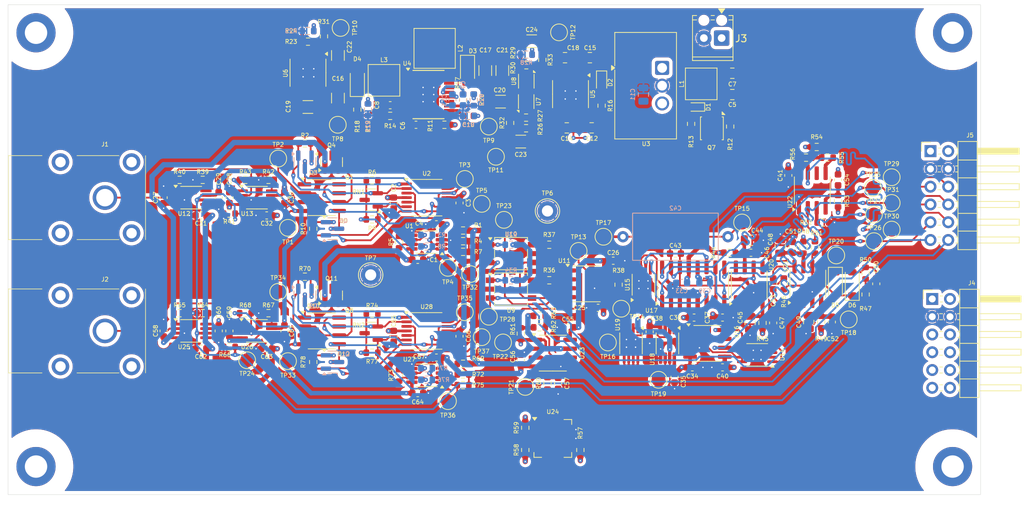
<source format=kicad_pcb>
(kicad_pcb (version 20241229) (generator "pcbnew") (generator_version "9.0")
  (layers (0 "F.Cu" signal) (4 "In1.Cu" signal) (6 "In2.Cu" signal) (2 "B.Cu" signal) (13 "F.Paste" user) (15 "B.Paste" user) (5 "F.SilkS" user "F.Silkscreen") (7 "B.SilkS" user "B.Silkscreen") (1 "F.Mask" user) (3 "B.Mask" user) (25 "Edge.Cuts" user))
  (net 0 "")
  (net 1 "GND")
  (net 2 "+18V")
  (net 3 "-18V")
  (net 4 "+24V")
  (net 5 "Net-(U3-Vin)")
  (net 6 "+5V")
  (net 7 "+3.3V")
  (net 8 "Net-(U20--)")
  (net 9 "Net-(C8-Pad1)")
  (net 10 "Net-(U20-V+)")
  (net 11 "Net-(U20-V-)")
  (net 12 "Net-(U21-V+)")
  (net 13 "Net-(U21-V-)")
  (net 14 "Net-(U4-COMP1)")
  (net 15 "Net-(U4-VREG)")
  (net 16 "Net-(U4-COMP2)")
  (net 17 "Net-(U22-V-)")
  (net 18 "Net-(U23A-+)")
  (net 19 "/Block Diagram/Power/EN1")
  (net 20 "Net-(C10-Pad1)")
  (net 21 "Net-(U4-VREF)")
  (net 22 "Net-(D3-K)")
  (net 23 "Net-(C42-Pad1)")
  (net 24 "Net-(C53-Pad1)")
  (net 25 "Net-(C53-Pad2)")
  (net 26 "Net-(D4-K)")
  (net 27 "-14V")
  (net 28 "Net-(D1-A)")
  (net 29 "Net-(D4-A)")
  (net 30 "/Block Diagram/Auto Zero/AIN")
  (net 31 "/Block Diagram/Auto Zero1/AIN")
  (net 32 "Net-(U4-INBK)")
  (net 34 "/Block Diagram/Gain/GAIN_x10")
  (net 41 "/Block Diagram/Gain/GAIN_x100")
  (net 42 "/Block Diagram/ADC/FPGA_SW_VRH")
  (net 45 "/Block Diagram/ADC/FGPA_AD_IIN")
  (net 47 "/Block Diagram/ADC/AD_COMP")
  (net 48 "/Block Diagram/ADC/FGPA_AD_ID")
  (net 49 "/Block Diagram/ADC/FGPA_AD_IRN")
  (net 50 "/Block Diagram/ADC/FGPA_AD_IRP")
  (net 53 "/Block Diagram/Analog Channels/OUT")
  (net 55 "/Block Diagram/Analog Channels/IN")
  (net 56 "Net-(Q2-C)")
  (net 57 "Net-(Q4-S)")
  (net 58 "Net-(Q2-B)")
  (net 59 "Net-(Q5-C)")
  (net 60 "Net-(Q2-E)")
  (net 61 "Net-(Q3-E)")
  (net 62 "Net-(Q4-G)")
  (net 63 "Net-(Q5-B)")
  (net 64 "Net-(Q5-E)")
  (net 65 "Net-(Q6-B)")
  (net 66 "/Block Diagram/Analog Channels1/IN")
  (net 67 "/Block Diagram/Analog Channels1/OUT")
  (net 68 "Net-(Q12-B)")
  (net 69 "+10V")
  (net 70 "Net-(U1A--)")
  (net 71 "Net-(U2A-+)")
  (net 72 "Net-(U1B--)")
  (net 73 "Net-(R5-Pad2)")
  (net 74 "Net-(R6-Pad2)")
  (net 75 "Net-(U4-FB2)")
  (net 76 "Net-(U4-FB1)")
  (net 77 "Net-(U7-ADJ)")
  (net 78 "Net-(U7-VOUT)")
  (net 79 "Net-(U22-+)")
  (net 80 "Net-(U22--)")
  (net 81 "Net-(R34-Pad2)")
  (net 82 "Net-(U22-BAL)")
  (net 83 "Net-(U24--REFF)")
  (net 84 "-7V")
  (net 85 "Net-(U23B--)")
  (net 86 "Net-(U8-ADJ)")
  (net 87 "Net-(U8-VOUT)")
  (net 88 "Net-(R36-Pad1)")
  (net 89 "Net-(R37-Pad1)")
  (net 90 "/Block Diagram/ADC/ADIN")
  (net 92 "Net-(R61-Pad2)")
  (net 93 "Net-(U27A--)")
  (net 94 "Net-(U27B--)")
  (net 95 "Net-(U28A-+)")
  (net 96 "Net-(U14-Pad2)")
  (net 97 "Net-(U14-Pad1)")
  (net 98 "Net-(U14-Pad7)")
  (net 99 "/Block Diagram/ADC/VREF+")
  (net 100 "Net-(U15-Pad1)")
  (net 101 "Net-(U15-Pad6)")
  (net 102 "/Block Diagram/ADC/VREF-")
  (net 103 "Net-(U15-Pad5)")
  (net 104 "Net-(U15-Pad7)")
  (net 115 "/Block Diagram/Auto Zero/AZ_CTR")
  (net 118 "Net-(U10-Pad3)")
  (net 119 "Net-(U18A-+)")
  (net 120 "Net-(U18B--)")
  (net 121 "Net-(U24-HEATER+)")
  (net 122 "Net-(U24-HEATER-)")
  (net 123 "Net-(J3-Pin_1)")
  (net 124 "Net-(D5-A)")
  (net 125 "Net-(D5-K)")
  (net 126 "Net-(D2-A)")
  (net 127 "Net-(Q10-C)")
  (net 129 "Net-(Q11-S)")
  (net 131 "Net-(Q12-C)")
  (net 132 "Net-(Q9-B)")
  (net 133 "Net-(Q10-B)")
  (net 134 "Net-(Q10-E)")
  (net 135 "Net-(Q11-G)")
  (net 136 "Net-(Q12-E)")
  (net 137 "Net-(Q13-B)")
  (net 138 "Net-(R19-Pad2)")
  (net 139 "Net-(R20-Pad2)")
  (net 140 "Net-(R24-Pad2)")
  (net 141 "Net-(R28-Pad2)")
  (net 142 "Net-(R35-Pad2)")
  (net 143 "Net-(R36-Pad2)")
  (net 144 "Net-(R38-Pad1)")
  (net 145 "Net-(R39-Pad1)")
  (net 146 "Net-(R40-Pad2)")
  (net 147 "Net-(R42-Pad1)")
  (net 148 "Net-(R47-Pad1)")
  (net 149 "Net-(R54-Pad2)")
  (net 150 "Net-(R64-Pad1)")
  (net 151 "Net-(R65-Pad2)")
  (net 152 "Net-(R67-Pad1)")
  (net 153 "Net-(R73-Pad2)")
  (net 154 "Net-(R74-Pad2)")
  (net 155 "Net-(D3-A)")
  (net 156 "Net-(U6-SENSE{slash}ADJ)")
  (net 157 "Net-(R23-Pad1)")
  (footprint "Resistor_SMD:R_0603_1608Metric" (layer "F.Cu") (at 163.957 84.455 180)
    (property "Reference" "R63")
    (property "Value" "TNPU060310K0AWEN00")
  )
  (footprint "Capacitor_SMD:C_0603_1608Metric" (layer "F.Cu") (at 124.968 89.154 180)
    (property "Reference" "C63")
    (property "Value" "0.1u")
  )
  (footprint "TestPoint:TestPoint_Pad_D2.0mm" (layer "F.Cu") (at 173.736 88.265)
    (property "Reference" "TP16")
    (property "Value" "TestPoint")
  )
  (footprint "Capacitor_SMD:C_0603_1608Metric" (layer "F.Cu") (at 186.055 84.709)
    (property "Reference" "C36")
    (property "Value" "0.1u")
  )
  (footprint "TestPoint:TestPoint_Pad_D2.0mm" (layer "F.Cu") (at 135.533 43.307 90)
    (property "Reference" "TP10")
    (property "Value" "TestPoint")
  )
  (footprint "Capacitor_SMD:C_1206_3216Metric" (layer "F.Cu") (at 156.21 49.403 90)
    (property "Reference" "C17")
    (property "Value" "10u/50V")
  )
  (footprint "Resistor_SMD:R_0603_1608Metric" (layer "F.Cu") (at 143.891 73.914 -90)
    (property "Reference" "R5")
    (property "Value" "0")
  )
  (footprint "TestPoint:TestPoint_Pad_D2.0mm" (layer "F.Cu") (at 214.293 72.136)
    (property "Reference" "TP30")
    (property "Value" "TestPoint")
  )
  (footprint "Capacitor_SMD:C_0603_1608Metric" (layer "F.Cu") (at 152.527 68.326 -90)
    (property "Reference" "C3")
    (property "Value" "0.1u")
  )
  (footprint "Package_SO:TSSOP-14_4.4x5mm_P0.65mm" (layer "F.Cu") (at 147.828 86.614)
    (property "Reference" "U28")
    (property "Value" "OPA4192IPW")
  )
  (footprint "Resistor_SMD:R_0603_1608Metric" (layer "F.Cu") (at 153.035 53.594 -90)
    (property "Reference" "R17")
    (property "Value" "2M4")
  )
  (footprint "Package_SO:SO-4_4.4x4.3mm_P2.54mm" (layer "F.Cu") (at 159.893 80.645)
    (property "Reference" "U9")
    (property "Value" "AQY212G3HS")
  )
  (footprint "Resistor_SMD:R_0603_1608Metric" (layer "F.Cu") (at 143.891 92.964 -90)
    (property "Reference" "R73")
    (property "Value" "0")
  )
  (footprint "Capacitor_SMD:C_0603_1608Metric" (layer "F.Cu") (at 166.624 94.107 -90)
    (property "Reference" "C57")
    (property "Value" "0.1u")
  )
  (footprint "Capacitor_SMD:C_0603_1608Metric" (layer "F.Cu") (at 212.09 79.883 -90)
    (property "Reference" "C50")
    (property "Value" "33p")
  )
  (footprint "Capacitor_SMD:C_1206_3216Metric" (layer "F.Cu") (at 135.152 53.337 90)
    (property "Reference" "C16")
    (property "Value" "10u/50V")
  )
  (footprint "TestPoint:TestPoint_Pad_D2.0mm" (layer "F.Cu") (at 158.877 70.739)
    (property "Reference" "TP23")
    (property "Value" "TestPoint")
  )
  (footprint "Package_CSP:LFCSP-6-1EP_2x2mm_P0.65mm_EP1x1.6mm" (layer "F.Cu") (at 162.057 53.841 90)
    (property "Reference" "U7")
    (property "Value" "ADP7182ACPZN")
  )
  (footprint "Package_TO_SOT_SMD:SOT-23" (layer "F.Cu") (at 134.366 91.059)
    (property "Reference" "Q12")
    (property "Value" "MMBT6429")
  )
  (footprint "Capacitor_SMD:C_0603_1608Metric" (layer "F.Cu") (at 194.183 75.438)
    (property "Reference" "C46")
    (property "Value" "1u/35V")
  )
  (footprint "Resistor_SMD:R_0603_1608Metric" (layer "F.Cu") (at 131.6205 91.059 90)
    (property "Reference" "R78")
    (property "Value" "21k5/0.125W")
  )
  (footprint "TestPoint:TestPoint_Pad_D2.0mm" (layer "F.Cu") (at 211.753 73.787)
    (property "Reference" "TP26")
    (property "Value" "TestPoint")
  )
  (footprint "Package_TO_SOT_SMD:SOT-23" (layer "F.Cu") (at 134.239 62.484 90)
    (property "Reference" "Q4")
    (property "Value" "MMBF4392")
  )
  (footprint "Resistor_SMD:R_0603_1608Metric" (layer "F.Cu") (at 119.634 88.9 180)
    (property "Reference" "R66")
    (property "Value" "10k")
  )
  (footprint "Capacitor_SMD:C_0603_1608Metric" (layer "F.Cu") (at 119.634 67.564 90)
    (property "Reference" "C28")
    (property "Value" "0.1u")
  )
  (footprint "TestPoint:TestPoint_Pad_D2.0mm" (layer "F.Cu") (at 150.876 96.647)
    (property "Reference" "TP36")
    (property "Value" "TestPoint")
  )
  (footprint "Capacitor_SMD:C_0603_1608Metric" (layer "F.Cu") (at 115.57 89.154 180)
    (property "Reference" "C62")
    (property "Value" "0.1u")
  )
  (footprint "TestPoint:TestPoint_Pad_D2.0mm" (layer "F.Cu") (at 173.101 73.152)
    (property "Reference" "TP17")
    (property "Value" "TestPoint")
  )
  (footprint "Capacitor_SMD:C_0603_1608Metric" (layer "F.Cu") (at 185.801 91.821)
    (property "Reference" "C34")
    (property "Value" "0.1u")
  )
  (footprint "Capacitor_SMD:C_0805_2012Metric" (layer "F.Cu") (at 198.374 74.549 -90)
    (property "Reference" "C48")
    (property "Value" "10u/35V")
  )
  (footprint "Capacitor_SMD:C_0603_1608Metric" (layer "F.Cu") (at 197.358 79.883 90)
    (property "Reference" "C53")
    (property "Value" "DNP")
  )
  (footprint "Capacitor_SMD:C_0603_1608Metric" (layer "F.Cu") (at 179.705 86.741 -90)
    (property "Reference" "C38")
    (property "Value" "0.1u")
  )
  (footprint "Resistor_SMD:R_0603_1608Metric" (layer "F.Cu") (at 133.156 44.506 90)
    (property "Reference" "R31")
    (property "Value" "0")
  )
  (footprint "TestPoint:TestPoint_Pad_D2.0mm" (layer "F.Cu") (at 192.913 71.12)
    (property "Reference" "TP15")
    (property "Value" "TestPoint")
  )
  (footprint "MADC:S16N-PC" (layer "F.Cu") (at 101.854 67.564 180)
    (property "Reference" "J1")
    (property "Value" "Conn_01x01")
  )
  (footprint "Resistor_SMD:R_0603_1608Metric" (layer "F.Cu") (at 201.676 74.676 -90)
    (property "Reference" "R48")
    (property "Value" "10")
  )
  (footprint "Converter_DCDC:Converter_DCDC_TRACO_TSR2-24xxN_TSR2-24xxxN_THT" (layer "F.Cu") (at 181.4855 49.022)
    (property "Reference" "U3")
    (property "Value" "TSR3-2450N")
  )
  (footprint "Resistor_SMD:R_0603_1608Metric" (layer "F.Cu") (at 164.362 47.8775 90)
    (property "Reference" "R33")
    (property "Value" "0")
  )
  (footprint "Resistor_SMD:R_0603_1608Metric" (layer "F.Cu") (at 175.26 80.01 -90)
    (property "Reference" "R38")
    (property "Value" "0")
  )
  (footprint "TestPoint:TestPoint_Pad_D2.0mm" (layer "F.Cu") (at 150.876 77.597)
    (property "Reference" "TP4")
    (property "Value" "TestPoint")
  )
  (footprint "Resistor_SMD:R_0603_1608Metric" (layer "F.Cu") (at 112.522 65.024 180)
    (property "Reference" "R40")
    (property "Value" "0")
  )
  (footprint "TestPoint:TestPoint_Pad_D2.0mm" (layer "F.Cu") (at 128.016 71.882)
    (property "Reference" "TP1")
    (property "Value" "TestPoint")
  )
  (footprint "Resistor_SMD:R_0603_1608Metric" (layer "F.Cu") (at 165.354 74.295)
    (property "Reference" "R37")
    (property "Value" "499/0.01%/2ppm")
  )
  (footprint "TestPoint:TestPoint_Pad_D2.0mm" (layer "F.Cu") (at 128.016 90.932)
    (property "Reference" "TP33")
    (property "Value" "TestPoint")
  )
  (footprint "Resistor_SMD:R_0603_1608Metric" (layer "F.Cu") (at 130.429 78.867)
    (property "Reference" "R70")
    (property "Value" "21k5/0.125W")
  )
  (footprint "Package_TO_SOT_SMD:SOT-23" (layer "F.Cu") (at 134.239 81.534 90)
    (property "Reference" "Q11")
    (property "Value" "MMBF4392")
  )
  (footprint "Capacitor_SMD:C_0603_1608Metric" (layer "F.Cu") (at 199.517 64.389 -90)
    (property "Reference" "C41")
    (property "Value" "0.1u")
  )
  (footprint "Capacitor_SMD:C_0603_1608Metric" (layer "F.Cu") (at 124.968 70.104 180)
    (property "Reference" "C32")
    (property "Value" "0.1u")
  )
  (footprint "Capacitor_SMD:C_0603_1608Metric" (layer "F.Cu") (at 190.119 84.709)
    (property "Reference" "C37")
    (property "Value" "0.1u")
  )
  (footprint "MountingHole:MountingHole_3.2mm_M3_DIN965_Pad" (layer "F.Cu") (at 223 44)
    (property "Reference" "H2" (hide yes))
    (property "Value" "MountingHole")
  )
  (footprint "Inductor_SMD:L_Coilcraft_XAL4020-XXX" (layer "F.Cu") (at 187.071 51.308 90)
    (property "Reference" "L1")
    (property "Value" "XFL4020-472MEC")
  )
  (footprint "TestPoint:TestPoint_Pad_D2.0mm" (layer "F.Cu") (at 161.925 94.615 90)
    (property "Reference" "TP21")
    (property "Value" "TestPoint")
  )
  (footprint "Capacitor_SMD:C_0603_1608Metric" (layer "F.Cu") (at 152.527 87.376 -90)
    (property "Reference" "C66")
    (property "Value" "0.1u")
  )
  (footprint "Resistor_SMD:R_0603_1608Metric" (layer "F.Cu") (at 169.799 103.632 90)
    (property "Reference" "R57")
    (property "Value" "0")
  )
  (footprint "Capacitor_SMD:C_0603_1608Metric" (layer "F.Cu") (at 142.621 54.356)
    (property "Reference" "C8")
    (property "Value" "47n/50V")
  )
  (footprint "TestPoint:TestPoint_Pad_D2.0mm" (layer "F.Cu") (at 214.293 68.326)
    (property "Reference" "TP31")
    (property "Value" "TestPoint")
  )
  (footprint "Resistor_SMD:R_0603_1608Metric" (layer "F.Cu") (at 153.035 73.787)
    (property "Reference" "R4")
    (property "Value" "21k5/0.125W")
  )
  (footprint "Resistor_SMD:R_0603_1608Metric" (layer "F.Cu") (at 121.92 65.024 180)
    (property "Reference" "R43")
    (property "Value" "0")
  )
  (footprint "Resistor_SMD:R_0603_1608Metric" (layer "F.Cu") (at 153.035 91.313 180)
    (property "Reference" "R69")
    (property "Value" "14k7")
  )
  (footprint "Diode_SMD:D_SOD-123" (layer "F.Cu") (at 208.661 79.883 90)
    (property "Reference" "D6")
    (property "Value" "BAV21W")
  )
  (footprint "Package_SO:MSOP-8_3x3mm_P0.65mm" (layer "F.Cu") (at 123.571 86.614)
    (property "Reference" "U26")
    (property "Value" "ADG419BRM")
  )
  (footprint "Resistor_SMD:R_0603_1608Metric" (layer "F.Cu") (at 172.835 54.421 90)
    (property "Reference" "R16")
    (property "Value" "1k")
  )
  (footprint "Package_SO:SOIC-8_3.9x4.9mm_P1.27mm" (layer "F.Cu") (at 202.946 66.548 90)
    (property "Reference" "U22")
    (property "Value" "LM311")
  )
  (footprint "Package_SO:SOIC-8_3.9x4.9mm_P1.27mm" (layer "F.Cu") (at 165.862 89.789)
    (property "Reference" "U23")
    (property "Value" "OPA2192")
  )
  (footprint "Capacitor_SMD:C_0603_1608Metric" (layer "F.Cu") (at 183.388 75.565)
    (property "Reference" "C43")
    (property "Value" "2n2/SMD")
  )
  (footprint "Package_TO_SOT_SMD:SOT-23" (layer "F.Cu") (at 130.429 81.534 -90)
    (property "Reference" "Q10")
    (property "Value" "MMBT6429")
  )
  (footprint "TestPoint:TestPoint_Pad_D2.0mm" (layer "F.Cu") (at 169.545 75.184)
    (property "Reference" "TP13")
    (property "Value" "TestPoint")
  )
  (footprint "TestPoint:TestPoint_Keystone_5010-5014_Multipurpose" (layer "F.Cu") (at 139.827 78.613)
    (property "Reference" "TP7")
    (property "Value" "TestPoint")
  )
  (footprint "TestPoint:TestPoint_Keystone_5010-5014_Multipurpose" (layer "F.Cu") (at 165.1 69.469)
    (property "Reference" "TP6")
    (property "Value" "TestPoint")
  )
  (footprint "Resistor_SMD:R_0603_1608Metric" (layer "F.Cu") (at 205.105 61.849)
    (property "Reference" "R55")
    (property "Value" "39k")
  )
  (footprint "Package_SO:SOIC-8_3.9x4.9mm_P1.27mm" (layer "F.Cu") (at 132.842 67.564)
    (property "Reference" "Q1")
    (property "Value" "JFE2140D")
  )
  (footprint "Package_SO:SOIC-8_3.9x4.9mm_P1.27mm" (layer "F.Cu") (at 193.929 80.01 90)
    (property "Reference" "U20")
    (property "Value" "OPA140")
  )
  (footprint "Resistor_SMD:R_0603_1608Metric" (layer "F.Cu") (at 153.035 72.263 180)
    (property "Reference" "R1")
    (property "Value" "14k7")
  )
  (footprint "Resistor_SMD:R_0603_1608Metric" (layer "F.Cu") (at 130.87 43.744)
    (property "Reference" "R24")
    (property "Value" "39k")
  )
  (footprint "Resistor_SMD:R_0603_1608Metric" (layer "F.Cu") (at 161.925 103.632 -90)
    (property "Reference" "R58")
    (property "Value" "0")
  )
  (footprint "Package_SO:Vishay_PowerPAK_1212-8_Single" (layer "F.Cu") (at 188.595 57.658 -90)
    (property "Reference" "Q7")
    (property "Value" "SiS443DN")
  )
  (footprint "Resistor_SMD:R_0603_1608Metric" (layer "F.Cu") (at 140.0325 65.09 180)
    (property "Reference" "R6")
    (property "Value" "2k/0.1%")
  )
  (footprint "Resistor_SMD:R_0603_1608Metric" (layer "F.Cu") (at 130.87 45.268 180)
    (property "Reference" "R23")
    (property "Value" "620k")
  )
  (footprint "Capacitor_SMD:C_0603_1608Metric" (layer "F.Cu") (at 146.558 95.504)
    (property "Reference" "C64")
    (property "Value" "0.1u")
  )
  (footprint "Capacitor_SMD:C_1206_3216Metric" (layer "F.Cu") (at 162.838 45.2105)
    (property "Reference" "C24")
    (property "Value" "10u/50V")
  )
  (footprint "Resistor_SMD:R_0603_1608Metric" (layer "F.Cu") (at 163.957 86.106)
    (property "Reference" "R62")
    (property "Value" "ERA-3ARB3401V")
  )
  (footprint "TestPoint:TestPoint_Pad_D2.0mm" (layer "F.Cu") (at 153.289 64.897)
    (property "Reference" "TP3")
    (property "Value" "TestPoint")
  )
  (footprint "Package_SO:MSOP-8-1EP_3x3mm_P0.65mm_EP1.73x1.85mm_ThermalVias" (layer "F.Cu") (at 177.038 88.392 -90)
    (property "Reference" "U19")
    (property "Value" "LT5400-1")
  )
  (footprint "MADC:S16N-PC" (layer "F.Cu") (at 101.854 86.614 180)
    (property "Reference" "J2")
    (property "Value" "Conn_01x01")
  )
  (footprint "Capacitor_SMD:C_1206_3216Metric" (layer "F.Cu") (at 130.858 54.61 180)
    (property "Reference" "C19")
    (property "Value" "10u/50V")
  )
  (footprint "Resistor_SMD:R_0603_1608Metric" (layer "F.Cu") (at 210.566 78.359 -90)
    (property "Reference" "R50")
    (property "Value" "0")
  )
  (footprint "Capacitor_SMD:C_0603_1608Metric" (layer "F.Cu") (at 149.225 90.424 180)
    (property "Reference" "C67")
    (property "Value" "0.1u")
  )
  (footprint "Capacitor_SMD:C_0603_1608Metric" (layer "F.Cu") (at 127.508 86.614 -90)
    (property "Reference" "C61")
    (property "Value" "0.1u")
  )
  (footprint "Package_CSP:LFCSP-6-1EP_2x2mm_P0.65mm_EP1x1.6mm" (layer "F.Cu") (at 162.076 50.924 -90)
    (property "Reference" "U8")
    (property "Value" "ADP7182ACPZN")
  )
  (footprint "TestPoint:TestPoint_Pad_D2.0mm" (layer "F.Cu") (at 126.619 61.976)
    (property "Reference" "TP2")
    (property "Value" "TestPoint")
  )
  (footprint "Capacitor_SMD:C_0603_1608Metric" (layer "F.Cu") (at 143.129 68.326 -90)
    (property "Reference" "C2")
    (property "Value" "0.1u")
  )
  (footprint "Capacitor_SMD:C_0603_1608Metric" (layer "F.Cu") (at 200.152 74.676 90)
    (property "Reference" "C51")
    (property "Value" "1u/35V")
  )
  (footprint "Resistor_SMD:R_0603_1608Metric" (layer "F.Cu") (at 191.135 75.438)
    (property "Reference" "R44")
    (property "Value" "10")
  )
  (footprint "Capacitor_SMD:C_0805_2012Metric" (layer "F.Cu") (at 191.516 49.784)
    (property "Reference" "C7")
    (property "Value" "4u7/50V")
  )
  (footprint "TestPoint:TestPoint_Pad_D2.0mm" (layer "F.Cu") (at 126.619 81.026)
    (property "Reference" "TP34")
    (property "Value" "TestPoint")
  )
  (footprint "Capacitor_SMD:C_0603_1608Metric" (layer "F.Cu") (at 119.634 86.614 90)
    (property "Reference" "C59")
    (property "Value" "0.1u")
  )
  (footprint "TestPoint:TestPoint_Pad_D2.0mm" (layer "F.Cu") (at 157.734 61.722 90)
    (property "Reference" "TP11")
    (property "Value" "TestPoint")
  )
  (footprint "Capacitor_SMD:C_1206_3216Metric" (layer "F.Cu") (at 158.647 49.4 -90)
    (property "Reference" "C21")
    (property "Value" "10u/50V")
  )
  (footprint "Package_SO:MSOP-8_3x3mm_P0.65mm" (layer "F.Cu") (at 114.173 67.564)
    (property "Reference" "U12")
    (property "Value" "ADG419BRM")
  )
  (footprint "Resistor_SMD:R_0603_1608Metric" (layer "F.Cu") (at 153.035 75.311 180)
    (property "Reference" "R7")
    (property "Value" "2k/0.1%")
  )
  (footprint "Package_SO:SOIC-8_3.9x4.9mm_P1.27mm" (layer "F.Cu") (at 132.842 86.614)
    (property "Reference" "Q8")
    (property "Value" "JFE2140D")
  )
  (footprint "MountingHole:MountingHole_3.2mm_M3_DIN965_Pad" (layer "F.Cu") (at 92 106)
    (property "Reference" "H3" (hide yes))
    (property "Value" "MountingHole")
  )
  (footprint "Capacitor_SMD:C_0603_1608Metric" (layer "F.Cu") (at 146.304 57.15 180)
    (property "Reference" "C6")
    (property "Value" "0.1u")
  )
  (footprint "Capacitor_SMD:C_0603_1608Metric" (layer "F.Cu") (at 118.11 67.564 -90)
    (property "Reference" "C29")
    (property "Value" "0.1u")
  )
  (footprint "Capacitor_SMD:C_0805_2012Metric" (layer "F.Cu") (at 194.183 73.66 180)
    (property "Reference" "C44")
    (property "Value" "10u/35V")
  )
  (footprint "Resistor_SMD:R_0603_1608Metric" (layer "F.Cu") (at 162.076 47.1155 180)
    (property "Reference" "R29")
    (property "Value" "47k")
  )
  (footprint "Resistor_SMD:R_0603_1608Metric" (layer "F.Cu") (at 161.925 100.457 90)
    (property "Reference" "R59")
    (property "Value" "12k/1%/125mW")
  )
  (footprint "Package_SO:SOIC-16_3.9x9.9mm_P1.27mm" (layer "F.Cu") (at 185.928 80.01 90)
    (property "Reference" "U17")
    (property "Value" "DG211BDQ")
  )
  (footprint "Capacitor_SMD:C_0805_2012Metric" (layer "F.Cu") (at 171.414 57.593)
    (property "Reference" "C12")
    (property "Value" "10u/25V")
  )
  (footprint "Resistor_SMD:R_0603_1608Metric" (layer "F.Cu") (at 131.6205 72.009 90)
    (property "Reference" "R10")
    (property "Value" "21k5/0.125W")
  )
  (footprint "TestPoint:TestPoint_Pad_D2.0mm" (layer "F.Cu") (at 175.641 83.439)
    (property "Reference" "TP14")
    (property "Value" "TestPoint")
  )
  (footprint "Resistor_SMD:R_0603_1608Metric" (layer "F.Cu") (at 115.824 84.074 180)
    (property "Reference" "R64")
    (property "Value" "10k")
  )
  (footprint "Resistor_SMD:R_0603_1608Metric" (layer "F.Cu") (at 195.834 85.471 -90)
    (property "Reference" "R45")
    (property "Value" "10")
  )
  (footprint "TestPoint:TestPoint_Pad_D2.0mm" (layer "F.Cu") (at 153.289 83.947)
    (property "Reference" "TP35")
    (property "Value" "TestPoint")
  )
  (footprint "Capacitor_SMD:C_0603_1608Metric" (layer "F.Cu") (at 183.261 93.218 -90)
    (property "Reference" "C35")
    (property "Value" "0.1u")
  )
  (footprint "TestPoint:TestPoint_Pad_D2.0mm" (layer "F.Cu") (at 156.718 84.582)
    (property "Reference" "TP28")
    (property "Value" "TestPoint")
  )
  (footprint "Resistor_SMD:R_0603_1608Metric" (layer "F.Cu") (at 162.076 48.6395)
    (property "Reference" "R30")
    (property "Value" "620k")
  )
  (footprint "Resistor_SMD:R_0603_1608Metric" (layer "F.Cu") (at 165.1 94.107 -90)
    (property "Reference" "R60")
    (property "Value" "62")
  )
  (footprint "TestPoint:TestPoint_Pad_D2.0mm" (layer "F.Cu") (at 135.128 57.15)
    (property "Reference" "TP8")
    (property "Value" "TestPoint")
  )
  (footprint "Resistor_SMD:R_0603_1608Metric" (layer "F.Cu") (at 139.446 54.988 90)
    (property "Reference" "R19")
    (property "Value" "62k")
  )
  (footprint "MountingHole:MountingHole_3.2mm_M3_DIN965_Pad" (layer "F.Cu") (at 223 106)
    (property "Reference" "H4" (hide yes))
    (property "Value" "MountingHole")
  )
  (footprint "Capacitor_SMD:C_0603_1608Metric" (layer "F.Cu") (at 190.119 91.821 180)
    (property "Reference" "C40")
    (property "Value" "0.1u")
  )
  (footprint "TestPoint:TestPoint_Pad_D2.0mm" (layer "F.Cu") (at 211.626 66.167)
    (property "Reference" "TP25")
    (property "Value" "TestPoint")
  )
  (footprint "TestPoint:TestPoint_Pad_D2.0mm" (layer "F.Cu") (at 122.174 90.805)
    (property "Reference" "TP24")
    (property "Value" "TestPoint")
  )
  (footprint "Resistor_SMD:R_0603_1608Metric" (layer "F.Cu") (at 112.522 84.074 180)
    (property "Reference" "R65")
    (property "Value" "0")
  )
  (footprint "Resistor_SMD:R_0603_1608Metric" (layer "F.Cu") (at 203.581 60.325)
    (property "Reference" "R54")
    (property "Value" "62")
  )
  (footprint "Capacitor_SMD:C_0603_1608Metric" (layer "F.Cu") (at 174.498 76.581)
    (property "Reference" "C26")
    (property "Value" "0.1u")
  )
  (footprint "Resistor_SMD:R_0603_1608Metric" (layer "F.Cu") (at 198.882 79.883 90)
    (property "Reference" "R46")
    (property "Value" "12k/.05%")
  )
  (footprint "Diode_SMD:D_PowerDI-123" (layer "F.Cu") (at 137.922 50.8 90)
    (property "Reference" "D4")
    (property "Value" "SBR3U40P1Q-7")
  )
  (footprint "TestPoint:TestPoint_Pad_D2.0mm" (layer "F.Cu") (at 154.051 78.486)
    (property "Reference" "TP32")
    (property "Value" "TestPoint")
  )
  (footprint "Resistor_SMD:R_0603_1608Metric" (layer "F.Cu") (at 119.634 69.85 180)
    (property "Reference" "R41")
    (property "Value" "10k")
  )
  (footprint "Package_SO:MSOP-8-1EP_3x3mm_P0.65mm_EP1.73x1.85mm_ThermalVias" (layer "F.Cu") (at 195.072 90.043 180)
    (property "Reference" "U14")
    (property "Value" "LT5400-6")
  )
  (footprint "Capacitor_SMD:C_0603_1608Metric" (layer "F.Cu") (at 110.236 86.614 90)
    (property "Reference" "C58")
    (property "Value" "0.1u")
  )
  (footprint "Inductor_SMD:L_Coilcraft_XAL4040-XXX" (layer "F.Cu") (at 141.732 50.8 90)
    (property "Reference" "L3")
    (property "Value" "XAL4040-103MEC")
  )
  (footprint "Resistor_SMD:R_0603_1608Metric" (layer "F.Cu") (at 125.222 65.024 180)
    (property "Reference" "R42")
    (property "Value" "10k")
  )
  (footprint "Capacitor_SMD:C_0603_1608Metric" (layer "F.Cu") (at 143.129 87.376 -90)
    (property "Reference" "C65")
    (property "Value" "0.1u")
  )
  (footprint "Resistor_SMD:R_0603_1608Metric" (layer "F.Cu") (at 185.623 57.023 -90)
    (property "Reference" "R13")
    (property "Value" "100k")
  )
  (footprint "Resistor_SMD:R_0603_1608Metric" (layer "F.Cu") (at 130.429 59.817)
    (property "Reference" "R2")
    (property "Value" "21k5/0.125W")
  )
  (footprint "Resistor_SMD:R_0603_1608Metric" (layer "F.Cu") (at 206.629 68.072 -90)
    (property "Reference" "R53")
    (property "Value" "10")
  )
  (footprint "Resistor_SMD:R_0603_1608Metric" (layer "F.Cu") (at 191.211 57.404 90)
    (property "Reference" "R12")
    (property "Value" "0")
  )
  (footprint "Capacitor_SMD:C_1206_3216Metric" (layer "F.Cu") (at 135.152 47.244 -90)
    (property "Reference" "C22")
    (property "Value" "10u/50V")
  )
  (footprint "Capacitor_SMD:C_0603_1608Metric" (layer "F.Cu") (at 205.74 85.344 -90)
    (property "Reference" "C52")
    (property "Value" "1u/35V")
  )
  (footprint "Capacitor_SMD:C_0603_1608Metric" (layer "F.Cu") (at 115.57 70.104 180)
    (property "Reference" "C31")
    (property "Value" "0.1u")
  )
  (footprint "Capacitor_SMD:C_0603_1608Metric" (layer "F.Cu") (at 172.339 83.312 180)
    (property "Reference" "C25")
    (property "Value" "0.1u")
  )
  (footprint "Resistor_SMD:R_0603_1608Metric" (layer "F.Cu") (at 121.92 84.074 180)
    (property "Reference" "R68")
    (property "Value" "0")
  )
  (footprint "Package_SO:TSSOP-14_4.4x5mm_P0.65mm" (layer "F.Cu") (at 147.828 67.564)
    (property "Reference" "U2")
    (property "Value" "OPA4192IPW")
  )
  (footprint "TestPoint:TestPoint_Pad_D2.0mm" (layer "F.Cu") (at 166.751 43.942 -90)
    (property "Reference" "TP12")
    (property "Value" "TestPoint")
  )
  (footprint "Package_SO:SOIC-8_3.9x4.9mm_P1.27mm" (layer "F.Cu") (at 202.311 79.883 90)
    (property "Reference" "U21")
    (property "Value" "OPA192")
  )
  (footprint "Resistor_SMD:R_0603_1608Metric" (layer "F.Cu") (at 204.216 85.344 -90)
    (property "Reference" "R49")
    (property "Value" "10")
  )
  (footprint "Resistor_SMD:R_0603_1608Metric" (layer "F.Cu") (at 203.327 74.676 -90)
    (property "Reference" "R51")
    (property "Value" "3k9/.05%")
  )
  (footprint "Capacitor_SMD:C_0805_2012Metric" (layer "F.Cu") (at 194.056 85.471 90)
    (property "Reference" "C45")
    (property "Value" "10u/35V")
  )
  (footprint "Resistor_SMD:R_0603_1608Metric" (layer "F.Cu") (at 137.922 54.988 -90)
    (property "Reference" "R18")
    (property "Value" "2M4")
  )
  (footprint "TestPoint:TestPoint_Pad_D2.0mm" (layer "F.Cu") (at 206.375 75.819)
    (property "Reference" "TP20")
    (property "Value" "TestPoint")
  )
  (footprint "Package_SO:MSOP-8_3x3mm_P0.65mm" (layer "F.Cu") (at 114.173 86.614)
    (property "Reference" "U25")
    (property "Value" "ADG419BRM")
  )
  (footprint "TestPoint:TestPoint_Pad_D2.0mm" (layer "F.Cu") (at 156.718 57.404 180)
    (property "Reference" "TP9")
    (property "Value" "TestPoint")
  )
  (footprint "TestPoint:TestPoint_Pad_D2.0mm" (layer "F.Cu") (at 158.75 88.265)
    (property "Reference" "TP22")
    (property "Value" "TestPoint")
  )
  (footprint "Package_TO_SOT_SMD:SOT-23" (layer "F.Cu") (at 130.429 62.484 -90)
    (property "Reference" "Q3")
    (property "Value" "MMBT6429")
  )
  (footprint "Diode_SMD:D_PowerDI-123" (layer "F.Cu") (at 153.67 49.529 -90)
    (property "Reference" "D3")
    (property "Value" "SBR3U40P1Q-7")
  )
  (footprint "Package_SO:SOIC-8-1EP_3.9x4.9mm_P1.27mm_EP2.29x3mm" (layer "F.Cu") (at 168.39 52.77 -90)
    (property "Reference" "U5")
    (property "Value" "ADP7142ARDZ-3.3")
  )
  (footprint "TestPoint:TestPoint_Pad_D2.0mm" (layer "F.Cu") (at 155.702 68.453)
    (property "Reference" "TP5")
    (property "Value" "TestPoint")
  )
  (footprint "Capacitor_SMD:C_0603_1608Metric" (layer "F.Cu") (at 161.29 90.805 90)
    (property "Reference" "C56")
    (property "Value" "0.1u")
  )
  (footprint "Resistor_SMD:R_0603_1608Metric" (layer "F.Cu") (at 162.042 56.1255 180)
    (property "Reference" "R27")
    (property "Value" "620k")
  )
  (footprint "Capacitor_SMD:C_0805_2012Metric" (layer "F.Cu") (at 167.604 47.56 180)
    (property "Reference" "C18")
    (property "Value" "10u/25V")
  )
  (footprint "Capacitor_SMD:C_0603_1608Metric" (layer "F.Cu") (at 206.629 65.024 -90)
    (property "Reference" "C54")
    (property "Value" "0.1u")
  )
  (footprint "Capacitor_SMD:C_0805_2012Metric" (layer "F.Cu") (at 167.858 57.596 180)
    (property "Reference" "C14")
    (property "Value" "10u/25V")
  )
  (footprint "Resistor_SMD:R_0603_1608Metric" (layer "F.Cu") (at 159.756 56.8875 -90)
    (property "Reference" "R32")
    (property "Value" "0")
  )
  (footprint "Capacitor_SMD:C_0805_2012Metric" (layer "F.Cu") (at 171.16 47.56)
    (property "Reference" "C15")
    (property "Value" "10u/25V")
  )
  (footprint "Capacitor_SMD:C_0603_1608Metric" (layer "F.Cu") (at 149.225 71.374 180)
    (property "Reference" "C4")
    (property "Value" "0.1u")
  )
  (footprint "Resistor_SMD:R_0603_1608Metric" (layer "F.Cu") (at 153.035 94.361 180)
    (property "Reference" "R75")
    (property "Value" "2k/0.1%")
  )
  (footprint "Package_TO_SOT_SMD:SOT-23" (layer "F.Cu") (at 139.9055 86.934 180)
    (property "Reference" "RN2")
    (property "Value" "MPMT4001AT1")
  )
  (footprint "Resistor_SMD:R_0603_1608Metric" (layer "F.Cu") (at 142.621 55.88 180)
    (property "Reference" "R14")
    (property "Value" "12k")
  )
  (footprint "Package_SO:SO-4_4.4x4.3mm_P2.54mm" (layer "F.Cu") (at 159.893 75.565)
    (property "Reference" "U10")
    (property "Value" "AQY212G3HS")
  )
  (footprint "Capacitor_SMD:C_1206_3216Metric" (layer "F.Cu") (at 161.28 59.5545 180)
    (property "Reference" "C23")
    (property "Value" "10u/50V")
  )
  (footprint "Capacitor_SMD:C_0603_1608Metric" (layer "F.Cu") (at 110.236 67.564 90)
    (property "Reference" "C27")
    (property "Value" "0.1u")
  )
  (footprint "Resistor_SMD:R_0603_1608Metric" (layer "F.Cu") (at 150.368 57.15 180)
    (property "Reference" "R11")
    (property "Value" "10k")
  )
  (footprint "Resistor_SMD:R_0603_1608Metric" (layer "F.Cu") (at 140.0325 89.728)
    (property "Reference" "R77")
    (property "Value" "2k/0.1%")
  )
  (footprint "Capacitor_SMD:C_0603_1608Metric" (layer "F.Cu") (at 197.358 85.471 -90)
    (property "Reference" "C47")
    (property "Value" "1u/35V")
  )
  (footprint "Package_LCC:Analog_LCC-8_5x5mm_P1.27mm" (layer "F.Cu") (at 165.862 101.981)
    (property "Reference" "U24")
    (property "Value" "ADR1399KEZ")
  )
  (footprint "TestPoint:TestPoint_Pad_D2.0mm" (layer "F.Cu") (at 214.293 64.643)
    (property "Reference" "TP29")
    (property "Value" "TestPoint")
  )
  (footprint "Capacitor_SMD:C_0805_2012Metric" (layer "F.Cu") (at 191.516 52.832)
    (property "Reference" "C5")
    (property "Value" "4u7/50V")
  )
  (footprint "Resistor_SMD:R_0603_1608Metric" (layer "F.Cu") (at 140.0325 84.14 180)
    (property "Reference" "R74")
    (property "Value" "2k/0.1%")
  )
  (footprint "TestPoint:TestPoint_Pad_D2.0mm" (layer "F.Cu") (at 208.153 84.963)
    (property "Reference" "TP18")
    (property "Value" "TestPoint")
  )
  (footprint "Package_SO:MSOP-8_3x3mm_P0.65mm" (layer "F.Cu") (at 123.571 67.564)
    (property "Reference" "U13")
    (property "Value" "ADG419BRM")
  )
  (footprint "Resistor_SMD:R_0603_1608Metric" (layer "F.Cu") (at 161.29 86.995 90)
    (property "Reference" "R61")
    (property "Value" "ERA-3ARW362V")
  )
  (footprint "Resistor_SMD:R_0603_1608Metric" (layer "F.Cu") (at 115.824 65.024 180)
    (property "Reference" "R39")
    (property "Value" "10k")
  )
  (footprint "Package_SO:SOIC-8_3.9x4.9mm_P1.27mm" (layer "F.Cu") (at 187.96 88.392)
    (property "Reference" "U16")
    (property "Value" "DG419xY")
  )
  (footprint "Package_TO_SOT_SMD:SOT-23" (layer "F.Cu") (at 139.9055 67.884 180)
    (property "Reference" "RN1")
    (property "Value" "MPMT4001AT1")
  )
  (footprint "Resistor_SMD:R_0603_1608Metric" (layer "F.Cu") (at 162.042 57.6495 180)
    (property "Reference" "R26")
    (property "Value" "39k")
  )
  (footprint "MountingHole:MountingHole_3.2mm_M3_DIN965_Pad" (layer "F.Cu") (at 92 44)
    (property "Reference" "H1" (hide yes))
    (property "Value" "MountingHole")
  )
  (footprint "Package_SO:VSSOP-8_3x3mm_P0.65mm" (layer "F.Cu") (at 147.828 92.964 180)
    (property "Reference" "U27")
    (property "Value" "OPA2192")
  )
  (footprint "TestPoint:TestPoint_Pad_D2.0mm" (layer "F.Cu") (at 211.753 69.977)
    (property "Reference" "TP27")
    (property "Value" "TestPoint")
  )
  (footprint "Package_SO:SOIC-8-1EP_3.9x4.9mm_P1.27mm_EP2.29x3mm" (layer "F.Cu") (at 130.87 49.713 -90)
    (property "Reference" "U6")
    (property "Value" "ADP7142ARDZ")
  )
  (footprint "Connector_PinHeader_2.54mm:PinHeader_2x06_P2.54mm_Horizontal" (layer "F.Cu") (at 219.837 60.92)
    (property "Reference" "J5")
    (property "Value" "71764-0012")
  )
  (footprint "Package_SO:VSSOP-8_3x3mm_P0.65mm" (layer "F.Cu") (at 182.245 88.392 -90)
    (property "Reference" "U18")
    (property "Value" "OPA2192")
  )
  (footprint "Package_SO:VSSOP-8_3x3mm_P0.65mm" (layer "F.Cu") (at 147.828 73.914 180)
    (property "Reference" "U1")
    (property "Value" "OPA2192")
  )
  (footprint "Resistor_SMD:R_0603_1608Metric" (layer "F.Cu") (at 204.47 71.12)
    (property "Reference" "R52")
    (property "Value" "620/.05%")
  )
  (footprint "Capacitor_SMD:C_0603_1608Metric" (layer "F.Cu") (at 127.508 67.564 -90)
    (property "Reference" "C30")
    (property "Value" "0.1u")
  )
  (footprint "Diode_SMD:D_SOD-523" (layer "F.Cu") (at 186.309 54.61 180)
    (property "Reference" "D1")
    (property "Value" "DZ2S100X0L")
  )
  (footprint "TestPoint:TestPoint_Pad_D2.0mm" (layer "F.Cu") (at 155.702 87.503)
    (property "Reference" "TP37")
    (property "Value" "TestPoint")
  )
  (footprint "Inductor_SMD:L_Coilcraft_XAL5050-XXX" (layer "F.Cu") (at 148.971 46.228 90)
    (property "Reference" "L2")
    (property "Value" "XAL5050-153MEC")
  )
  (footprint "Diode_SMD:D_SOD-123" (layer "F.Cu") (at 206.248 79.883 -90)
    (property "Reference" "D5")
    (property "Value" "BAV21W")
  )
  (footprint "Resistor_SMD:R_0603_1608Metric" (layer "F.Cu") (at 210.566 81.407 -90)
    (property "Reference" "R47")
    (property "Value" "62k")
  )
  (footprint "Capacitor_SMD:C_0603_1608Metric" (layer "F.Cu") (at 168.021 86.106 180)
    (property "Reference" "C55")
    (property "Value" "0.1u")
  )
  (footprint "Package_SO:SOIC-8_3.9x4.9mm_P1.27mm" (layer "F.Cu") (at 170.688 79.883)
    (property "Reference" "U11")
    (property "Value" "AD8422ARMZ")
  )
  (footprint "Package_SO:ETSSOP-20-1EP_4.4x6.5mm_P0.65mm_EP3x4.2mm" (layer "F.Cu") (at 148.094 52.832)
    (property "Reference" "U4")
    (property "Value" "ADP5070AREZ")
  )
  (footprint "Resistor_SMD:R_0603_1608Metric" (layer "F.Cu") (at 125.222 84.074 180)
    (property "Reference" "R67")
    (property "Value" "10k")
  )
  (footprint "Resistor_SMD:R_0603_1608Metric" (layer "F.Cu") (at 140.0325 70.678)
    (property "Reference" "R9")
    (property "Value" "2k/0.1%")
  )
  (footprint "Capacitor_SMD:C_0805_2012Metric" (layer "F.Cu") (at 202.438 85.344 90)
    (property "Reference" "C49")
    (property "Value" "10u/35V")
  )
  (footprint "Package_TO_SOT_SMD:SOT-23" (layer "F.Cu") (at 134.366 72.009)
    (property "Reference" "Q5")
    (property "Value" "MMBT6429")
  )
  (footprint "Connector_PinHeader_2.54mm:PinHeader_2x06_P2.54mm_Horizontal" (layer "F.Cu") (at 220.091 82.042)
    (property "Reference" "J4")
    (property "Value" "71764-0012")
  )
  (footprint "Package_SO:MSOP-8-1EP_3x3mm_P0.65mm_EP1.73x1.85mm_ThermalVias" (layer "F.Cu") (at 178.816 80.01 90)
    (property "Reference" "U15")
    (property "Value" "LT5400-2")
  )
  (footprint "LED_SMD:LED_0603_1608Metric_Pad1.05x0.95mm_HandSolder" (layer "F.Cu") (at 172.835 51.119 -90)
    (property "Reference" "D2")
    (property "Value" "GREEN")
  )
  (footprint "Capacitor_SMD:C_0603_1608Metric" (layer "F.Cu") (at 118.11 86.614 -90)
    (property "Reference" "C60")
    (property "Value" "0.1u")
  )
  (footprint "Resistor_SMD:R_0603_1608Metric" (layer "F.Cu") (at 153.035 92.837)
    (property "Reference" "R72")
    (property "Value" "21k5/0.125W")
  )
  (footprint "TestPoint:TestPoint_Pad_D2.0mm" (layer "F.Cu") (at 180.975 93.599)
    (property "Reference" "TP19")
    (property "Value" "TestPoint")
  )
  (footprint "Resistor_SMD:R_0603_1608Metric" (layer "F.Cu") (at 202.057 61.849 180)
    (property "Reference" "R56")
    (property "Value" "3k9")
  )
  (footprint "Resistor_SMD:R_0603_1608Metric" (layer "F.Cu") (at 154.559 53.594 90)
    (property "Reference" "R20")
    (property "Value" "120k")
  )
  (footprint "Capacitor_SMD:C_1206_3216Metric" (layer "F.Cu") (at 158.393 53.845)
    (property "Reference" "C20")
    (property "Value" "10u/50V")
  )
  (footprint "Capacitor_SMD:C_0603_1608Metric" (layer "F.Cu") (at 153.797 55.88 180)
    (property "Reference" "C10")
    (property "Value" "68n/50V")
  )
  (footprint "Resistor_SMD:R_0603_1608Metric" (layer "F.Cu") (at 165.354 79.375)
    (property "Reference" "R36")
    (property "Value" "5k49/0.1%/10ppm")
  )
  (footprint "TerminalBlock_Phoenix:TerminalBlock_Phoenix_MPT-0,5-2-2.54_1x02_P2.54mm_Horizontal" (layer "F.Cu") (at 189.992 44.7575 180)
    (property "Reference" "J3")
    (property "Value" "Conn_01x02")
  )
  (footprint "Capacitor_SMD:C_0603_1608Metric" (layer "F.Cu") (at 146.558 76.454)
    (property "Reference" "C1")
    (property "Value" "0.1u")
  )
  (footprint "Resistor_SMD:R_0603_1608Metric" (layer "B.Cu") (at 153.797 55.88)
    (property "Reference" "R15")
    (property "Value" "12k")
  )
  (footprint "Package_TO_SOT_SMD:SOT-23" (layer "B.Cu") (at 134.366 72.009)
    (property "Reference" "Q6")
    (property "Value" "MMBT6429")
  )
  (footprint "Capacitor_THT:C_Axial_L12.0mm_D6.5mm_P15.00mm_Horizontal" (layer "B.Cu") (at 175.888 73.152)
    (property "Reference" "C42")
    (property "Value" "23PS222")
  )
  (footprint "Resistor_SMD:R_0603_1608Metric" (layer "B.Cu") (at 147.828 72.898 180)
    (property "Reference" "R3")
    (property "Value" "0")
  )
  (footprint "Capacitor_SMD:C_0603_1608Metric" (layer "B.Cu") (at 151.511 53.594 90)
    (property "Reference" "C13")
    (property "Value" "0.1u/50V")
  )
  (footprint "Resistor_SMD:R_0603_1608Metric" (layer "B.Cu") (at 147.828 74.549 180)
    (property "Reference" "R8")
    (property "Value" "0")
  )
  (footprint "Capacitor_SMD:C_0603_1608Metric" (layer "B.Cu") (at 184.277 79.756 180)
    (property "Reference" "C33")
    (property "Value" "0.1u")
  )
  (footprint "Resistor_SMD:R_0603_1608Metric" (layer "B.Cu") (at 147.828 93.599 180)
    (property "Reference" "R76")
    (property "Value" "0")
  )
  (footprint "Capacitor_SMD:C_0603_1608Metric" (layer "B.Cu") (at 153.035 53.594 90)
    (property "Reference" "C9")
    (property "Value" "1u/50V")
  )
  (footprint "Capacitor_SMD:C_0603_1608Metric" (layer "B.Cu") (at 187.579 79.756)
    (property "Reference" "C39")
    (property "Value" "0.1u")
  )
  (footprint "Package_TO_SOT_SMD:SOT-23" (layer "B.Cu") (at 130.429 81.534 -90)
    (property "Reference" "Q9")
    (property "Value" "MMBT6429")
  )
  (footprint "Resistor_SMD:R_0603_1608Metric" (layer "B.Cu") (at 147.828 91.948 180)
    (property "Reference" "R71")
    (property "Value" "0")
  )
  (footprint "Resistor_SMD:R_0603_1608Metric" (layer "B.Cu") (at 154.559 53.594 -90)
    (property "Reference" "R22")
    (property "Value" "93k")
  )
  (footprint "Package_TO_SOT_SMD:SOT-23" (layer "B.Cu") (at 134.366 91.059)
    (property "Reference" "Q13")
    (property "Value" "MMBT6429")
  )
  (footprint "Resistor_SMD:R_0603_1608Metric" (layer "B.Cu") (at 139.446 54.988 -90)
    (property "Reference" "R21")
    (property "Value" "39k")
  )
  (footprint "Resistor_SMD:R_0603_1608Metric" (layer "B.Cu") (at 130.87 43.744 180)
    (property "Reference" "R25")
    (property "Value" "6k2")
  )
  (footprint "Resistor_SMD:R_0603_1608Metric" (layer "B.Cu") (at 162.076 47.1155)
    (property "Reference" "R28")
    (property "Value" "12k")
  )
  (footprint "Package_TO_SOT_SMD:SOT-23" (layer "B.Cu") (at 130.429 62.484 -90)
    (property "Reference" "Q2")
    (property "Value" "MMBT6429")
  )
  (footprint "Capacitor_SMD:C_0805_2012Metric" (layer "B.Cu") (at 178.816 52.832 90)
    (property "Reference" "C11")
    (property "Value" "10u/25V")
  )
  (footprint "Resistor_SMD:R_0603_1608Metric" (layer "B.Cu") (at 159.893 74.295 180)
    (property "Reference" "R35")
    (property "Value" "1k")
  )
  (footprint "Resistor_SMD:R_0603_1608Metric" (layer "B.Cu") (at 159.893 79.375 180)
    (property "Reference" "R34")
    (property "Value" "1k")
  )
  (gr_rect (start 88 40) (end 227 110) (stroke (width 0.05)) (fill no) (layer "Edge.Cuts"))
  (segment (start 195.133 73.66) (end 195.961 73.66) (width 0.635) (layer "F.Cu") (net 1))
  (segment (start 205.295 71.12) (end 206.121 71.12) (width 0.762) (layer "F.Cu") (net 1))
  (segment (start 122.753 67.889) (end 121.4585 67.889) (width 0.381) (layer "F.Cu") (net 1))
  (segment (start 179.705 87.516) (end 179.705 88.392) (width 0.635) (layer "F.Cu") (net 1))
  (segment (start 151.044 53.157) (end 148.419 53.157) (width 0.381) (layer "F.Cu") (net 1))
  (segment (start 185.485 89.027) (end 186.817 89.027) (width 0.635) (layer "F.Cu") (net 1))
  (segment (start 114.999 84.074) (end 114.427 84.074) (width 0.635) (layer "F.Cu") (net 1))
  (segment (start 168.012 101.981) (end 167.386 101.981) (width 0.635) (layer "F.Cu") (net 1))
  (segment (start 202.946 82.358) (end 202.946 81.026) (width 0.635) (layer "F.Cu") (net 1))
  (segment (start 124.397 84.074) (end 123.825 84.074) (width 0.635) (layer "F.Cu") (net 1))
  (segment (start 167.386 101.981) (end 167.005 101.6) (width 0.635) (layer "F.Cu") (net 1))
  (segment (start 200.152 73.901) (end 200.152 73.152) (width 0.635) (layer "F.Cu") (net 1))
  (segment (start 168.337 91.694) (end 167.005 91.694) (width 0.508) (layer "F.Cu") (net 1))
  (segment (start 186.563 82.485) (end 186.563 81.153) (width 0.635) (layer "F.Cu") (net 1))
  (segment (start 189.344 91.821) (end 188.595 91.821) (width 0.635) (layer "F.Cu") (net 1))
  (segment (start 149.9405 73.589) (end 151.186 73.589) (width 0.381) (layer "F.Cu") (net 1))
  (segment (start 148.45 71.374) (end 147.701 71.374) (width 0.508) (layer "F.Cu") (net 1))
  (segment (start 202.438 86.614) (end 202.438 86.294) (width 0.635) (layer "F.Cu") (net 1))
  (segment (start 194.564 82.485) (end 194.564 81.153) (width 0.635) (layer "F.Cu") (net 1))
  (segment (start 152.527 88.151) (end 152.54 88.151) (width 0.508) (layer "F.Cu") (net 1))
  (segment (start 147.333 95.504) (end 148.082 95.504) (width 0.508) (layer "F.Cu") (net 1))
  (segment (start 145.144 51.857) (end 147.279 51.857) (width 0.381) (layer "F.Cu") (net 1))
  (segment (start 205.74 86.119) (end 205.74 86.995) (width 0.635) (layer "F.Cu") (net 1))
  (segment (start 152.54 69.101) (end 153.162 69.723) (width 0.508) (layer "F.Cu") (net 1))
  (segment (start 119.634 66.789) (end 119.634 65.913) (width 0.635) (layer "F.Cu") (net 1))
  (segment (start 190.894 84.709) (end 191.643 84.709) (width 0.635) (layer "F.Cu") (net 1))
  (segment (start 127.508 68.339) (end 127.508 69.088) (width 0.762) (layer "F.Cu") (net 1))
  (segment (start 147.279 51.857) (end 147.32 51.816) (width 0.381) (layer "F.Cu") (net 1))
  (segment (start 173.163 80.518) (end 171.831 80.518) (width 0.508) (layer "F.Cu") (net 1))
  (segment (start 175.273 76.581) (end 176.149 76.581) (width 0.635) (layer "F.Cu") (net 1))
  (segment (start 118.11 87.389) (end 118.11 88.265) (width 0.381) (layer "F.Cu") (net 1))
  (segment (start 167.005 101.092) (end 167.386 100.711) (width 0.635) (layer "F.Cu") (net 1))
  (segment (start 145.7155 91.3595) (end 145.7155 91.989) (width 0.508) (layer "F.Cu") (net 1))
  (segment (start 145.7155 72.3095) (end 145.7155 72.939) (width 0.508) (layer "F.Cu") (net 1))
  (segment (start 186.576 91.821) (end 187.325 91.821) (width 0.635) (layer "F.Cu") (net 1))
  (segment (start 110.236 66.789) (end 110.236 65.913) (width 0.635) (layer "F.Cu") (net 1))
  (segment (start 149.9405 92.639) (end 151.186 92.639) (width 0.381) (layer "F.Cu") (net 1))
  (segment (start 194.747 89.718) (end 195.072 90.043) (width 0.381) (layer "F.Cu") (net 1))
  (segment (start 151.186 92.639) (end 151.257 92.71) (width 0.381) (layer "F.Cu") (net 1))
  (segment (start 198.374 73.599) (end 198.374 72.771) (width 0.635) (layer "F.Cu") (net 1))
  (segment (start 167.005 101.6) (end 167.005 101.092) (width 0.635) (layer "F.Cu") (net 1))
  (segment (start 152.09 53.157) (end 151.044 53.157) (width 0.381) (layer "F.Cu") (net 1))
  (segment (start 168.012 101.981) (end 169.164 101.981) (width 0.635) (layer "F.Cu") (net 1))
  (segment (start 183.261 93.993) (end 183.261 94.869) (width 0.635) (layer "F.Cu") (net 1))
  (segment (start 114.795 89.154) (end 113.919 89.154) (width 0.635) (layer "F.Cu") (net 1))
  (segment (start 168.012 100.711) (end 169.164 100.711) (width 0.635) (layer "F.Cu") (net 1))
  (segment (start 147.333 76.454) (end 148.082 76.454) (width 0.508) (layer "F.Cu") (net 1))
  (segment (start 113.213 86.939) (end 112.0605 86.939) (width 0.381) (layer "F.Cu") (net 1))
  (segment (start 161.29 90.03) (end 161.43 90.03) (width 0.635) (layer "F.Cu") (net 1))
  (segment (start 114.795 70.104) (end 113.919 70.104) (width 0.635) (layer "F.Cu") (net 1))
  (segment (start 201.041 69.023) (end 201.041 67.437) (width 0.508) (layer "F.Cu") (net 1))
  (segment (start 152.54 88.151) (end 153.162 88.773) (width 0.508) (layer "F.Cu") (net 1))
  (segment (start 194.958 75.438) (end 195.707 75.438) (width 0.635) (layer "F.Cu") (net 1))
  (segment (start 124.193 89.154) (end 123.444 89.154) (width 0.635) (layer "F.Cu") (net 1))
  (segment (start 151.186 73.589) (end 151.257 73.66) (width 0.381) (layer "F.Cu") (net 1))
  (segment (start 142.494 69.723) (end 143.116 69.101) (width 0.508) (layer "F.Cu") (net 1))
  (segment (start 143.116 69.101) (end 143.129 69.101) (width 0.508) (layer "F.Cu") (net 1))
  (segment (start 124.397 65.024) (end 123.825 65.024) (width 0.635) (layer "F.Cu") (net 1))
  (segment (start 192.9095 89.718) (end 194.747 89.718) (width 0.381) (layer "F.Cu") (net 1))
  (segment (start 166.624 94.882) (end 166.624 95.631) (width 0.635) (layer "F.Cu") (net 1))
  (segment (start 152.527 69.101) (end 152.54 69.101) (width 0.508) (layer "F.Cu") (net 1))
  (segment (start 148.419 53.157) (end 148.094 52.832) (width 0.381) (layer "F.Cu") (net 1))
  (segment (start 142.494 88.773) (end 143.116 88.151) (width 0.508) (layer "F.Cu") (net 1))
  (segment (start 119.634 85.839) (end 119.634 84.963) (width 0.635) (layer "F.Cu") (net 1))
  (segment (start 167.386 100.711) (end 168.012 100.711) (width 0.635) (layer "F.Cu") (net 1))
  (segment (start 181.27 89.195) (end 181.27 90.5045) (width 0.508) (layer "F.Cu") (net 1))
  (segment (start 118.809 70.548) (end 118.809 69.85) (width 0.762) (layer "F.Cu") (net 1))
  (segment (start 113.213 67.889) (end 112.0605 67.889) (width 0.381) (layer "F.Cu") (net 1))
  (segment (start 171.564 83.312) (end 170.688 83.312) (width 0.635) (layer "F.Cu") (net 1))
  (segment (start 202.057 86.995) (end 202.438 86.614) (width 0.635) (layer "F.Cu") (net 1))
  (segment (start 143.116 88.151) (end 143.129 88.151) (width 0.508) (layer "F.Cu") (net 1))
  (segment (start 194.056 86.421) (end 194.056 87.249) (width 0.635) (layer "F.Cu") (net 1))
  (segment (start 118.11 68.339) (end 118.11 69.215) (width 0.381) (layer "F.Cu") (net 1))
  (segment (start 148.45 90.424) (end 147.701 90.424) (width 0.508) (layer "F.Cu") (net 1))
  (segment (start 167.246 86.106) (end 166.497 86.106) (width 0.635) (layer "F.Cu") (net 1))
  (segment (start 197.358 86.246) (end 197.358 86.995) (width 0.635) (layer "F.Cu") (net 1))
  (segment (start 186.563 82.485) (end 186.563 84.442) (width 0.635) (layer "F.Cu") (net 1))
  (segment (start 199.517 65.164) (end 199.517 66.04) (width 0.635) (layer "F.Cu") (net 1))
  (segment (start 124.193 70.104) (end 123.444 70.104) (width 0.635) (layer "F.Cu") (net 1))
  (segment (start 127.508 87.389) (end 127.508 88.138) (width 0.508) (layer "F.Cu") (net 1))
  (segment (start 186.563 84.442) (end 186.83 84.709) (width 0.635) (layer "F.Cu") (net 1))
  (segment (start 161.43 90.03) (end 161.798 89.662) (width 0.635) (layer "F.Cu") (net 1))
  (segment (start 122.753 86.939) (end 121.4585 86.939) (width 0.381) (layer "F.Cu") (net 1))
  (segment (start 110.236 85.839) (end 110.236 84.963) (width 0.635) (layer "F.Cu") (net 1))
  (segment (start 114.999 65.024) (end 114.427 65.024) (width 0.635) (layer "F.Cu") (net 1))
  (via (at 114.427 84.074) (size 0.6) (drill 0.2) (layers "F.Cu" "B.Cu") (net 1))
  (via (at 170.688 83.312) (size 0.6) (drill 0.2) (layers "F.Cu" "B.Cu") (net 1))
  (via (at 122.753 86.939) (size 0.6) (drill 0.2) (layers "F.Cu" "B.Cu") (net 1))
  (via (at 197.358 86.995) (size 0.6) (drill 0.2) (layers "F.Cu" "B.Cu") (net 1))
  (via (at 201.041 67.437) (size 0.6) (drill 0.2) (layers "F.Cu" "B.Cu") (net 1))
  (via (at 113.213 67.889) (size 0.6) (drill 0.2) (layers "F.Cu" "B.Cu") (net 1))
  (via (at 186.817 89.027) (size 0.6) (drill 0.2) (layers "F.Cu" "B.Cu") (net 1))
  (via (at 202.057 86.995) (size 0.6) (drill 0.2) (layers "F.Cu" "B.Cu") (net 1))
  (via (at 153.162 69.723) (size 0.6) (drill 0.2) (layers "F.Cu" "B.Cu") (net 1))
  (via (at 199.517 66.04) (size 0.6) (drill 0.2) (layers "F.Cu" "B.Cu") (net 1))
  (via (at 195.961 73.66) (size 0.6) (drill 0.2) (layers "F.Cu" "B.Cu") (net 1))
  (via (at 176.149 76.581) (size 0.6) (drill 0.2) (layers "F.Cu" "B.Cu") (net 1))
  (via (at 114.427 65.024) (size 0.6) (drill 0.2) (layers "F.Cu" "B.Cu") (net 1))
  (via (at 188.595 91.821) (size 0.6) (drill 0.2) (layers "F.Cu" "B.Cu") (net 1))
  (via (at 191.643 84.709) (size 0.6) (drill 0.2) (layers "F.Cu" "B.Cu") (net 1))
  (via (at 142.494 69.723) (size 0.6) (drill 0.2) (layers "F.Cu" "B.Cu") (net 1))
  (via (at 147.32 51.816) (size 0.6) (drill 0.2) (layers "F.Cu" "B.Cu") (net 1))
  (via (at 131.699 50.292) (size 0.6) (drill 0.2) (layers "F.Cu" "B.Cu") (net 1))
  (via (at 148.844 53.848) (size 0.6) (drill 0.2) (layers "F.Cu" "B.Cu") (net 1))
  (via (at 169.164 53.467) (size 0.6) (drill 0.2) (layers "F.Cu" "B.Cu") (net 1))
  (via (at 147.701 71.374) (size 0.6) (drill 0.2) (layers "F.Cu" "B.Cu") (net 1))
  (via (at 183.261 94.869) (size 0.6) (drill 0.2) (layers "F.Cu" "B.Cu") (net 1))
  (via (at 148.082 95.504) (size 0.6) (drill 0.2) (layers "F.Cu" "B.Cu") (net 1))
  (via (at 169.164 52.324) (size 0.6) (drill 0.2) (layers "F.Cu" "B.Cu") (net 1))
  (via (at 118.809 70.548) (size 0.6) (drill 0.2) (layers "F.Cu" "B.Cu") (net 1))
  (via (at 130.175 50.292) (size 0.6) (drill 0.2) (layers "F.Cu" "B.Cu") (net 1))
  (via (at 166.624 95.631) (size 0.6) (drill 0.2) (layers "F.Cu" "B.Cu") (net 1))
  (via (at 198.374 72.771) (size 0.6) (drill 0.2) (layers "F.Cu" "B.Cu") (net 1))
  (via (at 195.707 75.438) (size 0.6) (drill 0.2) (layers "F.Cu" "B.Cu") (net 1))
  (via (at 110.236 84.963) (size 0.6) (drill 0.2) (layers "F.Cu" "B.Cu") (net 1))
  (via (at 148.082 76.454) (size 0.6) (drill 0.2) (layers "F.Cu" "B.Cu") (net 1))
  (via (at 147.32 53.848) (size 0.6) (drill 0.2) (layers "F.Cu" "B.Cu") (net 1))
  (via (at 113.919 89.154) (size 0.6) (drill 0.2) (layers "F.Cu" "B.Cu") (net 1))
  (via (at 123.825 65.024) (size 0.6) (drill 0.2) (layers "F.Cu" "B.Cu") (net 1))
  (via (at 206.121 71.12) (size 0.6) (drill 0.2) (layers "F.Cu" "B.Cu") (net 1))
  (via (at 194.056 87.249) (size 0.6) (drill 0.2) (layers "F.Cu" "B.Cu") (net 1))
  (via (at 110.236 65.913) (size 0.6) (drill 0.2) (layers "F.Cu" "B.Cu") (net 1))
  (via (at 183.007 80.518) (size 0.6) (drill 0.2) (layers "F.Cu" "B.Cu") (net 1))
  (via (at 131.699 49.149) (size 0.6) (drill 0.2) (layers "F.Cu" "B.Cu") (net 1))
  (via (at 205.74 86.995) (size 0.6) (drill 0.2) (layers "F.Cu" "B.Cu") (net 1))
  (via (at 188.341 78.994) (size 0.6) (drill 0.2) (layers "F.Cu" "B.Cu") (net 1))
  (via (at 171.831 80.518) (size 0.6) (drill 0.2) (layers "F.Cu" "B.Cu") (net 1))
  (via (at 169.164 100.711) (size 0.6) (drill 0.2) (layers "F.Cu" "B.Cu") (net 1))
  (via (at 130.175 49.149) (size 0.6) (drill 0.2) (layers "F.Cu" "B.Cu") (net 1))
  (via (at 153.162 88.773) (size 0.6) (drill 0.2) (layers "F.Cu" "B.Cu") (net 1))
  (via (at 145.7155 91.3595) (size 0.6) (drill 0.2) (layers "F.Cu" "B.Cu") (net 1))
  (via (at 127.508 69.088) (size 0.6) (drill 0.2) (layers "F.Cu" "B.Cu") (net 1))
  (via (at 123.444 89.154) (size 0.6) (drill 0.2) (layers "F.Cu" "B.Cu") (net 1))
  (via (at 119.634 84.963) (size 0.6) (drill 0.2) (layers "F.Cu" "B.Cu") (net 1))
  (via (at 148.844 52.832) (size 0.6) (drill 0.2) (layers "F.Cu" "B.Cu") (net 1))
  (via (at 152.09 53.157) (size 0.6) (drill 0.2) (layers "F.Cu" "B.Cu") (net 1))
  (via (at 186.563 81.153) (size 0.6) (drill 0.2) (layers "F.Cu" "B.Cu") (net 1))
  (via (at 118.11 88.265) (size 0.6) (drill 0.2) (layers "F.Cu" "B.Cu") (net 1))
  (via (at 122.753 67.889) (size 0.6) (drill 0.2) (layers "F.Cu" "B.Cu") (net 1))
  (via (at 119.634 65.913) (size 0.6) (drill 0.2) (layers "F.Cu" "B.Cu") (net 1))
  (via (at 167.64 53.467) (size 0.6) (drill 0.2) (layers "F.Cu" "B.Cu") (net 1))
  (via (at 123.825 84.074) (size 0.6) (drill 0.2) (layers "F.Cu" "B.Cu") (net 1))
  (via (at 113.919 70.104) (size 0.6) (drill 0.2) (layers "F.Cu" "B.Cu") (net 1))
  (via (at 169.164 101.981) (size 0.6) (drill 0.2) (layers "F.Cu" "B.Cu") (net 1))
  (via (at 167.64 52.324) (size 0.6) (drill 0.2) (layers "F.Cu" "B.Cu") (net 1))
  (via (at 151.257 92.71) (size 0.6) (drill 0.2) (layers "F.Cu" "B.Cu") (net 1))
  (via (at 118.11 69.215) (size 0.6) (drill 0.2) (layers "F.Cu" "B.Cu") (net 1))
  (via (at 194.564 81.153) (size 0.6) (drill 0.2) (layers "F.Cu" "B.Cu") (net 1))
  (via (at 148.844 51.816) (size 0.6) (drill 0.2) (layers "F.Cu" "B.Cu") (net 1))
  (via (at 161.798 89.662) (size 0.6) (drill 0.2) (layers "F.Cu" "B.Cu") (net 1))
  (via (at 181.27 89.195) (size 0.6) (drill 0.2) (layers "F.Cu" "B.Cu") (net 1))
  (via (at 166.497 86.106) (size 0.6) (drill 0.2) (layers "F.Cu" "B.Cu") (net 1))
  (via (at 123.444 70.104) (size 0.6) (drill 0.2) (layers "F.Cu" "B.Cu") (net 1))
  (via (at 167.005 91.694) (size 0.6) (drill 0.2) (layers "F.Cu" "B.Cu") (net 1))
  (via (at 147.32 52.832) (size 0.6) (drill 0.2) (layers "F.Cu" "B.Cu") (net 1))
  (via (at 200.152 73.152) (size 0.6) (drill 0.2) (layers "F.Cu" "B.Cu") (net 1))
  (via (at 179.705 88.392) (size 0.6) (drill 0.2) (layers "F.Cu" "B.Cu") (net 1))
  (via (at 202.946 81.026) (size 0.6) (drill 0.2) (layers "F.Cu" "B.Cu") (net 1))
  (via (at 145.7155 72.3095) (size 0.6) (drill 0.2) (layers "F.Cu" "B.Cu") (net 1))
  (via (at 151.257 73.66) (size 0.6) (drill 0.2) (layers "F.Cu" "B.Cu") (net 1))
  (via (at 113.213 86.939) (size 0.6) (drill 0.2) (layers "F.Cu" "B.Cu") (net 1))
  (via (at 142.494 88.773) (size 0.6) (drill 0.2) (layers "F.Cu" "B.Cu") (net 1))
  (via (at 147.701 90.424) (size 0.6) (drill 0.2) (layers "F.Cu" "B.Cu") (net 1))
  (via (at 127.508 88.138) (size 0.6) (drill 0.2) (layers "F.Cu" "B.Cu") (net 1))
  (via (at 187.325 91.821) (size 0.6) (drill 0.2) (layers "F.Cu" "B.Cu") (net 1))
  (segment (start 188.354 79.007) (end 188.354 79.756) (width 0.635) (layer "B.Cu") (net 1))
  (segment (start 188.341 78.994) (end 188.354 79.007) (width 0.635) (layer "B.Cu") (net 1))
  (segment (start 183.502 80.023) (end 183.007 80.518) (width 0.635) (layer "B.Cu") (net 1))
  (segment (start 183.502 79.756) (end 183.502 80.023) (width 0.635) (layer "B.Cu") (net 1))
  (segment (start 151.511 52.819) (end 151.752 52.819) (width 0.381) (layer "B.Cu") (net 1))
  (segment (start 151.752 52.819) (end 152.09 53.157) (width 0.381) (layer "B.Cu") (net 1))
  (segment (start 135.152 43.688) (end 135.533 43.307) (width 0.889) (layer "F.Cu") (net 2))
  (segment (start 112.0605 68.539) (end 110.436 68.539) (width 0.381) (layer "F.Cu") (net 2))
  (segment (start 143.142 86.614) (end 143.129 86.601) (width 0.381) (layer "F.Cu") (net 2))
  (segment (start 173.723 76.581) (end 173.163 77.141) (width 0.508) (layer "F.Cu") (net 2))
  (segment (start 183.261 92.443) (end 183.655 92.443) (width 0.762) (layer "F.Cu") (net 2))
  (segment (start 185.293 77.535) (end 185.293 76.073) (width 0.635) (layer "F.Cu") (net 2))
  (segment (start 190.31 75.438) (end 189.611 75.438) (width 0.762) (layer "F.Cu") (net 2))
  (segment (start 201.676 73.851) (end 201.676 73.152) (width 0.635) (layer "F.Cu") (net 2))
  (segment (start 119.634 87.389) (end 119.634 88.011) (width 0.635) (layer "F.Cu") (net 2))
  (segment (start 168.796 86.106) (end 169.545 86.106) (width 0.762) (layer "F.Cu") (net 2))
  (segment (start 168.337 86.565) (end 168.796 86.106) (width 0.508) (layer "F.Cu") (net 2))
  (segment (start 135.152 45.769) (end 135.152 43.688) (width 0.889) (layer "F.Cu") (net 2))
  (segment (start 112.0605 87.589) (end 110.436 87.589) (width 0.381) (layer "F.Cu") (net 2))
  (segment (start 145.783 95.504) (end 144.907 95.504) (width 0.635) (layer "F.Cu") (net 2))
  (segment (start 173.723 76.581) (end 172.593 76.581) (width 0.762) (layer "F.Cu") (net 2))
  (segment (start 121.4585 68.539) (end 119.834 68.539) (width 0.381) (layer "F.Cu") (net 2))
  (segment (start 188.849 75.438) (end 189.611 75.438) (width 0.635) (layer "F.Cu") (net 2))
  (segment (start 119.834 68.539) (end 119.634 68.339) (width 0.381) (layer "F.Cu") (net 2))
  (segment (start 133.289 63.4215) (end 133.289 62.358) (width 0.762) (layer "F.Cu") (net 2))
  (segment (start 183.22 92.402) (end 183.261 92.443) (width 0.508) (layer "F.Cu") (net 2))
  (segment (start 185.293 76.073) (end 186.69 74.676) (width 0.635) (layer "F.Cu") (net 2))
  (segment (start 186.69 74.676) (end 188.087 74.676) (width 0.635) (layer "F.Cu") (net 2))
  (segment (start 142.253 67.551) (end 142.24 67.564) (width 0.762) (layer "F.Cu") (net 2))
  (segment (start 144.9655 86.614) (end 143.142 86.614) (width 0.381) (layer "F.Cu") (net 2))
  (segment (start 142.38 86.601) (end 142.367 86.614) (width 0.762) (layer "F.Cu") (net 2))
  (segment (start 145.7155 76.3865) (end 145.783 76.454) (width 0.508) (layer "F.Cu") (net 2))
  (segment (start 145.7155 74.889) (end 145.7155 76.3865) (width 0.508) (layer "F.Cu") (net 2))
  (segment (start 119.834 87.589) (end 119.634 87.389) (width 0.381) (layer "F.Cu") (net 2))
  (segment (start 110.236 87.389) (end 110.236 88.265) (width 0.635) (layer "F.Cu") (net 2))
  (segment (start 133.289 62.358) (end 133.288 62.357) (width 0.762) (layer "F.Cu") (net 2))
  (segment (start 143.129 86.601) (end 142.38 86.601) (width 0.762) (layer "F.Cu") (net 2))
  (segment (start 145.7155 93.939) (end 145.7155 95.4365) (width 0.508) (layer "F.Cu") (net 2))
  (segment (start 133.289 81.468) (end 133.289 82.4715) (width 0.762) (layer "F.Cu") (net 2))
  (segment (start 144.9655 67.564) (end 143.142 67.564) (width 0.381) (layer "F.Cu") (net 2))
  (segment (start 185.485 90.297) (end 185.485 91.362) (width 0.508) (layer "F.Cu") (net 2))
  (segment (start 183.22 90.5045) (end 183.22 92.402) (width 0.508) (layer "F.Cu") (net 2))
  (segment (start 185.485 91.362) (end 185.026 91.821) (width 0.508) (layer "F.Cu") (net 2))
  (segment (start 121.4585 87.589) (end 119.834 87.589) (width 0.381) (layer "F.Cu") (net 2))
  (segment (start 143.129 67.551) (end 142.253 67.551) (width 0.762) (layer "F.Cu") (net 2))
  (segment (start 185.026 91.821) (end 184.277 91.821) (width 0.762) (layer "F.Cu") (net 2))
  (segment (start 110.236 68.339) (end 110.236 69.088) (width 0.762) (layer "F.Cu") (net 2))
  (segment (start 119.634 68.339) (end 119.634 68.961) (width 0.762) (layer "F.Cu") (net 2))
  (segment (start 143.142 67.564) (end 143.129 67.551) (width 0.381) (layer "F.Cu") (net 2))
  (segment (start 145.7155 95.4365) (end 145.783 95.504) (width 0.508) (layer "F.Cu") (net 2))
  (segment (start 183.655 92.443) (end 184.277 91.821) (width 0.762) (layer "F.Cu") (net 2))
  (segment (start 161.925 104.457) (end 161.925 105.283) (width 0.762) (layer "F.Cu") (net 2))
  (segment (start 185.293 77.535) (end 185.293 78.867) (width 0.508) (layer "F.Cu") (net 2))
  (segment (start 173.163 77.141) (end 173.163 77.978) (width 0.508) (layer "F.Cu") (net 2))
  (segment (start 188.087 74.676) (end 188.849 75.438) (width 0.635) (layer "F.Cu") (net 2))
  (segment (start 145.783 76.454) (end 144.907 76.454) (width 0.762) (layer "F.Cu") (net 2))
  (segment (start 185.293 78.867) (end 185.039 79.121) (width 0.508) (layer "F.Cu") (net 2))
  (segment (start 110.436 68.539) (end 110.236 68.339) (width 0.381) (layer "F.Cu") (net 2))
  (segment (start 168.337 87.884) (end 168.337 86.565) (width 0.508) (layer "F.Cu") (net 2))
  (segment (start 110.436 87.589) (end 110.236 87.389) (width 0.381) (layer "F.Cu") (net 2))
  (via (at 142.367 86.614) (size 0.6) (drill 0.2) (layers "F.Cu" "B.Cu") (net 2))
  (via (at 110.236 69.088) (size 0.6) (drill 0.2) (layers "F.Cu" "B.Cu") (net 2))
  (via (at 119.634 68.961) (size 0.6) (drill 0.2) (layers "F.Cu" "B.Cu") (net 2))
  (via (at 119.634 88.011) (size 0.6) (drill 0.2) (layers "F.Cu" "B.Cu") (net 2))
  (via (at 142.24 67.564) (size 0.6) (drill 0.2) (layers "F.Cu" "B.Cu") (net 2))
  (via (at 133.288 62.357) (size 0.6) (drill 0.2) (layers "F.Cu" "B.Cu") (net 2))
  (via (at 189.611 75.438) (size 0.6) (drill 0.2) (layers "F.Cu" "B.Cu") (net 2))
  (via (at 201.676 73.152) (size 0.6) (drill 0.2) (layers "F.Cu" "B.Cu") (net 2))
  (via (at 169.545 86.106) (size 0.6) (drill 0.2) (layers "F.Cu" "B.Cu") (net 2))
  (via (at 110.236 88.265) (size 0.6) (drill 0.2) (layers "F.Cu" "B.Cu") (net 2))
  (via (at 144.907 95.504) (size 0.6) (drill 0.2) (layers "F.Cu" "B.Cu") (net 2))
  (via (at 133.289 81.468) (size 0.6) (drill 0.2) (layers "F.Cu" "B.Cu") (net 2))
  (via (at 144.907 76.454) (size 0.6) (drill 0.2) (layers "F.Cu" "B.Cu") (net 2))
  (via (at 185.039 79.121) (size 0.6) (drill 0.2) (layers "F.Cu" "B.Cu") (net 2))
  (via (at 172.593 76.581) (size 0.6) (drill 0.2) (layers "F.Cu" "B.Cu") (net 2))
  (via (at 161.925 105.283) (size 0.6) (drill 0.2) (layers "F.Cu" "B.Cu") (net 2))
  (via (at 184.277 91.821) (size 0.6) (drill 0.2) (layers "F.Cu" "B.Cu") (net 2))
  (segment (start 133.288 61.152) (end 133.288 62.357) (width 0.762) (layer "B.Cu") (net 2))
  (segment (start 133.289 77.023) (end 135.128 75.184) (width 0.762) (layer "B.Cu") (net 2))
  (segment (start 111.633 70.485) (end 110.236 69.088) (width 0.762) (layer "B.Cu") (net 2))
  (segment (start 111.633 86.868) (end 111.633 70.485) (width 0.762) (layer "B.Cu") (net 2))
  (segment (start 123.825 88.011) (end 131.318 95.504) (width 0.635) (layer "B.Cu") (net 2))
  (segment (start 131.318 95.504) (end 144.907 95.504) (width 0.635) (layer "B.Cu") (net 2))
  (segment (start 169.545 86.106) (end 169.545 77.597) (width 0.762) (layer "B.Cu") (net 2))
  (segment (start 119.634 88.011) (end 123.825 88.011) (width 0.635) (layer "B.Cu") (net 2))
  (segment (start 185.039 79.222) (end 185.052 79.235) (width 0.762) (layer "B.Cu") (net 2))
  (segment (start 110.236 69.088) (end 108.585 67.437) (width 0.762) (layer "B.Cu") (net 2))
  (segment (start 108.585 67.437) (end 108.585 64.516) (width 0.762) (layer "B.Cu") (net 2))
  (segment (start 185.039 79.121) (end 185.039 79.222) (width 0.762) (layer "B.Cu") (net 2))
  (segment (start 120.269 59.69) (end 131.826 59.69) (width 0.762) (layer "B.Cu") (net 2))
  (segment (start 135.128 75.184) (end 143.637 75.184) (width 0.762) (layer "B.Cu") (net 2))
  (segment (start 170.561 76.581) (end 172.593 76.581) (width 0.762) (layer "B.Cu") (net 2))
  (segment (start 110.236 62.865) (end 117.094 62.865) (width 0.762) (layer "B.Cu") (net 2))
  (segment (start 110.236 88.265) (end 111.633 86.868) (width 0.762) (layer "B.Cu") (net 2))
  (segment (start 133.289 81.468) (end 133.289 77.023) (width 0.762) (layer "B.Cu") (net 2))
  (segment (start 169.545 77.597) (end 170.561 76.581) (width 0.762) (layer "B.Cu") (net 2))
  (segment (start 131.826 59.69) (end 133.288 61.152) (width 0.762) (layer "B.Cu") (net 2))
  (segment (start 108.585 64.516) (end 110.236 62.865) (width 0.762) (layer "B.Cu") (net 2))
  (segment (start 117.094 62.865) (end 120.269 59.69) (width 0.762) (layer "B.Cu") (net 2))
  (segment (start 143.637 75.184) (end 144.907 76.454) (width 0.762) (layer "B.Cu") (net 2))
  (segment (start 185.052 79.235) (end 185.052 79.756) (width 0.762) (layer "B.Cu") (net 2))
  (segment (start 179.705 85.966) (end 180.9565 85.966) (width 0.508) (layer "F.Cu") (net 3))
  (segment (start 161.404 91.694) (end 161.29 91.58) (width 0.508) (layer "F.Cu") (net 3))
  (segment (start 150.7035 86.601) (end 150.6905 86.614) (width 0.381) (layer "F.Cu") (net 3))
  (segment (start 188.468 87.757) (end 188.214 87.503) (width 0.508) (layer "F.Cu") (net 3))
  (segment (start 185.28 84.709) (end 184.531 84.709) (width 0.762) (layer "F.Cu") (net 3))
  (segment (start 127.508 85.839) (end 127.508 85.09) (width 0.635) (layer "F.Cu") (net 3))
  (segment (start 118.11 66.789) (end 118.11 66.04) (width 0.635) (layer "F.Cu") (net 3))
  (segment (start 173.114 83.312) (end 173.114 84.188) (width 0.762) (layer "F.Cu") (net 3))
  (segment (start 185.28 82.498) (end 185.293 82.485) (width 0.508) (layer "F.Cu") (net 3))
  (segment (start 150 91.9295) (end 149.9405 91.989) (width 0.508) (layer "F.Cu") (net 3))
  (segment (start 150.7035 67.551) (end 150.6905 67.564) (width 0.381) (layer "F.Cu") (net 3))
  (segment (start 189.23 84.709) (end 188.722 84.201) (width 0.762) (layer "F.Cu") (net 3))
  (segment (start 188.214 87.503) (end 188.214 84.963) (width 0.508) (layer "F.Cu") (net 3))
  (segment (start 190.435 87.757) (end 188.468 87.757) (width 0.508) (layer "F.Cu") (net 3))
  (segment (start 188.468 84.709) (end 189.344 84.709) (width 0.508) (layer "F.Cu") (net 3))
  (segment (start 116.2855 86.289) (end 117.66 86.289) (width 0.381) (layer "F.Cu") (net 3))
  (segment (start 153.162 85.979) (end 152.54 86.601) (width 0.762) (layer "F.Cu") (net 3))
  (segment (start 125.6835 67.239) (end 127.058 67.239) (width 0.381) (layer "F.Cu") (net 3))
  (segment (start 173.163 83.263) (end 173.114 83.312) (width 0.508) (layer "F.Cu") (net 3))
  (segment (start 189.344 84.709) (end 189.23 84.709) (width 0.762) (layer "F.Cu") (net 3))
  (segment (start 127.508 66.789) (end 127.508 66.04) (width 0.762) (layer "F.Cu") (net 3))
  (segment (start 188.214 84.963) (end 188.468 84.709) (width 0.508) (layer "F.Cu") (net 3))
  (segment (start 163.387 91.694) (end 161.404 91.694) (width 0.508) (layer "F.Cu") (net 3))
  (segment (start 161.29 91.58) (end 161.29 92.456) (width 0.762) (layer "F.Cu") (net 3))
  (segment (start 117.66 86.289) (end 118.11 85.839) (width 0.381) (layer "F.Cu") (net 3))
  (segment (start 169.799 104.457) (end 169.799 105.156) (width 0.762) (layer "F.Cu") (net 3))
  (segment (start 159.805 59.5545) (end 159.805 59.651) (width 0.889) (layer "F.Cu") (net 3))
  (segment (start 152.54 67.551) (end 152.527 67.551) (width 0.762) (layer "F.Cu") (net 3))
  (segment (start 180.9565 85.966) (end 181.27 86.2795) (width 0.508) (layer "F.Cu") (net 3))
  (segment (start 150 71.374) (end 150 72.8795) (width 0.508) (layer "F.Cu") (net 3))
  (segment (start 118.11 85.839) (end 118.11 85.09) (width 0.635) (layer "F.Cu") (net 3))
  (segment (start 152.527 86.601) (end 150.7035 86.601) (width 0.381) (layer "F.Cu") (net 3))
  (segment (start 152.54 86.601) (end 152.527 86.601) (width 0.762) (layer "F.Cu") (net 3))
  (segment (start 152.527 67.551) (end 150.7035 67.551) (width 0.381) (layer "F.Cu") (net 3))
  (segment (start 179.705 85.966) (end 179.705 85.217) (width 0.762) (layer "F.Cu") (net 3))
  (segment (start 150 71.374) (end 150.749 71.374) (width 0.762) (layer "F.Cu") (net 3))
  (segment (start 150 72.8795) (end 149.9405 72.939) (width 0.508) (layer "F.Cu") (net 3))
  (segment (start 173.163 81.788) (end 173.163 83.263) (width 0.508) (layer "F.Cu") (net 3))
  (segment (start 159.805 59.651) (end 157.734 61.722) (width 0.889) (layer "F.Cu") (net 3))
  (segment (start 127.058 67.239) (end 127.508 66.789) (width 0.381) (layer "F.Cu") (net 3))
  (segment (start 116.2855 67.239) (end 117.66 67.239) (width 0.381) (layer "F.Cu") (net 3))
  (segment (start 125.6835 86.289) (end 127.058 86.289) (width 0.381) (layer "F.Cu") (net 3))
  (segment (start 150 90.424) (end 150 91.9295) (width 0.508) (layer "F.Cu") (net 3))
  (segment (start 150 90.424) (end 150.749 90.424) (width 0.762) (layer "F.Cu") (net 3))
  (segment (start 127.058 86.289) (end 127.508 85.839) (width 0.381) (layer "F.Cu") (net 3))
  (segment (start 153.162 66.929) (end 152.54 67.551) (width 0.762) (layer "F.Cu") (net 3))
  (segment (start 117.66 67.239) (end 118.11 66.789) (width 0.381) (layer "F.Cu") (net 3))
  (segment (start 185.28 84.709) (end 185.28 82.498) (width 0.508) (layer "F.Cu") (net 3))
  (segment (start 173.114 84.188) (end 173.101 84.201) (width 0.762) (layer "F.Cu") (net 3))
  (via (at 153.162 85.979) (size 0.6) (drill 0.2) (layers "F.Cu" "B.Cu") (net 3))
  (via (at 179.705 85.217) (size 0.6) (drill 0.2) (layers "F.Cu" "B.Cu") (net 3))
  (via (at 127.508 85.09) (size 0.6) (drill 0.2) (layers "F.Cu" "B.Cu") (net 3))
  (via (at 150.749 71.374) (size 0.6) (drill 0.2) (layers "F.Cu" "B.Cu") (net 3))
  (via (at 161.29 92.456) (size 0.6) (drill 0.2) (layers "F.Cu" "B.Cu") (net 3))
  (via (at 150.749 90.424) (size 0.6) (drill 0.2) (layers "F.Cu" "B.Cu") (net 3))
  (via (at 173.101 84.201) (size 0.6) (drill 0.2) (layers "F.Cu" "B.Cu") (net 3))
  (via (at 188.722 84.201) (size 0.6) (drill 0.2) (layers "F.Cu" "B.Cu") (net 3))
  (via (at 184.531 84.709) (size 0.6) (drill 0.2) (layers "F.Cu" "B.Cu") (net 3))
  (via (at 169.799 105.156) (size 0.6) (drill 0.2) (layers "F.Cu" "B.Cu") (net 3))
  (via (at 127.508 66.04) (size 0.6) (drill 0.2) (layers "F.Cu" "B.Cu") (net 3))
  (via (at 153.162 66.929) (size 0.6) (drill 0.2) (layers "F.Cu" "B.Cu") (net 3))
  (via (at 118.11 66.04) (size 0.6) (drill 0.2) (layers "F.Cu" "B.Cu") (net 3))
  (via (at 118.11 85.09) (size 0.6) (drill 0.2) (layers "F.Cu" "B.Cu") (net 3))
  (segment (start 119.761 63.754) (end 125.984 63.754) (width 0.635) (layer "B.Cu") (net 3))
  (segment (start 150.749 90.424) (end 150.749 90.805) (width 0.762) (layer "B.Cu") (net 3))
  (segment (start 127.508 74.93) (end 129.921 72.517) (width 0.635) (layer "B.Cu") (net 3))
  (segment (start 118.11 66.04) (end 118.11 65.405) (width 0.635) (layer "B.Cu") (net 3))
  (segment (start 161.036 92.71) (end 161.29 92.456) (width 0.762) (layer "B.Cu") (net 3))
  (segment (start 127.508 65.278) (end 127.508 66.04) (width 0.635) (layer "B.Cu") (net 3))
  (segment (start 149.987 72.136) (end 150.749 71.374) (width 0.762) (layer "B.Cu") (net 3))
  (segment (start 127.508 66.675) (end 127.508 66.04) (width 0.635) (layer "B.Cu") (net 3))
  (segment (start 118.11 65.405) (end 119.761 63.754) (width 0.635) (layer "B.Cu") (net 3))
  (segment (start 149.987 75.692) (end 149.987 72.136) (width 0.762) (layer "B.Cu") (net 3))
  (segment (start 125.984 63.754) (end 127.508 65.278) (width 0.635) (layer "B.Cu") (net 3))
  (segment (start 150.749 90.805) (end 152.654 92.71) (width 0.762) (layer "B.Cu") (net 3))
  (segment (start 152.654 92.71) (end 161.036 92.71) (width 0.762) (layer "B.Cu") (net 3))
  (segment (start 153.162 78.867) (end 149.987 75.692) (width 0.762) (layer "B.Cu") (net 3))
  (segment (start 129.921 69.088) (end 127.508 66.675) (width 0.635) (layer "B.Cu") (net 3))
  (segment (start 127.508 85.09) (end 127.508 74.93) (width 0.635) (layer "B.Cu") (net 3))
  (segment (start 129.921 72.517) (end 129.921 69.088) (width 0.635) (layer "B.Cu") (net 3))
  (segment (start 153.162 85.979) (end 153.162 78.867) (width 0.762) (layer "B.Cu") (net 3))
  (segment (start 168.808 59.0292) (end 168.8084 59.0296) (width 0.254) (layer "F.Cu") (net 6))
  (segment (start 151.193 57.15) (end 151.892 57.15) (width 0.762) (layer "F.Cu") (net 6))
  (segment (start 170.296 55.246) (end 170.295 55.245) (width 0.508) (layer "F.Cu") (net 6))
  (segment (start 172.835 55.246) (end 170.296 55.246) (width 0.508) (layer "F.Cu") (net 6))
  (segment (start 168.8084 59.0296) (end 170.4848 59.0296) (width 0.254) (layer "F.Cu") (net 6))
  (segment (start 168.808 57.596) (end 168.808 59.0292) (width 0.254) (layer "F.Cu") (net 6))
  (via (at 170.4848 59.0296) (size 0.6) (drill 0.2) (layers "F.Cu" "B.Cu") (net 6))
  (via (at 168.8084 59.0296) (size 0.6) (drill 0.2) (layers "F.Cu" "B.Cu") (net 6))
  (via (at 151.892 57.15) (size 0.6) (drill 0.2) (layers "F.Cu" "B.Cu") (net 6))
  (segment (start 116.2855 68.539) (end 116.2855 70.0445) (width 0.381) (layer "F.Cu") (net 7))
  (segment (start 116.345 89.154) (end 117.221 89.154) (width 0.762) (layer "F.Cu") (net 7))
  (segment (start 125.6835 70.0445) (end 125.743 70.104) (width 0.762) (layer "F.Cu") (net 7))
  (segment (start 201.041 64.073) (end 199.976 64.073) (width 0.508) (layer "F.Cu") (net 7))
  (segment (start 206.629 64.249) (end 206.629 63.5) (width 0.635) (layer "F.Cu") (net 7))
  (segment (start 116.2855 70.0445) (end 116.345 70.104) (width 0.762) (layer "F.Cu") (net 7))
  (segment (start 190.435 90.297) (end 190.435 91.362) (width 0.635) (layer "F.Cu") (net 7))
  (segment (start 125.743 89.154) (end 126.492 89.154) (width 0.762) (layer "F.Cu") (net 7))
  (segment (start 117.983 93.726) (end 124.333 93.726) (width 0.762) (layer "F.Cu") (net 7))
  (segment (start 116.2855 87.589) (end 116.2855 89.0945) (width 0.381) (layer "F.Cu") (net 7))
  (segment (start 125.6835 87.589) (end 125.6835 89.0945) (width 0.381) (layer "F.Cu") (net 7))
  (segment (start 116.345 72.276) (end 117.983 73.914) (width 0.762) (layer "F.Cu") (net 7))
  (segment (start 124.079 73.914) (end 125.743 72.25) (width 0.762) (layer "F.Cu") (net 7))
  (segment (start 125.6835 89.0945) (end 125.743 89.154) (width 0.762) (layer "F.Cu") (net 7))
  (segment (start 186.563 77.535) (end 186.563 78.867) (width 0.508) (layer "F.Cu") (net 7))
  (segment (start 125.743 92.316) (end 125.743 89.154) (width 0.762) (layer "F.Cu") (net 7))
  (segment (start 124.333 93.726) (end 125.743 92.316) (width 0.762) (layer "F.Cu") (net 7))
  (segment (start 190.435 91.362) (end 190.894 91.821) (width 0.635) (layer "F.Cu") (net 7))
  (segment (start 125.743 70.104) (end 126.492 70.104) (width 0.762) (layer "F.Cu") (net 7))
  (segment (start 116.345 70.104) (end 117.221 70.104) (width 0.762) (layer "F.Cu") (net 7))
  (segment (start 202.756 60.325) (end 201.93 60.325) (width 0.635) (layer "F.Cu") (net 7))
  (segment (start 116.345 92.088) (end 117.983 93.726) (width 0.762) (layer "F.Cu") (net 7))
  (segment (start 125.743 72.25) (end 125.743 70.104) (width 0.762) (layer "F.Cu") (net 7))
  (segment (start 116.2855 89.0945) (end 116.345 89.154) (width 0.762) (layer "F.Cu") (net 7))
  (segment (start 117.983 73.914) (end 124.079 73.914) (width 0.762) (layer "F.Cu") (net 7))
  (segment (start 125.6835 68.539) (end 125.6835 70.0445) (width 0.381) (layer "F.Cu") (net 7))
  (segment (start 116.345 89.154) (end 116.345 92.088) (width 0.762) (layer "F.Cu") (net 7))
  (segment (start 199.517 63.614) (end 199.517 62.865) (width 0.762) (layer "F.Cu") (net 7))
  (segment (start 116.345 70.104) (end 116.345 72.276) (width 0.762) (layer "F.Cu") (net 7))
  (segment (start 199.976 64.073) (end 199.517 63.614) (width 0.508) (layer "F.Cu") (net 7))
  (segment (start 190.894 91.821) (end 191.77 91.821) (width 0.762) (layer "F.Cu") (net 7))
  (via (at 201.93 60.325) (size 0.6) (drill 0.2) (layers "F.Cu" "B.Cu") (net 7))
  (via (at 206.629 63.5) (size 0.6) (drill 0.2) (layers "F.Cu" "B.Cu") (net 7))
  (via (at 191.77 91.821) (size 0.6) (drill 0.2) (layers "F.Cu" "B.Cu") (net 7))
  (via (at 126.492 89.154) (size 0.6) (drill 0.2) (layers "F.Cu" "B.Cu") (net 7))
  (via (at 199.517 62.865) (size 0.6) (drill 0.2) (layers "F.Cu" "B.Cu") (net 7))
  (via (at 126.492 70.104) (size 0.6) (drill 0.2) (layers "F.Cu" "B.Cu") (net 7))
  (via (at 160.147 79.375) (size 0.6) (drill 0.2) (layers "F.Cu" "B.Cu") (net 7))
  (via (at 117.221 70.104) (size 0.6) (drill 0.2) (layers "F.Cu" "B.Cu") (net 7))
  (via (at 160.147 74.295) (size 0.6) (drill 0.2) (layers "F.Cu" "B.Cu") (net 7))
  (via (at 186.563 78.867) (size 0.6) (drill 0.2) (layers "F.Cu" "B.Cu") (net 7))
  (via (at 117.221 89.154) (size 0.6) (drill 0.2) (layers "F.Cu" "B.Cu") (net 7))
  (segment (start 162.56 75.184) (end 162.56 78.486) (width 0.762) (layer "B.Cu") (net 7))
  (segment (start 186.563 78.867) (end 186.804 79.108) (width 0.762) (layer "B.Cu") (net 7))
  (segment (start 116.205 88.138) (end 116.205 71.12) (width 0.762) (layer "B.Cu") (net 7))
  (segment (start 160.718 74.295) (end 160.147 74.295) (width 0.762) (layer "B.Cu") (net 7))
  (segment (start 160.718 79.375) (end 160.147 79.375) (width 0.762) (layer "B.Cu") (net 7))
  (segment (start 116.205 71.12) (end 117.221 70.104) (width 0.762) (layer "B.Cu") (net 7))
  (segment (start 117.221 89.154) (end 116.205 88.138) (width 0.762) (layer "B.Cu") (net 7))
  (segment (start 160.718 74.295) (end 161.671 74.295) (width 0.762) (layer "B.Cu") (net 7))
  (segment (start 161.671 79.375) (end 160.718 79.375) (width 0.762) (layer "B.Cu") (net 7))
  (segment (start 161.671 74.295) (end 162.56 75.184) (width 0.762) (layer "B.Cu") (net 7))
  (segment (start 186.804 79.108) (end 186.804 79.756) (width 0.762) (layer "B.Cu") (net 7))
  (segment (start 162.56 78.486) (end 161.671 79.375) (width 0.762) (layer "B.Cu") (net 7))
  (segment (start 189.103 77.535) (end 189.103 80.137) (width 0.254) (layer "F.Cu") (net 8))
  (segment (start 184.023 77.535) (end 184.023 75.705) (width 0.254) (layer "F.Cu") (net 8))
  (segment (start 189.103 80.137) (end 192.786 80.137) (width 0.254) (layer "F.Cu") (net 8))
  (segment (start 184.163 75.565) (end 184.163 73.901) (width 0.254) (layer "F.Cu") (net 8))
  (segment (start 193.294 80.645) (end 193.294 82.485) (width 0.254) (layer "F.Cu") (net 8))
  (segment (start 184.023 80.137) (end 184.023 77.535) (width 0.254) (layer "F.Cu") (net 8))
  (segment (start 192.786 80.137) (end 193.294 80.645) (width 0.254) (layer "F.Cu") (net 8))
  (segment (start 184.023 82.485) (end 184.023 80.137) (width 0.254) (layer "F.Cu") (net 8))
  (segment (start 189.103 80.137) (end 189.103 82.485) (width 0.254) (layer "F.Cu") (net 8))
  (segment (start 192.913 71.127) (end 192.913 71.12) (width 0.254) (layer "F.Cu") (net 8))
  (segment (start 184.023 75.705) (end 184.163 75.565) (width 0.254) (layer "F.Cu") (net 8))
  (segment (start 184.023 80.137) (end 189.103 80.137) (width 0.254) (layer "F.Cu") (net 8))
  (segment (start 190.888 73.152) (end 192.913 71.127) (width 0.254) (layer "F.Cu") (net 8))
  (segment (start 184.163 73.901) (end 184.912 73.152) (width 0.254) (layer "F.Cu") (net 8))
  (segment (start 184.912 73.152) (end 190.888 73.152) (width 0.254) (layer "F.Cu") (net 8))
  (segment (start 141.846 54.356) (end 141.846 55.83) (width 0.381) (layer "F.Cu") (net 9))
  (segment (start 141.846 55.83) (end 141.796 55.88) (width 0.381) (layer "F.Cu") (net 9))
  (segment (start 193.294 75.552) (end 193.408 75.438) (width 0.508) (layer "F.Cu") (net 10))
  (segment (start 193.233 75.263) (end 193.408 75.438) (width 0.508) (layer "F.Cu") (net 10))
  (segment (start 193.294 77.535) (end 193.294 75.552) (width 0.508) (layer "F.Cu") (net 10))
  (segment (start 191.96 75.438) (end 193.408 75.438) (width 0.508) (layer "F.Cu") (net 10))
  (segment (start 193.233 73.66) (end 193.233 75.263) (width 0.508) (layer "F.Cu") (net 10))
  (segment (start 195.884 84.696) (end 195.834 84.646) (width 0.508) (layer "F.Cu") (net 11))
  (segment (start 197.358 84.696) (end 195.884 84.696) (width 0.508) (layer "F.Cu") (net 11))
  (segment (start 194.056 84.521) (end 195.709 84.521) (width 0.508) (layer "F.Cu") (net 11))
  (segment (start 195.834 84.646) (end 195.834 82.485) (width 0.508) (layer "F.Cu") (net 11))
  (segment (start 195.709 84.521) (end 195.834 84.646) (width 0.508) (layer "F.Cu") (net 11))
  (segment (start 200.152 75.451) (end 198.422 75.451) (width 0.508) (layer "F.Cu") (net 12))
  (segment (start 198.422 75.451) (end 198.374 75.499) (width 0.508) (layer "F.Cu") (net 12))
  (segment (start 201.676 75.501) (end 201.676 77.408) (width 0.508) (layer "F.Cu") (net 12))
  (segment (start 200.202 75.501) (end 200.152 75.451) (width 0.508) (layer "F.Cu") (net 12))
  (segment (start 201.676 75.501) (end 200.202 75.501) (width 0.508) (layer "F.Cu") (net 12))
  (segment (start 205.74 84.569) (end 204.266 84.569) (width 0.635) (layer "F.Cu") (net 13))
  (segment (start 204.216 82.358) (end 204.216 84.519) (width 0.635) (layer "F.Cu") (net 13))
  (segment (start 204.216 84.519) (end 202.563 84.519) (width 0.635) (layer "F.Cu") (net 13))
  (segment (start 204.266 84.569) (end 204.216 84.519) (width 0.635) (layer "F.Cu") (net 13))
  (segment (start 202.563 84.519) (end 202.438 84.394) (width 0.635) (layer "F.Cu") (net 13))
  (segment (start 143.497 54.457) (end 143.396 54.356) (width 0.381) (layer "F.Cu") (net 14))
  (segment (start 145.144 54.457) (end 143.497 54.457) (width 0.381) (layer "F.Cu") (net 14))
  (segment (start 150.163363 52.507) (end 151.044 52.507) (width 0.381) (layer "F.Cu") (net 15))
  (via (at 150.163363 52.507) (size 0.6) (drill 0.2) (layers "F.Cu" "B.Cu") (net 15))
  (segment (start 150.163363 52.147637) (end 150.622 51.689) (width 0.381) (layer "B.Cu") (net 15))
  (segment (start 150.163363 52.507) (end 150.163363 52.147637) (width 0.381) (layer "B.Cu") (net 15))
  (segment (start 150.622 51.689) (end 152.527 51.689) (width 0.381) (layer "B.Cu") (net 15))
  (segment (start 153.035 52.197) (end 153.035 52.819) (width 0.381) (layer "B.Cu") (net 15))
  (segment (start 152.527 51.689) (end 153.035 52.197) (width 0.381) (layer "B.Cu") (net 15))
  (segment (start 151.044 55.107) (end 152.249 55.107) (width 0.381) (layer "F.Cu") (net 16))
  (segment (start 152.249 55.107) (end 153.022 55.88) (width 0.381) (layer "F.Cu") (net 16))
  (segment (start 205.422 67.247) (end 206.629 67.247) (width 0.508) (layer "F.Cu") (net 17))
  (segment (start 204.851 69.023) (end 204.851 67.818) (width 0.508) (layer "F.Cu") (net 17))
  (segment (start 204.851 67.818) (end 205.422 67.247) (width 0.508) (layer "F.Cu") (net 17))
  (segment (start 206.629 67.247) (end 206.629 65.799) (width 0.508) (layer "F.Cu") (net 17))
  (segment (start 163.258 93.282) (end 161.925 94.615) (width 0.381) (layer "F.Cu") (net 18))
  (segment (start 166.624 93.332) (end 165.15 93.332) (width 0.381) (layer "F.Cu") (net 18))
  (segment (start 164.361999 90.424) (end 165.1 91.162001) (width 0.381) (layer "F.Cu") (net 18))
  (segment (start 165.1 91.162001) (end 165.1 93.282) (width 0.381) (layer "F.Cu") (net 18))
  (segment (start 165.15 93.332) (end 165.1 93.282) (width 0.381) (layer "F.Cu") (net 18))
  (segment (start 163.387 90.424) (end 164.361999 90.424) (width 0.381) (layer "F.Cu") (net 18))
  (segment (start 165.1 93.282) (end 163.258 93.282) (width 0.381) (layer "F.Cu") (net 18))
  (segment (start 146.039 55.107) (end 145.144 55.107) (width 0.381) (layer "F.Cu") (net 19))
  (segment (start 147.079 57.15) (end 149.543 57.15) (width 0.381) (layer "F.Cu") (net 19))
  (segment (start 147.079 56.147) (end 146.039 55.107) (width 0.381) (layer "F.Cu") (net 19))
  (segment (start 147.079 57.15) (end 147.079 56.147) (width 0.381) (layer "F.Cu") (net 19))
  (segment (start 151.044 55.757) (end 149.983 55.757) (width 0.381) (layer "F.Cu") (net 19))
  (segment (start 149.983 55.757) (end 149.543 56.197) (width 0.381) (layer "F.Cu") (net 19))
  (segment (start 149.543 56.197) (end 149.543 57.15) (width 0.381) (layer "F.Cu") (net 19))
  (segment (start 154.572 55.88) (end 155.194 55.88) (width 0.381) (layer "F.Cu") (net 20))
  (via (at 155.194 55.88) (size 0.6) (drill 0.2) (layers "F.Cu" "B.Cu") (net 20))
  (segment (start 155.194 55.88) (end 154.622 55.88) (width 0.381) (layer "B.Cu") (net 20))
  (segment (start 150.021002 53.807) (end 151.044 53.807) (width 0.381) (layer "F.Cu") (net 21))
  (via (at 150.021002 53.807) (size 0.6) (drill 0.2) (layers "F.Cu" "B.Cu") (net 21))
  (segment (start 151.511 54.369) (end 150.583002 54.369) (width 0.381) (layer "B.Cu") (net 21))
  (segment (start 150.583002 54.369) (end 150.021002 53.807) (width 0.381) (layer "B.Cu") (net 21))
  (segment (start 198.057 79.883) (end 198.882 79.058) (width 0.254) (layer "F.Cu") (net 23))
  (segment (start 182.613 75.565) (end 182.613 73.901) (width 0.254) (layer "F.Cu") (net 23))
  (segment (start 194.7926 79.883) (end 198.057 79.883) (width 0.254) (layer "F.Cu") (net 23))
  (segment (start 194.564 79.121) (end 194.564 79.6544) (width 0.254) (layer "F.Cu") (net 23))
  (segment (start 182.753 77.535) (end 182.753 75.705) (width 0.254) (layer "F.Cu") (net 23))
  (segment (start 182.753 75.705) (end 182.613 75.565) (width 0.254) (layer "F.Cu") (net 23))
  (segment (start 194.564 77.535) (end 194.564 79.121) (width 0.254) (layer "F.Cu") (net 23))
  (segment (start 194.564 79.6544) (end 194.7926 79.883) (width 0.254) (layer "F.Cu") (net 23))
  (segment (start 173.101 73.152) (end 175.888 73.152) (width 0.381) (layer "F.Cu") (net 23))
  (segment (start 182.753 78.486) (end 183.134 78.867) (width 0.254) (layer "F.Cu") (net 23))
  (segment (start 181.864 73.152) (end 175.888 73.152) (width 0.254) (layer "F.Cu") (net 23))
  (segment (start 182.613 73.901) (end 181.864 73.152) (width 0.254) (layer "F.Cu") (net 23))
  (segment (start 182.753 77.535) (end 182.753 78.486) (width 0.254) (layer "F.Cu") (net 23))
  (via (at 183.134 78.867) (size 0.6) (drill 0.2) (layers "F.Cu" "B.Cu") (net 23))
  (via (at 194.564 79.121) (size 0.6) (drill 0.2) (layers "F.Cu" "B.Cu") (net 23))
  (segment (start 188.468 78.105) (end 183.896 78.105) (width 0.254) (layer "B.Cu") (net 23))
  (segment (start 193.8274 79.121) (end 190.9064 82.042) (width 0.254) (layer "B.Cu") (net 23))
  (segment (start 190.9064 82.042) (end 190.119 82.042) (width 0.254) (layer "B.Cu") (net 23))
  (segment (start 194.564 79.121) (end 193.8274 79.121) (width 0.254) (layer "B.Cu") (net 23))
  (segment (start 183.896 78.105) (end 183.134 78.867) (width 0.254) (layer "B.Cu") (net 23))
  (segment (start 190.119 82.042) (end 189.23 81.153) (width 0.254) (layer "B.Cu") (net 23))
  (segment (start 189.23 78.867) (end 188.468 78.105) (width 0.254) (layer "B.Cu") (net 23))
  (segment (start 189.23 81.153) (end 189.23 78.867) (width 0.254) (layer "B.Cu") (net 23))
  (segment (start 197.358 80.658) (end 197.358 81.788) (width 0.254) (layer "F.Cu") (net 24))
  (segment (start 197.928 82.358) (end 200.406 82.358) (width 0.254) (layer "F.Cu") (net 24))
  (segment (start 197.358 81.788) (end 197.928 82.358) (width 0.254) (layer "F.Cu") (net 24))
  (segment (start 197.358 77.978) (end 197.928 77.408) (width 0.254) (layer "F.Cu") (net 25))
  (segment (start 197.358 79.108) (end 197.358 77.978) (width 0.254) (layer "F.Cu") (net 25))
  (segment (start 197.928 77.408) (end 200.406 77.408) (width 0.254) (layer "F.Cu") (net 25))
  (segment (start 135.152 57.126) (end 135.128 57.15) (width 0.889) (layer "F.Cu") (net 26))
  (segment (start 135.152 54.812) (end 135.152 57.126) (width 0.889) (layer "F.Cu") (net 26))
  (segment (start 161.925 99.632) (end 161.925 98.933) (width 0.762) (layer "F.Cu") (net 27))
  (segment (start 195.834 86.296) (end 195.834 86.995) (width 0.762) (layer "F.Cu") (net 27))
  (segment (start 204.216 86.169) (end 204.216 86.995) (width 0.762) (layer "F.Cu") (net 27))
  (segment (start 206.629 68.897) (end 206.629 69.723) (width 0.635) (layer "F.Cu") (net 27))
  (segment (start 164.313 45.2105) (end 165.4825 45.2105) (width 0.889) (layer "F.Cu") (net 27))
  (segment (start 165.4825 45.2105) (end 166.751 43.942) (width 0.889) (layer "F.Cu") (net 27))
  (via (at 204.216 86.995) (size 0.6) (drill 0.2) (layers "F.Cu" "B.Cu") (net 27))
  (via (at 161.925 98.933) (size 0.6) (drill 0.2) (layers "F.Cu" "B.Cu") (net 27))
  (via (at 206.629 69.723) (size 0.6) (drill 0.2) (layers "F.Cu" "B.Cu") (net 27))
  (via (at 195.834 86.995) (size 0.6) (drill 0.2) (layers "F.Cu" "B.Cu") (net 27))
  (segment (start 185.648 56.223) (end 185.623 56.198) (width 0.381) (layer "F.Cu") (net 28))
  (segment (start 185.623 56.198) (end 185.623 54.624) (width 0.381) (layer "F.Cu") (net 28))
  (segment (start 185.623 54.624) (end 185.609 54.61) (width 0.381) (layer "F.Cu") (net 28))
  (segment (start 187.605 56.223) (end 185.648 56.223) (width 0.381) (layer "F.Cu") (net 28))
  (segment (start 113.101 67.239) (end 112.0605 67.239) (width 0.254) (layer "F.Cu") (net 30))
  (segment (start 111.069 67.239) (end 110.744 67.564) (width 0.254) (layer "F.Cu") (net 30))
  (segment (start 113.347 66.993) (end 113.101 67.239) (width 0.254) (layer "F.Cu") (net 30))
  (segment (start 113.347 65.024) (end 113.347 66.993) (width 0.254) (layer "F.Cu") (net 30))
  (segment (start 110.744 67.564) (end 101.854 67.564) (width 0.254) (layer "F.Cu") (net 30))
  (segment (start 112.0605 67.239) (end 111.069 67.239) (width 0.254) (layer "F.Cu") (net 30))
  (segment (start 113.347 86.043) (end 113.101 86.289) (width 0.254) (layer "F.Cu") (net 31))
  (segment (start 110.744 86.614) (end 101.854 86.614) (width 0.254) (layer "F.Cu") (net 31))
  (segment (start 111.069 86.289) (end 110.744 86.614) (width 0.254) (layer "F.Cu") (net 31))
  (segment (start 113.347 84.074) (end 113.347 86.043) (width 0.254) (layer "F.Cu") (net 31))
  (segment (start 113.101 86.289) (end 112.0605 86.289) (width 0.254) (layer "F.Cu") (net 31))
  (segment (start 112.0605 86.289) (end 111.069 86.289) (width 0.254) (layer "F.Cu") (net 31))
  (segment (start 156.893 81.915) (end 157.988 81.915) (width 0.254) (layer "F.Cu") (net 34))
  (segment (start 156.893 84.407) (end 156.718 84.582) (width 0.254) (layer "F.Cu") (net 34))
  (segment (start 156.893 81.915) (end 156.893 84.407) (width 0.254) (layer "F.Cu") (net 34))
  (via (at 157.988 81.915) (size 0.6) (drill 0.2) (layers "F.Cu" "B.Cu") (net 34))
  (segment (start 186.309 90.805) (end 186.817 90.297) (width 0.254) (layer "B.Cu") (net 34))
  (segment (start 167.132 84.328) (end 168.4655 85.6615) (width 0.254) (layer "B.Cu") (net 34))
  (segment (start 206.883 79.121) (end 208.534 79.121) (width 0.254) (layer "B.Cu") (net 34))
  (segment (start 163.83 81.915) (end 166.243 84.328) (width 0.254) (layer "B.Cu") (net 34))
  (segment (start 186.817 90.297) (end 191.77 90.297) (width 0.254) (layer "B.Cu") (net 34))
  (segment (start 157.988 81.915) (end 163.83 81.915) (width 0.254) (layer "B.Cu") (net 34))
  (segment (start 166.243 84.328) (end 167.132 84.328) (width 0.254) (layer "B.Cu") (net 34))
  (segment (start 193.167 91.694) (end 196.469 91.694) (width 0.254) (layer "B.Cu") (net 34))
  (segment (start 191.77 90.297) (end 193.167 91.694) (width 0.254) (layer "B.Cu") (net 34))
  (segment (start 168.4655 85.6615) (end 168.4655 86.5505) (width 0.254) (layer "B.Cu") (net 34))
  (segment (start 168.4655 86.5505) (end 172.72 90.805) (width 0.254) (layer "B.Cu") (net 34))
  (segment (start 199.8345 86.1695) (end 206.883 79.121) (width 0.254) (layer "B.Cu") (net 34))
  (segment (start 196.469 91.694) (end 199.8345 88.3285) (width 0.254) (layer "B.Cu") (net 34))
  (segment (start 199.8345 88.3285) (end 199.8345 86.1695) (width 0.254) (layer "B.Cu") (net 34))
  (segment (start 214.035 73.62) (end 219.837 73.62) (width 0.254) (layer "B.Cu") (net 34))
  (segment (start 208.534 79.121) (end 214.035 73.62) (width 0.254) (layer "B.Cu") (net 34))
  (segment (start 172.72 90.805) (end 186.309 90.805) (width 0.254) (layer "B.Cu") (net 34))
  (segment (start 156.893 76.835) (end 157.988 76.835) (width 0.254) (layer "F.Cu") (net 41))
  (segment (start 156.893 76.835) (end 155.702 76.835) (width 0.254) (layer "F.Cu") (net 41))
  (segment (start 155.702 76.835) (end 154.051 78.486) (width 0.254) (layer "F.Cu") (net 41))
  (via (at 157.988 76.835) (size 0.6) (drill 0.2) (layers "F.Cu" "B.Cu") (net 41))
  (segment (start 213.741 75.819) (end 220.218 75.819) (width 0.254) (layer "B.Cu") (net 41))
  (segment (start 163.8935 84.5185) (end 163.8935 85.6107) (width 0.254) (layer "B.Cu") (net 41))
  (segment (start 163.8935 85.6107) (end 166.3573 88.0745) (width 0.254) (layer "B.Cu") (net 41))
  (segment (start 156.845 77.978) (end 156.845 82.169) (width 0.254) (layer "B.Cu") (net 41))
  (segment (start 157.618445 82.942445) (end 162.317445 82.942445) (width 0.254) (layer "B.Cu") (net 41))
  (segment (start 157.988 76.835) (end 156.845 77.978) (width 0.254) (layer "B.Cu") (net 41))
  (segment (start 197.231 93.853) (end 203.454 87.63) (width 0.254) (layer "B.Cu") (net 41))
  (segment (start 203.454 86.106) (end 213.741 75.819) (width 0.254) (layer "B.Cu") (net 41))
  (segment (start 173.228 93.853) (end 197.231 93.853) (width 0.254) (layer "B.Cu") (net 41))
  (segment (start 203.454 87.63) (end 203.454 86.106) (width 0.254) (layer "B.Cu") (net 41))
  (segment (start 156.845 82.169) (end 157.618445 82.942445) (width 0.254) (layer "B.Cu") (net 41))
  (segment (start 222.377 73.66) (end 222.377 73.62) (width 0.254) (layer "B.Cu") (net 41))
  (segment (start 167.4495 88.0745) (end 173.228 93.853) (width 0.254) (layer "B.Cu") (net 41))
  (segment (start 220.218 75.819) (end 222.377 73.66) (width 0.254) (layer "B.Cu") (net 41))
  (segment (start 166.3573 88.0745) (end 167.4495 88.0745) (width 0.254) (layer "B.Cu") (net 41))
  (segment (start 162.317445 82.942445) (end 163.8935 84.5185) (width 0.254) (layer "B.Cu") (net 41))
  (segment (start 217.13 73.787) (end 219.837 71.08) (width 0.254) (layer "F.Cu") (net 42))
  (segment (start 190.435 89.027) (end 188.976 89.027) (width 0.254) (layer "F.Cu") (net 42))
  (segment (start 211.753 73.787) (end 217.13 73.787) (width 0.254) (layer "F.Cu") (net 42))
  (segment (start 211.753 73.787) (end 209.804 73.787) (width 0.254) (layer "F.Cu") (net 42))
  (via (at 188.976 89.027) (size 0.6) (drill 0.2) (layers "F.Cu" "B.Cu") (net 42))
  (via (at 209.804 73.787) (size 0.6) (drill 0.2) (layers "F.Cu" "B.Cu") (net 42))
  (segment (start 209.804 73.787) (end 205.613 73.787) (width 0.254) (layer "B.Cu") (net 42))
  (segment (start 190.373 89.027) (end 188.976 89.027) (width 0.254) (layer "B.Cu") (net 42))
  (segment (start 199.023105 80.376895) (end 199.459685 80.813475) (width 0.254) (layer "B.Cu") (net 42))
  (segment (start 201.050678 79.222483) (end 200.614099 78.785904) (width 0.254) (layer "B.Cu") (net 42))
  (segment (start 198.929352 81.343809) (end 198.492773 80.90723) (width 0.254) (layer "B.Cu") (net 42))
  (segment (start 198.492773 80.90723) (end 198.492773 80.907227) (width 0.254) (layer "B.Cu") (net 42))
  (segment (start 199.023104 80.376893) (end 199.023105 80.376895) (width 0.254) (layer "B.Cu") (net 42))
  (segment (start 201.144431 78.255569) (end 201.581011 78.692149) (width 0.254) (layer "B.Cu") (net 42))
  (segment (start 198.586521 79.94031) (end 199.023104 80.376893) (width 0.254) (layer "B.Cu") (net 42))
  (segment (start 199.990045 80.283176) (end 199.553436 79.846567) (width 0.254) (layer "B.Cu") (net 42))
  (segment (start 197.750309 81.649688) (end 197.644244 81.755755) (width 0.254) (layer "B.Cu") (net 42))
  (segment (start 197.133794 82.266206) (end 190.373 89.027) (width 0.254) (layer "B.Cu") (net 42))
  (segment (start 200.614099 78.785904) (end 200.614099 78.785901) (width 0.254) (layer "B.Cu") (net 42))
  (segment (start 197.631899 80.470617) (end 197.525832 80.576683) (width 0.254) (layer "B.Cu") (net 42))
  (segment (start 197.525832 81.000947) (end 197.750309 81.225424) (width 0.254) (layer "B.Cu") (net 42))
  (segment (start 200.70782 77.818957) (end 201.14443 78.255567) (width 0.254) (layer "B.Cu") (net 42))
  (segment (start 200.813887 77.288627) (end 200.70782 77.394693) (width 0.254) (layer "B.Cu") (net 42))
  (segment (start 201.886895 77.937374) (end 201.674762 77.725241) (width 0.254) (layer "B.Cu") (net 42))
  (segment (start 198.28064 80.695094) (end 198.056163 80.470617) (width 0.254) (layer "B.Cu") (net 42))
  (segment (start 202.417224 77.407041) (end 202.6417 77.631517) (width 0.254) (layer "B.Cu") (net 42))
  (segment (start 199.553436 79.846564) (end 199.116852 79.40998) (width 0.254) (layer "B.Cu") (net 42))
  (segment (start 198.692588 79.40998) (end 198.586521 79.516046) (width 0.254) (layer "B.Cu") (net 42))
  (segment (start 201.674762 77.725238) (end 201.238151 77.288627) (width 0.254) (layer "B.Cu") (net 42))
  (segment (start 199.647158 78.879621) (end 200.083767 79.31623) (width 0.254) (layer "B.Cu") (net 42))
  (segment (start 205.613 73.787) (end 202.417225 76.982775) (width 0.254) (layer "B.Cu") (net 42))
  (segment (start 199.459685 81.237739) (end 199.353616 81.343809) (width 0.254) (layer "B.Cu") (net 42))
  (segment (start 199.753225 78.349291) (end 199.647158 78.455357) (width 0.254) (layer "B.Cu") (net 42))
  (segment (start 200.083767 79.31623) (end 200.083768 79.316232) (width 0.254) (layer "B.Cu") (net 42))
  (segment (start 201.14443 78.255567) (end 201.144431 78.255569) (width 0.254) (layer "B.Cu") (net 42))
  (segment (start 200.083768 79.316232) (end 200.520378 79.752842) (width 0.254) (layer "B.Cu") (net 42))
  (segment (start 200.520378 80.177106) (end 200.414309 80.283176) (width 0.254) (layer "B.Cu") (net 42))
  (segment (start 202.641701 78.055781) (end 202.535634 78.161849) (width 0.254) (layer "B.Cu") (net 42))
  (segment (start 201.674762 77.725241) (end 201.674762 77.725238) (width 0.254) (layer "B.Cu") (net 42))
  (segment (start 201.581011 79.116413) (end 201.474942 79.222483) (width 0.254) (layer "B.Cu") (net 42))
  (segment (start 199.553436 79.846567) (end 199.553436 79.846564) (width 0.254) (layer "B.Cu") (net 42))
  (segment (start 202.11137 78.161849) (end 201.886895 77.937374) (width 0.254) (layer "B.Cu") (net 42))
  (segment (start 198.492773 80.907227) (end 198.28064 80.695094) (width 0.254) (layer "B.Cu") (net 42))
  (segment (start 197.644244 81.755755) (end 197.133794 82.266206) (width 0.254) (layer "B.Cu") (net 42))
  (segment (start 200.614099 78.785901) (end 200.177489 78.349291) (width 0.254) (layer "B.Cu") (net 42))
  (arc (start 199.647158 78.455357) (mid 199.55929 78.667489) (end 199.647158 78.879621) (width 0.254) (layer "B.Cu") (net 42))
  (arc (start 200.520378 79.752842) (mid 200.608246 79.964974) (end 200.520378 80.177106) (width 0.254) (layer "B.Cu") (net 42))
  (arc (start 201.238151 77.288627) (mid 201.026019 77.200759) (end 200.813887 77.288627) (width 0.254) (layer "B.Cu") (net 42))
  (arc (start 201.474942 79.222483) (mid 201.26281 79.310351) (end 201.050678 79.222483) (width 0.254) (layer "B.Cu") (net 42))
  (arc (start 198.586521 79.516046) (mid 198.498653 79.728178) (end 198.586521 79.94031) (width 0.254) (layer "B.Cu") (net 42))
  (arc (start 200.414309 80.283176) (mid 200.202177 80.371044) (end 199.990045 80.283176) (width 0.254) (layer "B.Cu") (net 42))
  (arc (start 199.353616 81.343809) (mid 199.141484 81.431677) (end 198.929352 81.343809) (width 0.254) (layer "B.Cu") (net 42))
  (arc (start 199.116852 79.40998) (mid 198.90472 79.322112) (end 198.692588 79.40998) (width 0.254) (layer "B.Cu") (net 42))
  (arc (start 197.525832 80.576683) (mid 197.437964 80.788815) (end 197.525832 81.000947) (width 0.254) (layer "B.Cu") (net 42))
  (arc (start 199.459685 80.813475) (mid 199.547553 81.025607) (end 199.459685 81.237739) (width 0.254) (layer "B.Cu") (net 42))
  (arc (start 202.6417 77.631517) (mid 202.72957 77.843648) (end 202.641701 78.055781) (width 0.254) (layer "B.Cu") (net 42))
  (arc (start 200.70782 77.394693) (mid 200.619952 77.606825) (end 200.70782 77.818957) (width 0.254) (layer "B.Cu") (net 42))
  (arc (start 200.177489 78.349291) (mid 199.965357 78.261423) (end 199.753225 78.349291) (width 0.254) (layer "B.Cu") (net 42))
  (arc (start 198.056163 80.470617) (mid 197.844031 80.382749) (end 197.631899 80.470617) (width 0.254) (layer "B.Cu") (net 42))
  (arc (start 202.535634 78.161849) (mid 202.323502 78.249717) (end 202.11137 78.161849) (width 0.254) (layer "B.Cu") (net 42))
  (arc (start 197.750309 81.225424) (mid 197.838177 81.437556) (end 197.750309 81.649688) (width 0.254) (layer "B.Cu") (net 42))
  (arc (start 202.417225 76.982775) (mid 202.329356 77.194909) (end 202.417224 77.407041) (width 0.254) (layer "B.Cu") (net 42))
  (arc (start 201.581011 78.692149) (mid 201.668879 78.904281) (end 201.581011 79.116413) (width 0.254) (layer "B.Cu") (net 42))
  (segment (start 215.182 66.548) (end 215.73 66) (width 0.254) (layer "F.Cu") (net 45))
  (segment (start 181.483 82.485) (end 181.483 81.153) (width 0.254) (layer "F.Cu") (net 45))
  (segment (start 211.626 66.167) (end 209.804 66.167) (width 0.254) (layer "F.Cu") (net 45))
  (segment (start 215.73 66) (end 219.837 66) (width 0.254) (layer "F.Cu") (net 45))
  (segment (start 213.023 66.167) (end 213.404 66.548) (width 0.254) (layer "F.Cu") (net 45))
  (segment (start 211.626 66.167) (end 213.023 66.167) (width 0.254) (layer "F.Cu") (net 45))
  (segment (start 213.404 66.548) (end 215.182 66.548) (width 0.254) (layer "F.Cu") (net 45))
  (via (at 209.804 66.167) (size 0.6) (drill 0.2) (layers "F.Cu" "B.Cu") (net 45))
  (via (at 181.483 81.153) (size 0.6) (drill 0.2) (layers "F.Cu" "B.Cu") (net 45))
  (segment (start 193.172796 73.961385) (end 193.406292 74.194881) (width 0.254) (layer "B.Cu") (net 45))
  (segment (start 191.764775 75.029995) (end 192.833385 73.961385) (width 0.254) (layer "B.Cu") (net 45))
  (segment (start 194.594244 73.346365) (end 194.679097 73.261511) (width 0.254) (layer "B.Cu") (net 45))
  (segment (start 195.436885 71.357885) (end 195.80177 70.993) (width 0.254) (layer "B.Cu") (net 45))
  (segment (start 181.483 79.883) (end 182.245 79.121) (width 0.254) (layer "B.Cu") (net 45))
  (segment (start 195.80177 70.993) (end 198.755 70.993) (width 0.254) (layer "B.Cu") (net 45))
  (segment (start 193.745703 74.194881) (end 193.830555 74.110028) (width 0.254) (layer "B.Cu") (net 45))
  (segment (start 202.438 67.31) (end 208.661 67.31) (width 0.254) (layer "B.Cu") (net 45))
  (segment (start 194.530442 72.264327) (end 195.436885 71.357885) (width 0.254) (layer "B.Cu") (net 45))
  (segment (start 191.162005 75.029995) (end 191.764775 75.029995) (width 0.254) (layer "B.Cu") (net 45))
  (segment (start 194.445588 72.34918) (end 194.530442 72.264327) (width 0.254) (layer "B.Cu") (net 45))
  (segment (start 193.597058 73.537119) (end 193.427352 73.367413) (width 0.254) (layer "B.Cu") (net 45))
  (segment (start 182.245 78.359) (end 183.134 77.47) (width 0.254) (layer "B.Cu") (net 45))
  (segment (start 193.024146 72.624794) (end 193.109 72.539941) (width 0.254) (layer "B.Cu") (net 45))
  (segment (start 193.427352 73.367413) (end 193.427355 73.367415) (width 0.254) (layer "B.Cu") (net 45))
  (segment (start 194.679097 72.9221) (end 194.445588 72.688591) (width 0.254) (layer "B.Cu") (net 45))
  (segment (start 193.830555 73.770616) (end 193.597058 73.537119) (width 0.254) (layer "B.Cu") (net 45))
  (segment (start 193.427355 73.367415) (end 193.024146 72.964206) (width 0.254) (layer "B.Cu") (net 45))
  (segment (start 208.661 67.31) (end 209.804 66.167) (width 0.254) (layer "B.Cu") (net 45))
  (segment (start 181.483 81.153) (end 181.483 79.883) (width 0.254) (layer "B.Cu") (net 45))
  (segment (start 188.722 77.47) (end 191.162005 75.029995) (width 0.254) (layer "B.Cu") (net 45))
  (segment (start 193.851619 72.943151) (end 194.021324 73.112856) (width 0.254) (layer "B.Cu") (net 45))
  (segment (start 183.134 77.47) (end 188.722 77.47) (width 0.254) (layer "B.Cu") (net 45))
  (segment (start 182.245 79.121) (end 182.245 78.359) (width 0.254) (layer "B.Cu") (net 45))
  (segment (start 198.755 70.993) (end 202.438 67.31) (width 0.254) (layer "B.Cu") (net 45))
  (segment (start 194.021324 73.112856) (end 194.254833 73.346365) (width 0.254) (layer "B.Cu") (net 45))
  (segment (start 193.851622 72.943151) (end 193.851619 72.943151) (width 0.254) (layer "B.Cu") (net 45))
  (segment (start 193.448412 72.539941) (end 193.851622 72.943151) (width 0.254) (layer "B.Cu") (net 45))
  (arc (start 194.445588 72.688591) (mid 194.375293 72.518886) (end 194.445588 72.34918) (width 0.254) (layer "B.Cu") (net 45))
  (arc (start 193.109 72.539941) (mid 193.278705 72.469647) (end 193.448412 72.539941) (width 0.254) (layer "B.Cu") (net 45))
  (arc (start 193.830555 74.110028) (mid 193.90085 73.940322) (end 193.830555 73.770616) (width 0.254) (layer "B.Cu") (net 45))
  (arc (start 193.024146 72.964206) (mid 192.953852 72.794499) (end 193.024146 72.624794) (width 0.254) (layer "B.Cu") (net 45))
  (arc (start 194.254833 73.346365) (mid 194.424539 73.416659) (end 194.594244 73.346365) (width 0.254) (layer "B.Cu") (net 45))
  (arc (start 193.406292 74.194881) (mid 193.575998 74.265175) (end 193.745703 74.194881) (width 0.254) (layer "B.Cu") (net 45))
  (arc (start 194.679097 73.261511) (mid 194.749392 73.091805) (end 194.679097 72.9221) (width 0.254) (layer "B.Cu") (net 45))
  (arc (start 192.833385 73.961385) (mid 193.00309 73.891091) (end 193.172796 73.961385) (width 0.254) (layer "B.Cu") (net 45))
  (segment (start 221.02 69.723) (end 218.484 69.723) (width 0.254) (layer "F.Cu") (net 47))
  (segment (start 202.311 64.073) (end 202.311 65.532) (width 0.254) (layer "F.Cu") (net 47))
  (segment (start 202.311 62.928) (end 201.232 61.849) (width 0.508) (layer "F.Cu") (net 47))
  (segment (start 202.311 64.073) (end 202.311 62.928) (width 0.508) (layer "F.Cu") (net 47))
  (segment (start 218.484 69.723) (end 216.071 72.136) (width 0.254) (layer "F.Cu") (net 47))
  (segment (start 216.071 72.136) (end 214.293 72.136) (width 0.254) (layer "F.Cu") (net 47))
  (segment (start 214.293 72.136) (end 210.185 72.136) (width 0.254) (layer "F.Cu") (net 47))
  (segment (start 222.377 71.08) (end 221.02 69.723) (width 0.254) (layer "F.Cu") (net 47))
  (via (at 202.311 65.532) (size 0.6) (drill 0.2) (layers "F.Cu" "B.Cu") (net 47))
  (via (at 210.185 72.136) (size 0.6) (drill 0.2) (layers "F.Cu" "B.Cu") (net 47))
  (segment (start 210.439 61.976) (end 211.709 63.246) (width 0.254) (layer "B.Cu") (net 47))
  (segment (start 211.709 65.144194) (end 211.709 64.436511) (width 0.254) (layer "B.Cu") (net 47))
  (segment (start 206.910008 62.842612) (end 207.030008 62.842612) (width 0.254) (layer "B.Cu") (net 47))
  (segment (start 210.559 66.794194) (end 210.559 66.644194) (width 0.254) (layer "B.Cu") (net 47))
  (segment (start 211.709 67.844194) (end 212.559 67.844194) (width 0.254) (layer "B.Cu") (net 47))
  (segment (start 211.709 70.612) (end 211.709 69.644194) (width 0.254) (layer "B.Cu") (net 47))
  (segment (start 208.110008 62.842612) (end 208.230008 62.842612) (width 0.254) (layer "B.Cu") (net 47))
  (segment (start 211.709 63.246) (end 211.709 64.436511) (width 0.254) (layer "B.Cu") (net 47))
  (segment (start 204.216 61.976) (end 206.430008 61.976) (width 0.254) (layer "B.Cu") (net 47))
  (segment (start 212.559 65.594194) (end 212.009 65.594194) (width 0.254) (layer "B.Cu") (net 47))
  (segment (start 211.709 66.344194) (end 212.009 66.344194) (width 0.254) (layer "B.Cu") (net 47))
  (segment (start 202.311 63.881) (end 204.216 61.976) (width 0.254) (layer "B.Cu") (net 47))
  (segment (start 212.009 68.594194) (end 211.709 68.594194) (width 0.254) (layer "B.Cu") (net 47))
  (segment (start 212.859 69.044194) (end 212.859 68.894194) (width 0.254) (layer "B.Cu") (net 47))
  (segment (start 207.270008 62.602612) (end 207.270008 62.216) (width 0.254) (layer "B.Cu") (net 47))
  (segment (start 209.070008 61.34941) (end 209.070008 61.736) (width 0.254) (layer "B.Cu") (net 47))
  (segment (start 209.959937 61.976) (end 210.439 61.976) (width 0.254) (layer "B.Cu") (net 47))
  (segment (start 202.311 65.532) (end 202.311 63.881) (width 0.254) (layer "B.Cu") (net 47))
  (segment (start 212.859 66.044194) (end 212.859 65.894194) (width 0.254) (layer "B.Cu") (net 47))
  (segment (start 207.270008 61.976) (end 207.270008 61.349388) (width 0.254) (layer "B.Cu") (net 47))
  (segment (start 208.470008 61.976) (end 208.470008 61.736) (width 0.254) (layer "B.Cu") (net 47))
  (segment (start 211.709 68.594194) (end 211.059 68.594194) (width 0.254) (layer "B.Cu") (net 47))
  (segment (start 207.870008 61.976) (end 207.870008 62.602612) (width 0.254) (layer "B.Cu") (net 47))
  (segment (start 212.859 67.544194) (end 212.859 67.394194) (width 0.254) (layer "B.Cu") (net 47))
  (segment (start 208.470008 62.602612) (end 208.470008 61.976) (width 0.254) (layer "B.Cu") (net 47))
  (segment (start 208.710008 61.10941) (end 208.830008 61.10941) (width 0.254) (layer "B.Cu") (net 47))
  (segment (start 210.759 68.294194) (end 210.759 68.144194) (width 0.254) (layer "B.Cu") (net 47))
  (segment (start 207.270008 62.216) (end 207.270008 61.976) (width 0.254) (layer "B.Cu") (net 47))
  (segment (start 209.430008 61.976) (end 209.959937 61.976) (width 0.254) (layer "B.Cu") (net 47))
  (segment (start 208.470008 61.736) (end 208.470008 61.34941) (width 0.254) (layer "B.Cu") (net 47))
  (segment (start 212.009 69.344194) (end 212.559 69.344194) (width 0.254) (layer "B.Cu") (net 47))
  (segment (start 212.009 66.344194) (end 212.559 66.344194) (width 0.254) (layer "B.Cu") (net 47))
  (segment (start 206.670008 62.216) (end 206.670008 62.602612) (width 0.254) (layer "B.Cu") (net 47))
  (segment (start 210.185 72.136) (end 211.709 70.612) (width 0.254) (layer "B.Cu") (net 47))
  (segment (start 207.510008 61.109388) (end 207.630008 61.109388) (width 0.254) (layer "B.Cu") (net 47))
  (segment (start 210.859 66.344194) (end 211.709 66.344194) (width 0.254) (layer "B.Cu") (net 47))
  (segment (start 211.709 67.094194) (end 210.859 67.094194) (width 0.254) (layer "B.Cu") (net 47))
  (segment (start 211.709 65.294194) (end 211.709 65.144194) (width 0.254) (layer "B.Cu") (net 47))
  (segment (start 212.559 68.594194) (end 212.009 68.594194) (width 0.254) (layer "B.Cu") (net 47))
  (segment (start 209.310008 61.976) (end 209.430008 61.976) (width 0.254) (layer "B.Cu") (net 47))
  (segment (start 211.059 67.844194) (end 211.709 67.844194) (width 0.254) (layer "B.Cu") (net 47))
  (segment (start 212.559 67.094194) (end 211.709 67.094194) (width 0.254) (layer "B.Cu") (net 47))
  (segment (start 207.870008 61.349388) (end 207.870008 61.976) (width 0.254) (layer "B.Cu") (net 47))
  (arc (start 212.859 67.394194) (mid 212.771132 67.182062) (end 212.559 67.094194) (width 0.254) (layer "B.Cu") (net 47))
  (arc (start 212.559 66.344194) (mid 212.771132 66.256326) (end 212.859 66.044194) (width 0.254) (layer "B.Cu") (net 47))
  (arc (start 211.059 68.594194) (mid 210.846868 68.506326) (end 210.759 68.294194) (width 0.254) (layer "B.Cu") (net 47))
  (arc (start 207.870008 62.602612) (mid 207.940302 62.772318) (end 208.110008 62.842612) (width 0.254) (layer "B.Cu") (net 47))
  (arc (start 210.859 67.094194) (mid 210.646868 67.006326) (end 210.559 66.794194) (width 0.254) (layer "B.Cu") (net 47))
  (arc (start 206.430008 61.976) (mid 206.599714 62.046294) (end 206.670008 62.216) (width 0.254) (layer "B.Cu") (net 47))
  (arc (start 211.709 69.644194) (mid 211.796868 69.432062) (end 212.009 69.344194) (width 0.254) (layer "B.Cu") (net 47))
  (arc (start 207.630008 61.109388) (mid 207.799714 61.179682) (end 207.870008 61.349388) (width 0.254) (layer "B.Cu") (net 47))
  (arc (start 210.559 66.644194) (mid 210.646868 66.432062) (end 210.859 66.344194) (width 0.254) (layer "B.Cu") (net 47))
  (arc (start 210.759 68.144194) (mid 210.846868 67.932062) (end 211.059 67.844194) (width 0.254) (layer "B.Cu") (net 47))
  (arc (start 212.559 69.344194) (mid 212.771132 69.256326) (end 212.859 69.044194) (width 0.254) (layer "B.Cu") (net 47))
  (arc (start 212.009 65.594194) (mid 211.796868 65.506326) (end 211.709 65.294194) (width 0.254) (layer "B.Cu") (net 47))
  (arc (start 207.270008 61.349388) (mid 207.340302 61.179682) (end 207.510008 61.109388) (width 0.254) (layer "B.Cu") (net 47))
  (arc (start 208.830008 61.10941) (mid 208.999714 61.179704) (end 209.070008 61.34941) (width 0.254) (layer "B.Cu") (net 47))
  (arc (start 212.859 65.894194) (mid 212.771132 65.682062) (end 212.559 65.594194) (width 0.254) (layer "B.Cu") (net 47))
  (arc (start 209.070008 61.736) (mid 209.140302 61.905706) (end 209.310008 61.976) (width 0.254) (layer "B.Cu") (net 47))
  (arc (start 206.670008 62.602612) (mid 206.740302 62.772318) (end 206.910008 62.842612) (width 0.254) (layer "B.Cu") (net 47))
  (arc (start 207.030008 62.842612) (mid 207.199714 62.772318) (end 207.270008 62.602612) (width 0.254) (layer "B.Cu") (net 47))
  (arc (start 208.230008 62.842612) (mid 208.399714 62.772318) (end 208.470008 62.602612) (width 0.254) (layer "B.Cu") (net 47))
  (arc (start 208.470008 61.34941) (mid 208.540302 61.179704) (end 208.710008 61.10941) (width 0.254) (layer "B.Cu") (net 47))
  (arc (start 212.559 67.844194) (mid 212.771132 67.756326) (end 212.859 67.544194) (width 0.254) (layer "B.Cu") (net 47))
  (arc (start 212.859 68.894194) (mid 212.771132 68.682062) (end 212.559 68.594194) (width 0.254) (layer "B.Cu") (net 47))
  (segment (start 181.483 77.535) (end 181.483 78.867) (width 0.254) (layer "F.Cu") (net 48))
  (segment (start 221.02 64.643) (end 214.293 64.643) (width 0.254) (layer "F.Cu") (net 48))
  (segment (start 212.598 64.008) (end 210.185 64.008) (width 0.254) (layer "F.Cu") (net 48))
  (segment (start 213.233 64.643) (end 212.598 64.008) (width 0.254) (layer "F.Cu") (net 48))
  (segment (start 222.377 66) (end 221.02 64.643) (width 0.254) (layer "F.Cu") (net 48))
  (segment (start 214.293 64.643) (end 213.233 64.643) (width 0.254) (layer "F.Cu") (net 48))
  (via (at 210.185 64.008) (size 0.6) (drill 0.2) (layers "F.Cu" "B.Cu") (net 48))
  (via (at 181.483 78.867) (size 0.6) (drill 0.2) (layers "F.Cu" "B.Cu") (net 48))
  (segment (start 182.626 76.835) (end 181.483 77.978) (width 0.254) (layer "B.Cu") (net 48))
  (segment (start 188.087 76.835) (end 182.626 76.835) (width 0.254) (layer "B.Cu") (net 48))
  (segment (start 193.294 67.437) (end 188.849 71.882) (width 0.254) (layer "B.Cu") (net 48))
  (segment (start 181.483 77.978) (end 181.483 78.867) (width 0.254) (layer "B.Cu") (net 48))
  (segment (start 188.849 71.882) (end 188.849 76.073) (width 0.254) (layer "B.Cu") (net 48))
  (segment (start 210.185 64.008) (end 207.772 66.421) (width 0.254) (layer "B.Cu") (net 48))
  (segment (start 200.406 66.421) (end 199.39 67.437) (width 0.254) (layer "B.Cu") (net 48))
  (segment (start 207.772 66.421) (end 200.406 66.421) (width 0.254) (layer "B.Cu") (net 48))
  (segment (start 199.39 67.437) (end 193.294 67.437) (width 0.254) (layer "B.Cu") (net 48))
  (segment (start 188.849 76.073) (end 188.087 76.835) (width 0.254) (layer "B.Cu") (net 48))
  (segment (start 221.163 67.326) (end 217.198 67.326) (width 0.254) (layer "F.Cu") (net 49))
  (segment (start 217.198 67.326) (end 216.198 68.326) (width 0.254) (layer "F.Cu") (net 49))
  (segment (start 214.293 68.326) (end 210.185 68.326) (width 0.254) (layer "F.Cu") (net 49))
  (segment (start 222.377 68.54) (end 221.163 67.326) (width 0.254) (layer "F.Cu") (net 49))
  (segment (start 190.373 82.485) (end 190.373 81.153) (width 0.254) (layer "F.Cu") (net 49))
  (segment (start 216.198 68.326) (end 214.293 68.326) (width 0.254) (layer "F.Cu") (net 49))
  (via (at 210.185 68.326) (size 0.6) (drill 0.2) (layers "F.Cu" "B.Cu") (net 49))
  (via (at 190.373 81.153) (size 0.6) (drill 0.2) (layers "F.Cu" "B.Cu") (net 49))
  (segment (start 201.675328 70.739672) (end 202.1599 71.224244) (width 0.254) (layer "B.Cu") (net 49))
  (segment (start 202.584191 70.800007) (end 202.099593 70.315409) (width 0.254) (layer "B.Cu") (net 49))
  (segment (start 189.738 79.375) (end 190.373 80.01) (width 0.254) (layer "B.Cu") (net 49))
  (segment (start 202.039305 69.406593) (end 202.354149 69.721437) (width 0.254) (layer "B.Cu") (net 49))
  (segment (start 201.190749 70.255093) (end 201.675327 70.739671) (width 0.254) (layer "B.Cu") (net 49))
  (segment (start 202.778414 69.297174) (end 202.463569 68.982329) (width 0.254) (layer "B.Cu") (net 49))
  (segment (start 202.523856 69.891144) (end 203.008455 70.375743) (width 0.254) (layer "B.Cu") (net 49))
  (segment (start 200.342217 71.103617) (end 200.826799 71.588199) (width 0.254) (layer "B.Cu") (net 49))
  (segment (start 200.887101 72.497034) (end 200.572241 72.182174) (width 0.254) (layer "B.Cu") (net 49))
  (segment (start 204.089 68.326) (end 203.117826 69.297174) (width 0.254) (layer "B.Cu") (net 49))
  (segment (start 210.185 68.326) (end 204.089 68.326) (width 0.254) (layer "B.Cu") (net 49))
  (segment (start 201.251064 71.163936) (end 200.766481 70.679353) (width 0.254) (layer "B.Cu") (net 49))
  (segment (start 202.354149 69.721437) (end 202.523856 69.891144) (width 0.254) (layer "B.Cu") (net 49))
  (segment (start 195.58 76.835) (end 191.008 76.835) (width 0.254) (layer "B.Cu") (net 49))
  (segment (start 200.996506 71.757906) (end 201.311367 72.072767) (width 0.254) (layer "B.Cu") (net 49))
  (segment (start 191.008 76.835) (end 189.738 78.105) (width 0.254) (layer "B.Cu") (net 49))
  (segment (start 199.511818 72.903182) (end 195.58 76.835) (width 0.254) (layer "B.Cu") (net 49))
  (segment (start 201.251065 71.163937) (end 201.251064 71.163936) (width 0.254) (layer "B.Cu") (net 49))
  (segment (start 200.42707 70.679353) (end 200.342217 70.764205) (width 0.254) (layer "B.Cu") (net 49))
  (segment (start 202.124158 68.982329) (end 202.039305 69.067181) (width 0.254) (layer "B.Cu") (net 49))
  (segment (start 201.735636 71.648508) (end 201.251065 71.163937) (width 0.254) (layer "B.Cu") (net 49))
  (segment (start 189.738 78.105) (end 189.738 79.375) (width 0.254) (layer "B.Cu") (net 49))
  (segment (start 201.311366 72.412179) (end 201.226513 72.497033) (width 0.254) (layer "B.Cu") (net 49))
  (segment (start 202.159899 71.563656) (end 202.075048 71.648508) (width 0.254) (layer "B.Cu") (net 49))
  (segment (start 202.099593 70.315409) (end 202.099592 70.315408) (width 0.254) (layer "B.Cu") (net 49))
  (segment (start 201.275602 69.830829) (end 201.190749 69.915681) (width 0.254) (layer "B.Cu") (net 49))
  (segment (start 202.099592 70.315408) (end 201.615013 69.830829) (width 0.254) (layer "B.Cu") (net 49))
  (segment (start 200.826799 71.588199) (end 200.996506 71.757906) (width 0.254) (layer "B.Cu") (net 49))
  (segment (start 190.373 80.01) (end 190.373 81.153) (width 0.254) (layer "B.Cu") (net 49))
  (segment (start 201.675327 70.739671) (end 201.675328 70.739672) (width 0.254) (layer "B.Cu") (net 49))
  (segment (start 203.008454 70.715155) (end 202.923603 70.800007) (width 0.254) (layer "B.Cu") (net 49))
  (segment (start 200.232831 72.182173) (end 200.147976 72.267025) (width 0.254) (layer "B.Cu") (net 49))
  (segment (start 200.147976 72.267025) (end 199.511818 72.903182) (width 0.254) (layer "B.Cu") (net 49))
  (arc (start 202.923603 70.800007) (mid 202.753896 70.870303) (end 202.584191 70.800007) (width 0.254) (layer "B.Cu") (net 49))
  (arc (start 203.117826 69.297174) (mid 202.94812 69.367469) (end 202.778414 69.297174) (width 0.254) (layer "B.Cu") (net 49))
  (arc (start 201.190749 69.915681) (mid 201.120454 70.085387) (end 201.190749 70.255093) (width 0.254) (layer "B.Cu") (net 49))
  (arc (start 202.075048 71.648508) (mid 201.905341 71.718804) (end 201.735636 71.648508) (width 0.254) (layer "B.Cu") (net 49))
  (arc (start 200.342217 70.764205) (mid 200.271922 70.933911) (end 200.342217 71.103617) (width 0.254) (layer "B.Cu") (net 49))
  (arc (start 200.766481 70.679353) (mid 200.596776 70.609058) (end 200.42707 70.679353) (width 0.254) (layer "B.Cu") (net 49))
  (arc (start 201.226513 72.497033) (mid 201.056807 72.567328) (end 200.887101 72.497034) (width 0.254) (layer "B.Cu") (net 49))
  (arc (start 202.463569 68.982329) (mid 202.293864 68.912034) (end 202.124158 68.982329) (width 0.254) (layer "B.Cu") (net 49))
  (arc (start 202.1599 71.224244) (mid 202.230195 71.393949) (end 202.159899 71.563656) (width 0.254) (layer "B.Cu") (net 49))
  (arc (start 201.311367 72.072767) (mid 201.381662 72.242472) (end 201.311366 72.412179) (width 0.254) (layer "B.Cu") (net 49))
  (arc (start 201.615013 69.830829) (mid 201.445308 69.760534) (end 201.275602 69.830829) (width 0.254) (layer "B.Cu") (net 49))
  (arc (start 200.572241 72.182174) (mid 200.402535 72.11188) (end 200.232831 72.182173) (width 0.254) (layer "B.Cu") (net 49))
  (arc (start 203.008455 70.375743) (mid 203.07875 70.545448) (end 203.008454 70.715155) (width 0.254) (layer "B.Cu") (net 49))
  (arc (start 202.039305 69.067181) (mid 201.96901 69.236887) (end 202.039305 69.406593) (width 0.254) (layer "B.Cu") (net 49))
  (segment (start 216.833 69.977) (end 218.27 68.54) (width 0.254) (layer "F.Cu") (net 50))
  (segment (start 211.753 69.977) (end 209.804 69.977) (width 0.254) (layer "F.Cu") (net 50))
  (segment (start 218.27 68.54) (end 219.837 68.54) (width 0.254) (layer "F.Cu") (net 50))
  (segment (start 190.373 77.535) (end 190.373 78.867) (width 0.254) (layer "F.Cu") (net 50))
  (segment (start 211.753 69.977) (end 216.833 69.977) (width 0.254) (layer "F.Cu") (net 50))
  (via (at 209.804 69.977) (size 0.6) (drill 0.2) (layers "F.Cu" "B.Cu") (net 50))
  (via (at 190.373 78.867) (size 0.6) (drill 0.2) (layers "F.Cu" "B.Cu") (net 50))
  (segment (start 202.435685 73.535318) (end 202.329618 73.641383) (width 0.254) (layer "B.Cu") (net 50))
  (segment (start 195.530039 78.867) (end 195.022039 78.359) (width 0.254) (layer "B.Cu") (net 50))
  (segment (start 203.074108 73.749477) (end 202.859949 73.535318) (width 0.254) (layer "B.Cu") (net 50))
  (segment (start 200.526493 75.44451) (end 200.526493 75.444507) (width 0.254) (layer "B.Cu") (net 50))
  (segment (start 195.022039 78.359) (end 190.881 78.359) (width 0.254) (layer "B.Cu") (net 50))
  (segment (start 198.831482 77.992151) (end 198.617299 77.777968) (width 0.254) (layer "B.Cu") (net 50))
  (segment (start 203.604441 73.643407) (end 203.498372 73.749477) (width 0.254) (layer "B.Cu") (net 50))
  (segment (start 208.153 69.977) (end 207.772 70.358) (width 0.254) (layer "B.Cu") (net 50))
  (segment (start 203.70848 72.26252) (end 203.282173 71.836213) (width 0.254) (layer "B.Cu") (net 50))
  (segment (start 199.46583 76.50517) (end 199.039546 76.078886) (width 0.254) (layer "B.Cu") (net 50))
  (segment (start 203.178148 72.792849) (end 203.390282 73.004984) (width 0.254) (layer "B.Cu") (net 50))
  (segment (start 200.422469 76.825409) (end 200.3164 76.931479) (width 0.254) (layer "B.Cu") (net 50))
  (segment (start 202.751842 72.366543) (end 203.178148 72.792849) (width 0.254) (layer "B.Cu") (net 50))
  (segment (start 200.630518 74.487867) (end 201.056824 74.914173) (width 0.254) (layer "B.Cu") (net 50))
  (segment (start 199.147632 77.247634) (end 199.361815 77.461817) (width 0.254) (layer "B.Cu") (net 50))
  (segment (start 201.056825 74.914175) (end 201.483117 75.340467) (width 0.254) (layer "B.Cu") (net 50))
  (segment (start 199.675922 75.0182) (end 199.569855 75.124266) (width 0.254) (layer "B.Cu") (net 50))
  (segment (start 197.104 78.867) (end 195.530039 78.867) (width 0.254) (layer "B.Cu") (net 50))
  (segment (start 201.056824 74.914173) (end 201.056825 74.914175) (width 0.254) (layer "B.Cu") (net 50))
  (segment (start 198.935498 77.035499) (end 199.147632 77.247634) (width 0.254) (layer "B.Cu") (net 50))
  (segment (start 205.613 70.358) (end 204.981275 70.989725) (width 0.254) (layer "B.Cu") (net 50))
  (segment (start 204.55701 70.989725) (end 204.342835 70.77555) (width 0.254) (layer "B.Cu") (net 50))
  (segment (start 201.483117 75.764731) (end 201.377048 75.870801) (width 0.254) (layer "B.Cu") (net 50))
  (segment (start 198.509215 76.609216) (end 198.935498 77.035499) (width 0.254) (layer "B.Cu") (net 50))
  (segment (start 202.543793 74.704086) (end 202.437728 74.810152) (width 0.254) (layer "B.Cu") (net 50))
  (segment (start 199.569855 75.54853) (end 199.996161 75.974836) (width 0.254) (layer "B.Cu") (net 50))
  (segment (start 198.615282 76.078886) (end 198.509215 76.184952) (width 0.254) (layer "B.Cu") (net 50))
  (segment (start 203.390282 73.004984) (end 203.604441 73.219143) (width 0.254) (layer "B.Cu") (net 50))
  (segment (start 199.996161 75.974836) (end 199.996162 75.974838) (width 0.254) (layer "B.Cu") (net 50))
  (segment (start 198.193035 77.777968) (end 198.086968 77.884033) (width 0.254) (layer "B.Cu") (net 50))
  (segment (start 202.329618 74.065647) (end 202.543793 74.279822) (width 0.254) (layer "B.Cu") (net 50))
  (segment (start 204.134786 72.688829) (end 203.70848 72.262523) (width 0.254) (layer "B.Cu") (net 50))
  (segment (start 201.79929 74.595978) (end 201.587156 74.383844) (width 0.254) (layer "B.Cu") (net 50))
  (segment (start 200.736585 73.957537) (end 200.630518 74.063603) (width 0.254) (layer "B.Cu") (net 50))
  (segment (start 204.238812 71.732188) (end 204.665119 72.158495) (width 0.254) (layer "B.Cu") (net 50))
  (segment (start 190.881 78.359) (end 190.373 78.867) (width 0.254) (layer "B.Cu") (net 50))
  (segment (start 200.526493 75.444507) (end 200.100186 75.0182) (width 0.254) (layer "B.Cu") (net 50))
  (segment (start 201.587156 74.383844) (end 201.160849 73.957537) (width 0.254) (layer "B.Cu") (net 50))
  (segment (start 203.918571 70.77555) (end 203.812504 70.881616) (width 0.254) (layer "B.Cu") (net 50))
  (segment (start 199.996162 75.974838) (end 200.422469 76.401145) (width 0.254) (layer "B.Cu") (net 50))
  (segment (start 200.952784 75.870801) (end 200.526493 75.44451) (width 0.254) (layer "B.Cu") (net 50))
  (segment (start 202.329618 73.641383) (end 202.329619 73.641381) (width 0.254) (layer "B.Cu") (net 50))
  (segment (start 203.812504 71.30588) (end 204.026678 71.520054) (width 0.254) (layer "B.Cu") (net 50))
  (segment (start 199.361815 77.886081) (end 199.255746 77.992151) (width 0.254) (layer "B.Cu") (net 50))
  (segment (start 198.086968 77.884033) (end 197.104 78.867) (width 0.254) (layer "B.Cu") (net 50))
  (segment (start 203.70848 72.262523) (end 203.70848 72.26252) (width 0.254) (layer "B.Cu") (net 50))
  (segment (start 204.026678 71.520054) (end 204.238812 71.732188) (width 0.254) (layer "B.Cu") (net 50))
  (segment (start 202.857909 71.836213) (end 202.751842 71.942279) (width 0.254) (layer "B.Cu") (net 50))
  (segment (start 202.013464 74.810152) (end 201.79929 74.595978) (width 0.254) (layer "B.Cu") (net 50))
  (segment (start 199.892136 76.931479) (end 199.46583 76.505173) (width 0.254) (layer "B.Cu") (net 50))
  (segment (start 204.665119 72.582759) (end 204.55905 72.688829) (width 0.254) (layer "B.Cu") (net 50))
  (segment (start 209.804 69.977) (end 208.153 69.977) (width 0.254) (layer "B.Cu") (net 50))
  (segment (start 207.772 70.358) (end 205.613 70.358) (width 0.254) (layer "B.Cu") (net 50))
  (segment (start 199.46583 76.505173) (end 199.46583 76.50517) (width 0.254) (layer "B.Cu") (net 50))
  (arc (start 202.751842 71.942279) (mid 202.663974 72.154411) (end 202.751842 72.366543) (width 0.254) (layer "B.Cu") (net 50))
  (arc (start 202.329619 73.641381) (mid 202.24175 73.853515) (end 202.329618 74.065647) (width 0.254) (layer "B.Cu") (net 50))
  (arc (start 200.3164 76.931479) (mid 200.104268 77.019347) (end 199.892136 76.931479) (width 0.254) (layer "B.Cu") (net 50))
  (arc (start 199.255746 77.992151) (mid 199.043614 78.080019) (end 198.831482 77.992151) (width 0.254) (layer "B.Cu") (net 50))
  (arc (start 202.437728 74.810152) (mid 202.225596 74.89802) (end 202.013464 74.810152) (width 0.254) (layer "B.Cu") (net 50))
  (arc (start 199.361815 77.461817) (mid 199.449683 77.673949) (end 199.361815 77.886081) (width 0.254) (layer "B.Cu") (net 50))
  (arc (start 201.377048 75.870801) (mid 201.164916 75.958669) (end 200.952784 75.870801) (width 0.254) (layer "B.Cu") (net 50))
  (arc (start 204.665119 72.158495) (mid 204.752987 72.370627) (end 204.665119 72.582759) (width 0.254) (layer "B.Cu") (net 50))
  (arc (start 203.604441 73.219143) (mid 203.692309 73.431275) (end 203.604441 73.643407) (width 0.254) (layer "B.Cu") (net 50))
  (arc (start 199.569855 75.124266) (mid 199.481987 75.336398) (end 199.569855 75.54853) (width 0.254) (layer "B.Cu") (net 50))
  (arc (start 203.498372 73.749477) (mid 203.28624 73.837345) (end 203.074108 73.749477) (width 0.254) (layer "B.Cu") (net 50))
  (arc (start 202.543793 74.279822) (mid 202.631661 74.491954) (end 202.543793 74.704086) (width 0.254) (layer "B.Cu") (net 50))
  (arc (start 201.160849 73.957537) (mid 200.948717 73.869669) (end 200.736585 73.957537) (width 0.254) (layer "B.Cu") (net 50))
  (arc (start 200.630518 74.063603) (mid 200.54265 74.275735) (end 200.630518 74.487867) (width 0.254) (layer "B.Cu") (net 50))
  (arc (start 199.039546 76.078886) (mid 198.827414 75.991018) (end 198.615282 76.078886) (width 0.254) (layer "B.Cu") (net 50))
  (arc (start 200.422469 76.401145) (mid 200.510337 76.613277) (end 200.422469 76.825409) (width 0.254) (layer "B.Cu") (net 50))
  (arc (start 201.483117 75.340467) (mid 201.570985 75.552599) (end 201.483117 75.764731) (width 0.254) (layer "B.Cu") (net 50))
  (arc (start 200.100186 75.0182) (mid 199.888054 74.930332) (end 199.675922 75.0182) (width 0.254) (layer "B.Cu") (net 50))
  (arc (start 203.812504 70.881616) (mid 203.724636 71.093748) (end 203.812504 71.30588) (width 0.254) (layer "B.Cu") (net 50))
  (arc (start 204.342835 70.77555) (mid 204.130703 70.687682) (end 203.918571 70.77555) (width 0.254) (layer "B.Cu") (net 50))
  (arc (start 203.282173 71.836213) (mid 203.070041 71.748345) (end 202.857909 71.836213) (width 0.254) (layer "B.Cu") (net 50))
  (arc (start 202.859949 73.535318) (mid 202.647817 73.44745) (end 202.435685 73.535318) (width 0.254) (layer "B.Cu") (net 50))
  (arc (start 198.509215 76.184952) (mid 198.421347 76.397084) (end 198.509215 76.609216) (width 0.254) (layer "B.Cu") (net 50))
  (arc (start 204.981275 70.989725) (mid 204.769142 71.077593) (end 204.55701 70.989725) (width 0.254) (layer "B.Cu") (net 50))
  (arc (start 198.617299 77.777968) (mid 198.405167 77.6901) (end 198.193035 77.777968) (width 0.254) (layer "B.Cu") (net 50))
  (arc (start 204.55905 72.688829) (mid 204.346918 72.776697) (end 204.134786 72.688829) (width 0.254) (layer "B.Cu") (net 50))
  (segment (start 133.223 67.183) (end 133.223 66.167) (width 0.254) (layer "F.Cu") (net 53))
  (segment (start 133.731 65.659) (end 135.317 65.659) (width 0.254) (layer "F.Cu") (net 53))
  (segment (start 155.702 68.453) (end 159.639 68.453) (width 0.254) (layer "F.Cu") (net 53))
  (segment (start 133.223 66.167) (end 133.731 65.659) (width 0.254) (layer "F.Cu") (net 53))
  (segment (start 160.147 82.804) (end 164.973 82.804) (width 0.254) (layer "F.Cu") (net 53))
  (segment (start 147.447 69.514) (end 150.6905 69.514) (width 0.254) (layer "F.Cu") (net 53))
  (segment (start 150.6905 69.514) (end 151.683 69.514) (width 0.254) (layer "F.Cu") (net 53))
  (segment (start 152.654 70.485) (end 153.67 70.485) (width 0.254) (layer "F.Cu") (net 53))
  (segment (start 164.973 82.804) (end 165.989 81.788) (width 0.254) (layer "F.Cu") (net 53))
  (segment (start 160.655 69.469) (end 160.655 71.628) (width 0.254) (layer "F.Cu") (net 53))
  (segment (start 159.639 68.453) (end 160.655 69.469) (width 0.254) (layer "F.Cu") (net 53))
  (segment (start 153.67 70.485) (end 155.702 68.453) (width 0.254) (layer "F.Cu") (net 53))
  (segment (start 160.655 71.628) (end 159.004 73.279) (width 0.254) (layer "F.Cu") (net 53))
  (segment (start 159.004 81.661) (end 160.147 82.804) (width 0.254) (layer "F.Cu") (net 53))
  (segment (start 151.683 69.514) (end 152.654 70.485) (width 0.254) (layer "F.Cu") (net 53))
  (segment (start 159.004 73.279) (end 159.004 81.661) (width 0.254) (layer "F.Cu") (net 53))
  (segment (start 165.989 81.788) (end 168.213 81.788) (width 0.254) (layer "F.Cu") (net 53))
  (via (at 133.223 67.183) (size 0.6) (drill 0.2) (layers "F.Cu" "B.Cu") (net 53))
  (via (at 147.447 69.514) (size 0.6) (drill 0.2) (layers "F.Cu" "B.Cu") (net 53))
  (segment (start 144.444 69.514) (end 143.383 68.453) (width 0.254) (layer "B.Cu") (net 53))
  (segment (start 143.383 68.453) (end 134.493 68.453) (width 0.254) (layer "B.Cu") (net 53))
  (segment (start 147.447 69.514) (end 144.444 69.514) (width 0.254) (layer "B.Cu") (net 53))
  (segment (start 134.493 68.453) (end 133.223 67.183) (width 0.254) (layer "B.Cu") (net 53))
  (segment (start 121.4585 66.2135) (end 121.095 65.85) (width 0.254) (layer "F.Cu") (net 55))
  (segment (start 128.397 69.469) (end 129.032 69.469) (width 0.254) (layer "F.Cu") (net 55))
  (segment (start 121.095 65.85) (end 121.095 65.024) (width 0.254) (layer "F.Cu") (net 55))
  (segment (start 128.016 71.882) (end 128.016 69.85) (width 0.254) (layer "F.Cu") (net 55))
  (segment (start 130.367 69.469) (end 129.032 69.469) (width 0.508) (layer "F.Cu") (net 55))
  (segment (start 121.4585 66.589) (end 121.4585 66.2135) (width 0.254) (layer "F.Cu") (net 55))
  (segment (start 128.016 69.85) (end 128.397 69.469) (width 0.254) (layer "F.Cu") (net 55))
  (segment (start 121.095 65.024) (end 120.269 65.024) (width 0.254) (layer "F.Cu") (net 55))
  (via (at 129.032 69.469) (size 0.6) (drill 0.2) (layers "F.Cu" "B.Cu") (net 55))
  (via (at 120.269 65.024) (size 0.6) (drill 0.2) (layers "F.Cu" "B.Cu") (net 55))
  (segment (start 122.047 66.802) (end 120.269 65.024) (width 0.254) (layer "B.Cu") (net 55))
  (segment (start 126.365 66.802) (end 122.047 66.802) (width 0.254) (layer "B.Cu") (net 55))
  (segment (start 129.032 69.469) (end 126.365 66.802) (width 0.254) (layer "B.Cu") (net 55))
  (segment (start 149.544 67.183) (end 149.544 67.914) (width 0.254) (layer "F.Cu") (net 56))
  (segment (start 153.289 64.897) (end 153.289 65.373437) (width 0.254) (layer "F.Cu") (net 56))
  (segment (start 153.289 65.373437) (end 151.748437 66.914) (width 0.254) (layer "F.Cu") (net 56))
  (segment (start 149.844 68.214) (end 150.6905 68.214) (width 0.254) (layer "F.Cu") (net 56))
  (segment (start 149.813 66.914) (end 149.544 67.183) (width 0.254) (layer "F.Cu") (net 56))
  (segment (start 130.429 63.4215) (end 130.429 62.357) (width 0.508) (layer "F.Cu") (net 56))
  (segment (start 130.429 65.597) (end 130.367 65.659) (width 0.254) (layer "F.Cu") (net 56))
  (segment (start 150.6905 66.914) (end 151.748437 66.914) (width 0.381) (layer "F.Cu") (net 56))
  (segment (start 130.429 63.4215) (end 130.429 65.597) (width 0.254) (layer "F.Cu") (net 56))
  (segment (start 150.6905 66.914) (end 149.813 66.914) (width 0.254) (layer "F.Cu") (net 56))
  (segment (start 149.544 67.914) (end 149.844 68.214) (width 0.254) (layer "F.Cu") (net 56))
  (via (at 151.748437 66.914) (size 0.6) (drill 0.2) (layers "F.Cu" "B.Cu") (net 56))
  (via (at 130.429 62.357) (size 0.6) (drill 0.2) (layers "F.Cu" "B.Cu") (net 56))
  (segment (start 130.429 64.389) (end 130.429 63.4215) (width 0.254) (layer "B.Cu") (net 56))
  (segment (start 130.429 62.357) (end 130.429 63.4215) (width 0.254) (layer "B.Cu") (net 56))
  (segment (start 144.526 64.77) (end 130.81 64.77) (width 0.254) (layer "B.Cu") (net 56))
  (segment (start 130.81 64.77) (end 130.429 64.389) (width 0.254) (layer "B.Cu") (net 56))
  (segment (start 151.733437 66.929) (end 146.685 66.929) (width 0.254) (layer "B.Cu") (net 56))
  (segment (start 146.685 66.929) (end 144.526 64.77) (width 0.254) (layer "B.Cu") (net 56))
  (segment (start 151.748437 66.914) (end 151.733437 66.929) (width 0.254) (layer "B.Cu") (net 56))
  (segment (start 129.667 66.929) (end 130.367 66.929) (width 0.254) (layer "F.Cu") (net 57))
  (segment (start 130.367 66.929) (end 131.8895 66.929) (width 0.254) (layer "F.Cu") (net 57))
  (segment (start 137.098 64.6445) (end 135.875 63.4215) (width 0.254) (layer "F.Cu") (net 57))
  (segment (start 126.619 61.976) (end 126.619 63.881) (width 0.254) (layer "F.Cu") (net 57))
  (segment (start 135.875 63.4215) (end 135.189 63.4215) (width 0.254) (layer "F.Cu") (net 57))
  (segment (start 136.525 68.199) (end 137.098 67.626) (width 0.254) (layer "F.Cu") (net 57))
  (segment (start 137.098 67.626) (end 137.098 64.6445) (width 0.254) (layer "F.Cu") (net 57))
  (segment (start 133.1595 68.199) (end 135.317 68.199) (width 0.254) (layer "F.Cu") (net 57))
  (segment (start 131.8895 66.929) (end 133.1595 68.199) (width 0.254) (layer "F.Cu") (net 57))
  (segment (start 135.317 68.199) (end 136.525 68.199) (width 0.254) (layer "F.Cu") (net 57))
  (segment (start 126.619 63.881) (end 129.667 66.929) (width 0.254) (layer "F.Cu") (net 57))
  (segment (start 143.936 65.614) (end 143.891 65.659) (width 0.381) (layer "F.Cu") (net 58))
  (segment (start 144.9655 65.614) (end 143.936 65.614) (width 0.381) (layer "F.Cu") (net 58))
  (via (at 143.891 65.659) (size 0.6) (drill 0.2) (layers "F.Cu" "B.Cu") (net 58))
  (segment (start 129.479 64.644) (end 129.479 61.5465) (width 0.254) (layer "B.Cu") (net 58))
  (segment (start 143.891 65.659) (end 130.494 65.659) (width 0.254) (layer "B.Cu") (net 58))
  (segment (start 130.494 65.659) (end 129.479 64.644) (width 0.254) (layer "B.Cu") (net 58))
  (segment (start 135.317 69.342) (end 135.317 71.9955) (width 0.254) (layer "F.Cu") (net 59))
  (segment (start 135.317 71.9955) (end 135.3035 72.009) (width 0.254) (layer "F.Cu") (net 59))
  (segment (start 148.59 68.453) (end 149.001 68.864) (width 0.254) (layer "F.Cu") (net 59))
  (segment (start 135.317 69.469) (end 134.112 69.469) (width 0.508) (layer "F.Cu") (net 59))
  (segment (start 135.3035 72.009) (end 134.112 72.009) (width 0.508) (layer "F.Cu") (net 59))
  (segment (start 149.001 68.864) (end 150.6905 68.864) (width 0.254) (layer "F.Cu") (net 59))
  (via (at 134.112 72.009) (size 0.6) (drill 0.2) (layers "F.Cu" "B.Cu") (net 59))
  (via (at 134.112 69.469) (size 0.6) (drill 0.2) (layers "F.Cu" "B.Cu") (net 59))
  (via (at 148.59 68.453) (size 0.6) (drill 0.2) (layers "F.Cu" "B.Cu") (net 59))
  (segment (start 142.367 71.247) (end 143.891 71.247) (width 0.254) (layer "B.Cu") (net 59))
  (segment (start 134.112 69.469) (end 134.239 69.596) (width 0.254) (layer "B.Cu") (net 59))
  (segment (start 148.59 69.723) (end 148.59 68.453) (width 0.254) (layer "B.Cu") (net 59))
  (segment (start 144.6784 70.4596) (end 147.8534 70.4596) (width 0.254) (layer "B.Cu") (net 59))
  (segment (start 140.716 69.596) (end 142.367 71.247) (width 0.254) (layer "B.Cu") (net 59))
  (segment (start 147.8534 70.4596) (end 148.59 69.723) (width 0.254) (layer "B.Cu") (net 59))
  (segment (start 134.112 72.009) (end 135.3035 72.009) (width 0.254) (layer "B.Cu") (net 59))
  (segment (start 134.239 69.596) (end 140.716 69.596) (width 0.254) (layer "B.Cu") (net 59))
  (segment (start 143.891 71.247) (end 144.6784 70.4596) (width 0.254) (layer "B.Cu") (net 59))
  (segment (start 131.379 61.5465) (end 131.379 62.672) (width 0.508) (layer "F.Cu") (net 60))
  (segment (start 131.254 59.817) (end 131.254 61.4215) (width 0.254) (layer "F.Cu") (net 60))
  (segment (start 131.254 61.4215) (end 131.379 61.5465) (width 0.254) (layer "F.Cu") (net 60))
  (via (at 131.379 62.672) (size 0.6) (drill 0.2) (layers "F.Cu" "B.Cu") (net 60))
  (segment (start 131.379 62.672) (end 131.379 61.5465) (width 0.254) (layer "B.Cu") (net 60))
  (segment (start 139.827 66.929) (end 140.838 66.929) (width 0.508) (layer "F.Cu") (net 61))
  (segment (start 140.843 65.1045) (end 140.8575 65.09) (width 0.254) (layer "F.Cu") (net 61))
  (segment (start 142.173 66.934) (end 140.843 66.934) (width 0.254) (layer "F.Cu") (net 61))
  (segment (start 129.479 59.942) (end 129.604 59.817) (width 0.254) (layer "F.Cu") (net 61))
  (segment (start 129.479 61.5465) (end 129.479 59.942) (width 0.254) (layer "F.Cu") (net 61))
  (segment (start 128.778 64.389) (end 128.778 63.627) (width 0.254) (layer "F.Cu") (net 61))
  (segment (start 144.9655 66.264) (end 142.843 66.264) (width 0.254) (layer "F.Cu") (net 61))
  (segment (start 142.843 66.264) (end 142.173 66.934) (width 0.254) (layer "F.Cu") (net 61))
  (segment (start 128.778 63.627) (end 129.479 62.926) (width 0.254) (layer "F.Cu") (net 61))
  (segment (start 140.838 66.929) (end 140.843 66.934) (width 0.508) (layer "F.Cu") (net 61))
  (segment (start 129.479 62.926) (end 129.479 61.5465) (width 0.254) (layer "F.Cu") (net 61))
  (segment (start 140.843 66.934) (end 140.843 65.1045) (width 0.254) (layer "F.Cu") (net 61))
  (via (at 139.827 66.929) (size 0.6) (drill 0.2) (layers "F.Cu" "B.Cu") (net 61))
  (via (at 128.778 64.389) (size 0.6) (drill 0.2) (layers "F.Cu" "B.Cu") (net 61))
  (segment (start 128.778 65.3288) (end 129.8702 66.421) (width 0.254) (layer "B.Cu") (net 61))
  (segment (start 134.304 66.929) (end 139.827 66.929) (width 0.254) (layer "B.Cu") (net 61))
  (segment (start 128.778 64.389) (end 128.778 65.3288) (width 0.254) (layer "B.Cu") (net 61))
  (segment (start 133.796 66.421) (end 134.304 66.929) (width 0.254) (layer "B.Cu") (net 61))
  (segment (start 129.8702 66.421) (end 133.796 66.421) (width 0.254) (layer "B.Cu") (net 61))
  (segment (start 151.765 65.821242) (end 151.557758 65.614) (width 0.254) (layer "F.Cu") (net 62))
  (segment (start 137.541 63.881) (end 135.2065 61.5465) (width 0.254) (layer "F.Cu") (net 62))
  (segment (start 135.2065 61.5465) (end 134.239 61.5465) (width 0.254) (layer "F.Cu") (net 62))
  (segment (start 151.541 66.264) (end 151.765 66.04) (width 0.254) (layer "F.Cu") (net 62))
  (segment (start 151.557758 65.614) (end 150.6905 65.614) (width 0.254) (layer "F.Cu") (net 62))
  (segment (start 145.161 63.881) (end 137.541 63.881) (width 0.254) (layer "F.Cu") (net 62))
  (segment (start 146.894 65.614) (end 145.161 63.881) (width 0.254) (layer "F.Cu") (net 62))
  (segment (start 150.6905 65.614) (end 146.894 65.614) (width 0.254) (layer "F.Cu") (net 62))
  (segment (start 151.765 66.04) (end 151.765 65.821242) (width 0.254) (layer "F.Cu") (net 62))
  (segment (start 150.6905 66.264) (end 151.541 66.264) (width 0.254) (layer "F.Cu") (net 62))
  (segment (start 133.4285 71.059) (end 134.554 71.059) (width 0.508) (layer "F.Cu") (net 63))
  (segment (start 133.4285 71.059) (end 131.7455 71.059) (width 0.254) (layer "F.Cu") (net 63))
  (segment (start 131.7455 71.059) (end 131.6205 71.184) (width 0.254) (layer "F.Cu") (net 63))
  (via (at 134.554 71.059) (size 0.6) (drill 0.2) (layers "F.Cu" "B.Cu") (net 63))
  (segment (start 134.554 71.059) (end 133.4285 71.059) (width 0.254) (layer "B.Cu") (net 63))
  (segment (start 140.843 68.834) (end 142.080986 68.834) (width 0.254) (layer "F.Cu") (net 64))
  (segment (start 140.843 70.6635) (end 140.8575 70.678) (width 0.254) (layer "F.Cu") (net 64))
  (segment (start 133.4895 72.898) (end 139.446 72.898) (width 0.254) (layer "F.Cu") (net 64))
  (segment (start 140.843 68.834) (end 140.843 70.6635) (width 0.254) (layer "F.Cu") (net 64))
  (segment (start 142.080986 68.834) (end 142.588986 68.326) (width 0.254) (layer "F.Cu") (net 64))
  (segment (start 142.588986 68.326) (end 143.514058 68.326) (width 0.254) (layer "F.Cu") (net 64))
  (segment (start 140.8575 71.4865) (end 140.8575 70.678) (width 0.254) (layer "F.Cu") (net 64))
  (segment (start 131.7455 72.959) (end 131.6205 72.834) (width 0.254) (layer "F.Cu") (net 64))
  (segment (start 133.4285 72.959) (end 131.7455 72.959) (width 0.254) (layer "F.Cu") (net 64))
  (segment (start 141.1115 68.8485) (end 141.097 68.834) (width 0.254) (layer "F.Cu") (net 64))
  (segment (start 133.4285 72.959) (end 133.4895 72.898) (width 0.254) (layer "F.Cu") (net 64))
  (segment (start 143.514058 68.326) (end 143.859 68.670942) (width 0.254) (layer "F.Cu") (net 64))
  (segment (start 143.859 68.670942) (end 143.859 68.675) (width 0.254) (layer "F.Cu") (net 64))
  (segment (start 144.048 68.864) (end 144.9655 68.864) (width 0.254) (layer "F.Cu") (net 64))
  (segment (start 139.446 72.898) (end 140.8575 71.4865) (width 0.254) (layer "F.Cu") (net 64))
  (segment (start 143.859 68.675) (end 144.048 68.864) (width 0.254) (layer "F.Cu") (net 64))
  (segment (start 143.973 69.514) (end 144.9655 69.514) (width 0.254) (layer "F.Cu") (net 65))
  (segment (start 139.827 73.66) (end 143.973 69.514) (width 0.254) (layer "F.Cu") (net 65))
  (segment (start 135.89 73.66) (end 139.827 73.66) (width 0.254) (layer "F.Cu") (net 65))
  (via (at 135.89 73.66) (size 0.6) (drill 0.2) (layers "F.Cu" "B.Cu") (net 65))
  (segment (start 134.55933 72.95933) (end 134.559 72.959) (width 0.254) (layer "B.Cu") (net 65))
  (segment (start 135.18933 72.95933) (end 134.55933 72.95933) (width 0.254) (layer "B.Cu") (net 65))
  (segment (start 135.89 73.66) (end 135.18933 72.95933) (width 0.254) (layer "B.Cu") (net 65))
  (segment (start 134.559 72.959) (end 133.4285 72.959) (width 0.254) (layer "B.Cu") (net 65))
  (segment (start 128.397 88.519) (end 129.032 88.519) (width 0.254) (layer "F.Cu") (net 66))
  (segment (start 121.095 84.9) (end 121.095 84.074) (width 0.254) (layer "F.Cu") (net 66))
  (segment (start 130.367 88.519) (end 129.032 88.519) (width 0.508) (layer "F.Cu") (net 66))
  (segment (start 128.016 90.932) (end 128.016 88.9) (width 0.254) (layer "F.Cu") (net 66))
  (segment (start 121.4585 85.639) (end 121.4585 85.2635) (width 0.254) (layer "F.Cu") (net 66))
  (segment (start 128.016 88.9) (end 128.397 88.519) (width 0.254) (layer "F.Cu") (net 66))
  (segment (start 121.4585 85.2635) (end 121.095 84.9) (width 0.254) (layer "F.Cu") (net 66))
  (segment (start 121.095 84.074) (end 120.396 84.074) (width 0.254) (layer "F.Cu") (net 66))
  (via (at 120.396 84.074) (size 0.6) (drill 0.2) (layers "F.Cu" "B.Cu") (net 66))
  (via (at 129.032 88.519) (size 0.6) (drill 0.2) (layers "F.Cu" "B.Cu") (net 66))
  (segment (start 122.047 84.074) (end 123.952 85.979) (width 0.254) (layer "B.Cu") (net 66))
  (segment (start 120.396 84.074) (end 122.047 84.074) (width 0.254) (layer "B.Cu") (net 66))
  (segment (start 128.143 85.979) (end 129.032 86.868) (width 0.254) (layer "B.Cu") (net 66))
  (segment (start 123.952 85.979) (end 128.143 85.979) (width 0.254) (layer "B.Cu") (net 66))
  (segment (start 129.032 86.868) (end 129.032 88.519) (width 0.254) (layer "B.Cu") (net 66))
  (segment (start 151.683 88.564) (end 152.654 89.535) (width 0.254) (layer "F.Cu") (net 67))
  (segment (start 169.926 82.423) (end 168.91 83.439) (width 0.254) (layer "F.Cu") (net 67))
  (segment (start 133.223 85.217) (end 133.731 84.709) (width 0.254) (layer "F.Cu") (net 67))
  (segment (start 153.67 89.535) (end 155.702 87.503) (width 0.254) (layer "F.Cu") (net 67))
  (segment (start 133.223 86.233) (end 133.223 85.217) (width 0.254) (layer "F.Cu") (net 67))
  (segment (start 152.654 89.535) (end 153.67 89.535) (width 0.254) (layer "F.Cu") (net 67))
  (segment (start 169.43 77.978) (end 169.926 78.474) (width 0.254) (layer "F.Cu") (net 67))
  (segment (start 150.6905 88.564) (end 151.683 88.564) (width 0.254) (layer "F.Cu") (net 67))
  (segment (start 147.447 88.564) (end 150.6905 88.564) (width 0.254) (layer "F.Cu") (net 67))
  (segment (start 168.91 83.439) (end 161.55233 83.439) (width 0.254) (layer "F.Cu") (net 67))
  (segment (start 168.213 77.978) (end 169.43 77.978) (width 0.254) (layer "F.Cu") (net 67))
  (segment (start 161.55233 83.439) (end 157.48833 87.503) (width 0.254) (layer "F.Cu") (net 67))
  (segment (start 157.48833 87.503) (end 155.702 87.503) (width 0.254) (layer "F.Cu") (net 67))
  (segment (start 169.926 78.474) (end 169.926 82.423) (width 0.254) (layer "F.Cu") (net 67))
  (segment (start 133.731 84.709) (end 135.317 84.709) (width 0.254) (layer "F.Cu") (net 67))
  (via (at 133.223 86.233) (size 0.6) (drill 0.2) (layers "F.Cu" "B.Cu") (net 67))
  (via (at 147.447 88.564) (size 0.6) (drill 0.2) (layers "F.Cu" "B.Cu") (net 67))
  (segment (start 134.493 87.503) (end 133.223 86.233) (width 0.254) (layer "B.Cu") (net 67))
  (segment (start 147.447 88.564) (end 144.444 88.564) (width 0.254) (layer "B.Cu") (net 67))
  (segment (start 144.444 88.564) (end 143.383 87.503) (width 0.254) (layer "B.Cu") (net 67))
  (segment (start 143.383 87.503) (end 134.493 87.503) (width 0.254) (layer "B.Cu") (net 67))
  (segment (start 133.4285 90.109) (end 131.7455 90.109) (width 0.254) (layer "F.Cu") (net 68))
  (segment (start 133.4285 90.109) (end 134.554 90.109) (width 0.508) (layer "F.Cu") (net 68))
  (segment (start 131.7455 90.109) (end 131.6205 90.234) (width 0.254) (layer "F.Cu") (net 68))
  (via (at 134.554 90.109) (size 0.6) (drill 0.2) (layers "F.Cu" "B.Cu") (net 68))
  (segment (start 134.554 90.109) (end 133.4285 90.109) (width 0.254) (layer "B.Cu") (net 68))
  (segment (start 153.86 91.313) (end 155.321 91.313) (width 0.762) (layer "F.Cu") (net 69))
  (segment (start 163.132 84.455) (end 162.306 84.455) (width 0.762) (layer "F.Cu") (net 69))
  (segment (start 158.877 70.739) (end 157.353 72.263) (width 0.762) (layer "F.Cu") (net 69))
  (segment (start 157.353 72.263) (end 154.686 72.263) (width 0.762) (layer "F.Cu") (net 69))
  (segment (start 153.86 72.263) (end 154.686 72.263) (width 0.762) (layer "F.Cu") (net 69))
  (segment (start 168.337 89.154) (end 167.005 89.154) (width 0.635) (layer "F.Cu") (net 69))
  (via (at 167.005 89.154) (size 0.6) (drill 0.2) (layers "F.Cu" "B.Cu") (net 69))
  (via (at 155.321 91.313) (size 0.6) (drill 0.2) (layers "F.Cu" "B.Cu") (net 69))
  (via (at 162.306 84.455) (size 0.6) (drill 0.2) (layers "F.Cu" "B.Cu") (net 69))
  (via (at 154.686 72.263) (size 0.6) (drill 0.2) (layers "F.Cu" "B.Cu") (net 69))
  (segment (start 155.321 91.313) (end 154.432 90.424) (width 0.762) (layer "B.Cu") (net 69))
  (segment (start 155.321 91.313) (end 162.306 91.313) (width 0.762) (layer "B.Cu") (net 69))
  (segment (start 164.592 89.154) (end 167.005 89.154) (width 0.762) (layer "B.Cu") (net 69))
  (segment (start 162.306 84.455) (end 162.306 86.868) (width 0.762) (layer "B.Cu") (net 69))
  (segment (start 154.432 72.517) (end 154.686 72.263) (width 0.762) (layer "B.Cu") (net 69))
  (segment (start 164.465 89.154) (end 167.005 89.154) (width 0.762) (layer "B.Cu") (net 69))
  (segment (start 162.306 86.868) (end 164.592 89.154) (width 0.762) (layer "B.Cu") (net 69))
  (segment (start 154.432 90.424) (end 154.432 72.517) (width 0.762) (layer "B.Cu") (net 69))
  (segment (start 162.306 91.313) (end 164.465 89.154) (width 0.762) (layer "B.Cu") (net 69))
  (segment (start 148.788 74.239) (end 149.9405 74.239) (width 0.254) (layer "F.Cu") (net 70))
  (segment (start 149.9405 74.239) (end 151.758 74.239) (width 0.254) (layer "F.Cu") (net 70))
  (segment (start 152.21 73.787) (end 152.21 72.263) (width 0.254) (layer "F.Cu") (net 70))
  (segment (start 148.209 73.66) (end 148.788 74.239) (width 0.254) (layer "F.Cu") (net 70))
  (segment (start 148.209 73.599) (end 148.209 73.66) (width 0.254) (layer "F.Cu") (net 70))
  (segment (start 151.758 74.239) (end 152.21 73.787) (width 0.254) (layer "F.Cu") (net 70))
  (via (at 148.209 73.599) (size 0.6) (drill 0.2) (layers "F.Cu" "B.Cu") (net 70))
  (segment (start 148.653 73.155) (end 148.209 73.599) (width 0.508) (layer "B.Cu") (net 70))
  (segment (start 148.653 72.898) (end 148.653 73.155) (width 0.508) (layer "B.Cu") (net 70))
  (segment (start 146.177 68.214) (end 146.177 67.564) (width 0.254) (layer "F.Cu") (net 71))
  (segment (start 153.035 72.8665) (end 153.035 71.882) (width 0.254) (layer "F.Cu") (net 71))
  (segment (start 146.177 67.564) (end 146.177 67.183) (width 0.254) (layer "F.Cu") (net 71))
  (segment (start 153.035 71.882) (end 151.638 70.485) (width 0.254) (layer "F.Cu") (net 71))
  (segment (start 151.638 70.485) (end 147.066 70.485) (width 0.254) (layer "F.Cu") (net 71))
  (segment (start 153.86 73.787) (end 153.86 75.311) (width 0.254) (layer "F.Cu") (net 71))
  (segment (start 146.177 69.596) (end 146.177 67.564) (width 0.254) (layer "F.Cu") (net 71))
  (segment (start 153.86 73.787) (end 153.86 73.6915) (width 0.254) (layer "F.Cu") (net 71))
  (segment (start 145.908 66.914) (end 144.9655 66.914) (width 0.254) (layer "F.Cu") (net 71))
  (segment (start 144.9655 68.214) (end 146.177 68.214) (width 0.254) (layer "F.Cu") (net 71))
  (segment (start 146.177 67.183) (end 145.908 66.914) (width 0.254) (layer "F.Cu") (net 71))
  (segment (start 147.066 70.485) (end 146.177 69.596) (width 0.254) (layer "F.Cu") (net 71))
  (segment (start 153.86 73.6915) (end 153.035 72.8665) (width 0.254) (layer "F.Cu") (net 71))
  (segment (start 147.574 72.898) (end 146.883 73.589) (width 0.254) (layer "F.Cu") (net 72))
  (segment (start 145.7155 73.589) (end 144.391 73.589) (width 0.254) (layer "F.Cu") (net 72))
  (segment (start 144.391 73.589) (end 143.891 73.089) (width 0.254) (layer "F.Cu") (net 72))
  (segment (start 146.883 73.589) (end 145.7155 73.589) (width 0.254) (layer "F.Cu") (net 72))
  (via (at 147.574 72.898) (size 0.6) (drill 0.2) (layers "F.Cu" "B.Cu") (net 72))
  (segment (start 147.003 72.898) (end 147.574 72.898) (width 0.508) (layer "B.Cu") (net 72))
  (segment (start 147.391 74.239) (end 147.701 74.549) (width 0.254) (layer "F.Cu") (net 73))
  (segment (start 145.7155 74.239) (end 147.391 74.239) (width 0.254) (layer "F.Cu") (net 73))
  (segment (start 144.391 74.239) (end 145.7155 74.239) (width 0.254) (layer "F.Cu") (net 73))
  (segment (start 143.891 74.739) (end 144.391 74.239) (width 0.254) (layer "F.Cu") (net 73))
  (via (at 147.701 74.549) (size 0.6) (drill 0.2) (layers "F.Cu" "B.Cu") (net 73))
  (segment (start 147.003 74.549) (end 147.701 74.549) (width 0.508) (layer "B.Cu") (net 73))
  (segment (start 152.21 75.311) (end 152.21 76.263) (width 0.254) (layer "F.Cu") (net 74))
  (segment (start 139.2075 67.6445) (end 138.968 67.884) (width 0.254) (layer "F.Cu") (net 74))
  (segment (start 139.2075 70.678) (end 138.43 70.678) (width 0.508) (layer "F.Cu") (net 74))
  (segment (start 152.21 76.263) (end 150.876 77.597) (width 0.254) (layer "F.Cu") (net 74))
  (segment (start 139.2075 65.09) (end 139.2075 67.249) (width 0.254) (layer "F.Cu") (net 74))
  (segment (start 151.089 74.889) (end 151.511 75.311) (width 0.254) (layer "F.Cu") (net 74))
  (segment (start 139.2075 67.249) (end 139.2075 67.6445) (width 0.254) (layer "F.Cu") (net 74))
  (segment (start 149.9405 74.889) (end 151.089 74.889) (width 0.254) (layer "F.Cu") (net 74))
  (segment (start 148.504 74.889) (end 149.9405 74.889) (width 0.254) (layer "F.Cu") (net 74))
  (segment (start 151.511 75.311) (end 152.21 75.311) (width 0.254) (layer "F.Cu") (net 74))
  (segment (start 148.209 75.184) (end 148.504 74.889) (width 0.254) (layer "F.Cu") (net 74))
  (segment (start 139.2075 70.678) (end 139.2075 67.249) (width 0.254) (layer "F.Cu") (net 74))
  (via (at 148.209 75.184) (size 0.6) (drill 0.2) (layers "F.Cu" "B.Cu") (net 74))
  (via (at 138.43 70.678) (size 0.6) (drill 0.2) (layers "F.Cu" "B.Cu") (net 74))
  (segment (start 148.209 75.184) (end 148.653 74.74) (width 0.254) (layer "B.Cu") (net 74))
  (segment (start 140.528 70.678) (end 138.43 70.678) (width 0.254) (layer "B.Cu") (net 74))
  (segment (start 147.574 75.819) (end 145.669 75.819) (width 0.254) (layer "B.Cu") (net 74))
  (segment (start 145.669 75.819) (end 140.528 70.678) (width 0.254) (layer "B.Cu") (net 74))
  (segment (start 148.653 74.74) (end 148.653 74.549) (width 0.254) (layer "B.Cu") (net 74))
  (segment (start 148.209 75.184) (end 147.574 75.819) (width 0.254) (layer "B.Cu") (net 74))
  (segment (start 151.044 54.457) (end 152.997 54.457) (width 0.381) (layer "F.Cu") (net 75))
  (segment (start 153.035 54.419) (end 154.559 54.419) (width 0.381) (layer "F.Cu") (net 75))
  (segment (start 152.997 54.457) (end 153.035 54.419) (width 0.381) (layer "F.Cu") (net 75))
  (segment (start 139.513 55.813) (end 140.462 54.864) (width 0.381) (layer "F.Cu") (net 76))
  (segment (start 144.231 53.807) (end 145.144 53.807) (width 0.381) (layer "F.Cu") (net 76))
  (segment (start 137.922 55.813) (end 139.446 55.813) (width 0.381) (layer "F.Cu") (net 76))
  (segment (start 139.446 55.813) (end 139.513 55.813) (width 0.381) (layer "F.Cu") (net 76))
  (segment (start 141.097 53.213) (end 143.637 53.213) (width 0.381) (layer "F.Cu") (net 76))
  (segment (start 143.637 53.213) (end 144.231 53.807) (width 0.381) (layer "F.Cu") (net 76))
  (segment (start 140.462 54.864) (end 140.462 53.848) (width 0.381) (layer "F.Cu") (net 76))
  (segment (start 140.462 53.848) (end 141.097 53.213) (width 0.381) (layer "F.Cu") (net 76))
  (segment (start 161.217 56.1255) (end 159.819 56.1255) (width 0.508) (layer "F.Cu") (net 78))
  (segment (start 159.819 56.1255) (end 159.756 56.0625) (width 0.508) (layer "F.Cu") (net 78))
  (segment (start 202.311 71.755) (end 202.311 69.023) (width 0.254) (layer "F.Cu") (net 79))
  (segment (start 203.327 73.851) (end 203.327 72.771) (width 0.254) (layer "F.Cu") (net 79))
  (segment (start 203.327 72.771) (end 202.311 71.755) (width 0.254) (layer "F.Cu") (net 79))
  (segment (start 203.581 71.056) (end 203.645 71.12) (width 0.508) (layer "F.Cu") (net 80))
  (segment (start 203.581 69.023) (end 203.581 71.056) (width 0.508) (layer "F.Cu") (net 80))
  (segment (start 156.893 79.375) (end 157.988 79.375) (width 0.254) (layer "F.Cu") (net 81))
  (via (at 157.988 79.375) (size 0.6) (drill 0.2) (layers "F.Cu" "B.Cu") (net 81))
  (segment (start 157.988 79.375) (end 159.068 79.375) (width 0.254) (layer "B.Cu") (net 81))
  (segment (start 204.851 62.928) (end 205.93 61.849) (width 0.508) (layer "F.Cu") (net 82))
  (segment (start 204.851 64.073) (end 204.851 62.928) (width 0.508) (layer "F.Cu") (net 82))
  (segment (start 165.1 94.932) (end 165.1 96.012) (width 0.635) (layer "F.Cu") (net 83))
  (segment (start 163.712 101.981) (end 162.624 101.981) (width 0.635) (layer "F.Cu") (net 83))
  (segment (start 165.1 96.012) (end 165.862 96.774) (width 0.635) (layer "F.Cu") (net 83))
  (segment (start 165.862 97.917) (end 163.712 100.067) (width 0.635) (layer "F.Cu") (net 83))
  (segment (start 164.719 101.727) (end 164.719 100.965) (width 0.635) (layer "F.Cu") (net 83))
  (segment (start 163.712 101.981) (end 164.465 101.981) (width 0.635) (layer "F.Cu") (net 83))
  (segment (start 162.624 101.981) (end 161.925 101.282) (width 0.635) (layer "F.Cu") (net 83))
  (segment (start 164.719 100.965) (end 164.465 100.711) (width 0.635) (layer "F.Cu") (net 83))
  (segment (start 163.712 100.067) (end 163.712 100.711) (width 0.635) (layer "F.Cu") (net 83))
  (segment (start 164.465 100.711) (end 163.712 100.711) (width 0.635) (layer "F.Cu") (net 83))
  (segment (start 165.862 96.774) (end 165.862 97.917) (width 0.635) (layer "F.Cu") (net 83))
  (segment (start 164.465 101.981) (end 164.719 101.727) (width 0.635) (layer "F.Cu") (net 83))
  (segment (start 161.29 87.82) (end 159.195 87.82) (width 0.508) (layer "F.Cu") (net 84))
  (segment (start 192.405 86.487) (end 192.9095 86.9915) (width 0.254) (layer "F.Cu") (net 84))
  (segment (start 192.9095 86.9915) (end 192.9095 89.068) (width 0.254) (layer "F.Cu") (net 84))
  (segment (start 161.354 87.884) (end 161.29 87.82) (width 0.508) (layer "F.Cu") (net 84))
  (segment (start 164.592 89.154) (end 164.846 88.9) (width 0.381) (layer "F.Cu") (net 84))
  (segment (start 161.29 87.82) (end 161.29 88.519) (width 0.635) (layer "F.Cu") (net 84))
  (segment (start 163.387 87.884) (end 161.354 87.884) (width 0.508) (layer "F.Cu") (net 84))
  (segment (start 164.846 88.138) (end 164.592 87.884) (width 0.381) (layer "F.Cu") (net 84))
  (segment (start 164.846 88.9) (end 164.846 88.138) (width 0.381) (layer "F.Cu") (net 84))
  (segment (start 159.195 87.82) (end 158.75 88.265) (width 0.508) (layer "F.Cu") (net 84))
  (segment (start 163.387 89.154) (end 164.592 89.154) (width 0.381) (layer "F.Cu") (net 84))
  (segment (start 190.435 86.487) (end 189.103 86.487) (width 0.508) (layer "F.Cu") (net 84))
  (segment (start 164.592 87.884) (end 163.387 87.884) (width 0.381) (layer "F.Cu") (net 84))
  (segment (start 190.435 86.487) (end 192.405 86.487) (width 0.254) (layer "F.Cu") (net 84))
  (via (at 189.103 86.487) (size 0.6) (drill 0.2) (layers "F.Cu" "B.Cu") (net 84))
  (via (at 161.29 88.519) (size 0.6) (drill 0.2) (layers "F.Cu" "B.Cu") (net 84))
  (segment (start 168.337 90.424) (end 165.989 90.424) (width 0.254) (layer "F.Cu") (net 85))
  (segment (start 165.354 89.789) (end 165.354 87.757) (width 0.254) (layer "F.Cu") (net 85))
  (segment (start 165.354 87.757) (end 164.782 87.185) (width 0.254) (layer "F.Cu") (net 85))
  (segment (start 164.782 87.185) (end 164.782 86.106) (width 0.254) (layer "F.Cu") (net 85))
  (segment (start 165.989 90.424) (end 165.354 89.789) (width 0.254) (layer "F.Cu") (net 85))
  (segment (start 164.782 86.106) (end 164.782 84.455) (width 0.508) (layer "F.Cu") (net 85))
  (segment (start 161.251 47.1155) (end 161.251 48.6395) (width 0.508) (layer "F.Cu") (net 86))
  (segment (start 162.076 49.4645) (end 161.251 48.6395) (width 0.508) (layer "F.Cu") (net 86))
  (segment (start 162.076 50.0365) (end 162.076 49.4645) (width 0.508) (layer "F.Cu") (net 86))
  (segment (start 164.529 79.375) (end 162.893 79.375) (width 0.254) (layer "F.Cu") (net 88))
  (segment (start 164.529 74.295) (end 162.893 74.295) (width 0.254) (layer "F.Cu") (net 89))
  (segment (start 175.26 80.835) (end 175.26 81.788) (width 0.254) (layer "F.Cu") (net 90))
  (segment (start 177.8375 78.3215) (end 175.324 80.835) (width 0.254) (layer "F.Cu") (net 90))
  (segment (start 175.324 80.835) (end 175.26 80.835) (width 0.254) (layer "F.Cu") (net 90))
  (segment (start 177.8375 77.851) (end 177.8375 78.3215) (width 0.254) (layer "F.Cu") (net 90))
  (segment (start 175.641 83.439) (end 175.641 82.169) (width 0.254) (layer "F.Cu") (net 90))
  (segment (start 177.841 77.8475) (end 177.8375 77.851) (width 0.254) (layer "F.Cu") (net 90))
  (segment (start 175.641 82.169) (end 175.26 81.788) (width 0.254) (layer "F.Cu") (net 90))
  (segment (start 163.068 86.17) (end 163.132 86.106) (width 0.508) (layer "F.Cu") (net 92))
  (segment (start 161.29 86.17) (end 163.068 86.17) (width 0.508) (layer "F.Cu") (net 92))
  (segment (start 148.209 92.649) (end 148.209 92.71) (width 0.254) (layer "F.Cu") (net 93))
  (segment (start 148.788 93.289) (end 149.9405 93.289) (width 0.254) (layer "F.Cu") (net 93))
  (segment (start 149.9405 93.289) (end 151.758 93.289) (width 0.254) (layer "F.Cu") (net 93))
  (segment (start 152.21 92.837) (end 152.21 91.313) (width 0.254) (layer "F.Cu") (net 93))
  (segment (start 151.758 93.289) (end 152.21 92.837) (width 0.254) (layer "F.Cu") (net 93))
  (segment (start 148.209 92.71) (end 148.788 93.289) (width 0.254) (layer "F.Cu") (net 93))
  (via (at 148.209 92.649) (size 0.6) (drill 0.2) (layers "F.Cu" "B.Cu") (net 93))
  (segment (start 148.653 92.205) (end 148.209 92.649) (width 0.508) (layer "B.Cu") (net 93))
  (segment (start 148.653 91.948) (end 148.653 92.205) (width 0.508) (layer "B.Cu") (net 93))
  (segment (start 145.7155 92.639) (end 144.391 92.639) (width 0.254) (layer "F.Cu") (net 94))
  (segment (start 144.391 92.639) (end 143.891 92.139) (width 0.254) (layer "F.Cu") (net 94))
  (segment (start 146.883 92.639) (end 145.7155 92.639) (width 0.254) (layer "F.Cu") (net 94))
  (segment (start 147.574 91.948) (end 146.883 92.639) (width 0.254) (layer "F.Cu") (net 94))
  (via (at 147.574 91.948) (size 0.6) (drill 0.2) (layers "F.Cu" "B.Cu") (net 94))
  (segment (start 147.003 91.948) (end 147.574 91.948) (width 0.508) (layer "B.Cu") (net 94))
  (segment (start 153.86 92.837) (end 153.86 92.7415) (width 0.254) (layer "F.Cu") (net 95))
  (segment (start 144.9655 87.264) (end 146.177 87.264) (width 0.254) (layer "F.Cu") (net 95))
  (segment (start 146.177 86.614) (end 146.177 86.233) (width 0.254) (layer "F.Cu") (net 95))
  (segment (start 153.035 90.932) (end 151.638 89.535) (width 0.254) (layer "F.Cu") (net 95))
  (segment (start 146.177 86.233) (end 145.908 85.964) (width 0.254) (layer "F.Cu") (net 95))
  (segment (start 151.638 89.535) (end 147.066 89.535) (width 0.254) (layer "F.Cu") (net 95))
  (segment (start 146.177 88.646) (end 146.177 86.614) (width 0.254) (layer "F.Cu") (net 95))
  (segment (start 147.066 89.535) (end 146.177 88.646) (width 0.254) (layer "F.Cu") (net 95))
  (segment (start 146.177 87.264) (end 146.177 86.614) (width 0.254) (layer "F.Cu") (net 95))
  (segment (start 153.86 92.837) (end 153.86 94.361) (width 0.254) (layer "F.Cu") (net 95))
  (segment (start 145.908 85.964) (end 144.9655 85.964) (width 0.254) (layer "F.Cu") (net 95))
  (segment (start 153.035 91.9165) (end 153.035 90.932) (width 0.254) (layer "F.Cu") (net 95))
  (segment (start 153.86 92.7415) (end 153.035 91.9165) (width 0.254) (layer "F.Cu") (net 95))
  (segment (start 196.413 90.368) (end 196.215 90.17) (width 0.254) (layer "F.Cu") (net 96))
  (segment (start 196.215 89.916) (end 196.413 89.718) (width 0.254) (layer "F.Cu") (net 96))
  (segment (start 197.2345 90.368) (end 196.413 90.368) (width 0.254) (layer "F.Cu") (net 96))
  (segment (start 196.413 89.718) (end 197.2345 89.718) (width 0.254) (layer "F.Cu") (net 96))
  (segment (start 196.215 90.17) (end 196.215 89.916) (width 0.254) (layer "F.Cu") (net 96))
  (segment (start 197.2345 91.018) (end 198.161 91.018) (width 0.254) (layer "F.Cu") (net 97))
  (segment (start 198.501 89.408) (end 198.161 89.068) (width 0.254) (layer "F.Cu") (net 97))
  (segment (start 198.161 91.018) (end 198.501 90.678) (width 0.254) (layer "F.Cu") (net 97))
  (segment (start 198.501 90.678) (end 198.501 89.408) (width 0.254) (layer "F.Cu") (net 97))
  (segment (start 198.161 89.068) (end 197.2345 89.068) (width 0.254) (layer "F.Cu") (net 97))
  (segment (start 188.722 89.662) (end 186.817 87.757) (width 0.254) (layer "F.Cu") (net 98))
  (segment (start 186.817 87.757) (end 185.485 87.757) (width 0.254) (layer "F.Cu") (net 98))
  (segment (start 192.9095 90.368) (end 192.095 90.368) (width 0.254) (layer "F.Cu") (net 98))
  (segment (start 192.9095 91.018) (end 192.9095 90.368) (width 0.254) (layer "F.Cu") (net 98))
  (segment (start 192.095 90.368) (end 191.389 89.662) (width 0.254) (layer "F.Cu") (net 98))
  (segment (start 191.389 89.662) (end 188.722 89.662) (width 0.254) (layer "F.Cu") (net 98))
  (segment (start 178.013 86.2295) (end 178.013 85.004) (width 0.254) (layer "F.Cu") (net 99))
  (segment (start 179.791 82.1725) (end 179.791 83.226) (width 0.254) (layer "F.Cu") (net 99))
  (segment (start 182.57 90.5045) (end 182.57 91.877) (width 0.254) (layer "F.Cu") (net 99))
  (segment (start 180.975 93.472) (end 180.975 93.599) (width 0.254) (layer "F.Cu") (net 99))
  (segment (start 182.57 91.877) (end 180.975 93.472) (width 0.254) (layer "F.Cu") (net 99))
  (segment (start 182.57 89.225) (end 182.57 90.5045) (width 0.381) (layer "F.Cu") (net 99))
  (segment (start 179.791 83.226) (end 178.013 85.004) (width 0.254) (layer "F.Cu") (net 99))
  (segment (start 177.363 86.2295) (end 178.013 86.2295) (width 0.254) (layer "F.Cu") (net 99))
  (via (at 182.57 89.225) (size 0.6) (drill 0.2) (layers "F.Cu" "B.Cu") (net 99))
  (via (at 178.013 85.004) (size 0.6) (drill 0.2) (layers "F.Cu" "B.Cu") (net 99))
  (segment (start 181.681 86.741) (end 182.57 87.63) (width 0.762) (layer "B.Cu") (net 99))
  (segment (start 178.013 85.004) (end 178.013 86.192) (width 0.762) (layer "B.Cu") (net 99))
  (segment (start 182.57 87.63) (end 182.57 89.225) (width 0.762) (layer "B.Cu") (net 99))
  (segment (start 178.562 86.741) (end 181.681 86.741) (width 0.762) (layer "B.Cu") (net 99))
  (segment (start 178.013 86.192) (end 178.562 86.741) (width 0.762) (layer "B.Cu") (net 99))
  (segment (start 178.308 83.312) (end 178.491 83.129) (width 0.254) (layer "F.Cu") (net 100))
  (segment (start 177.841 82.1725) (end 177.841 83.099) (width 0.254) (layer "F.Cu") (net 100))
  (segment (start 178.054 83.312) (end 178.308 83.312) (width 0.254) (layer "F.Cu") (net 100))
  (segment (start 178.491 83.129) (end 178.491 82.1725) (width 0.254) (layer "F.Cu") (net 100))
  (segment (start 177.841 83.099) (end 178.054 83.312) (width 0.254) (layer "F.Cu") (net 100))
  (segment (start 187.833 77.535) (end 187.833 76.073) (width 0.381) (layer "F.Cu") (net 101))
  (segment (start 179.141 76.757238) (end 179.141 77.8475) (width 0.381) (layer "F.Cu") (net 101))
  (segment (start 179.144238 76.754) (end 179.141 76.757238) (width 0.381) (layer "F.Cu") (net 101))
  (via (at 179.144238 76.754) (size 0.6) (drill 0.2) (layers "F.Cu" "B.Cu") (net 101))
  (via (at 187.833 76.073) (size 0.6) (drill 0.2) (layers "F.Cu" "B.Cu") (net 101))
  (segment (start 179.144238 76.252762) (end 179.832 75.565) (width 0.254) (layer "B.Cu") (net 101))
  (segment (start 179.144238 76.754) (end 179.144238 76.252762) (width 0.254) (layer "B.Cu") (net 101))
  (segment (start 179.832 75.565) (end 187.325 75.565) (width 0.254) (layer "B.Cu") (net 101))
  (segment (start 187.325 75.565) (end 187.833 76.073) (width 0.254) (layer "B.Cu") (net 101))
  (segment (start 173.736 86.868) (end 173.736 88.265) (width 0.254) (layer "F.Cu") (net 102))
  (segment (start 176.063 86.2295) (end 174.3745 86.2295) (width 0.254) (layer "F.Cu") (net 102))
  (segment (start 176.713 87.051) (end 176.911 87.249) (width 0.254) (layer "F.Cu") (net 102))
  (segment (start 178.435 83.82) (end 177.546 83.82) (width 0.254) (layer "F.Cu") (net 102))
  (segment (start 174.3745 86.2295) (end 173.736 86.868) (width 0.254) (layer "F.Cu") (net 102))
  (segment (start 181.102 87.503) (end 182.3085 87.503) (width 0.254) (layer "F.Cu") (net 102))
  (segment (start 182.3085 87.503) (end 182.57 87.2415) (width 0.254) (layer "F.Cu") (net 102))
  (segment (start 176.911 87.249) (end 178.562 87.249) (width 0.254) (layer "F.Cu") (net 102))
  (segment (start 178.562 87.249) (end 179.07 86.741) (width 0.254) (layer "F.Cu") (net 102))
  (segment (start 179.07 86.741) (end 180.34 86.741) (width 0.254) (layer "F.Cu") (net 102))
  (segment (start 179.141 82.1725) (end 179.141 83.114) (width 0.254) (layer "F.Cu") (net 102))
  (segment (start 180.34 86.741) (end 181.102 87.503) (width 0.254) (layer "F.Cu") (net 102))
  (segment (start 182.57 87.2415) (end 182.57 86.2795) (width 0.254) (layer "F.Cu") (net 102))
  (segment (start 176.063 86.2295) (end 176.713 86.2295) (width 0.254) (layer "F.Cu") (net 102))
  (segment (start 176.713 84.653) (end 176.713 86.2295) (width 0.254) (layer "F.Cu") (net 102))
  (segment (start 179.141 83.114) (end 178.435 83.82) (width 0.254) (layer "F.Cu") (net 102))
  (segment (start 183.22 86.2795) (end 182.57 86.2795) (width 0.254) (layer "F.Cu") (net 102))
  (segment (start 177.546 83.82) (end 176.713 84.653) (width 0.254) (layer "F.Cu") (net 102))
  (segment (start 176.713 86.2295) (end 176.713 87.051) (width 0.254) (layer "F.Cu") (net 102))
  (segment (start 179.791 76.876) (end 179.791 77.8475) (width 0.381) (layer "F.Cu") (net 103))
  (segment (start 179.959 76.708) (end 179.791 76.876) (width 0.381) (layer "F.Cu") (net 103))
  (segment (start 187.833 82.485) (end 187.833 81.153) (width 0.381) (layer "F.Cu") (net 103))
  (via (at 179.959 76.708) (size 0.6) (drill 0.2) (layers "F.Cu" "B.Cu") (net 103))
  (via (at 187.833 81.153) (size 0.6) (drill 0.2) (layers "F.Cu" "B.Cu") (net 103))
  (segment (start 181.5592 82.6008) (end 187.0202 82.6008) (width 0.254) (layer "B.Cu") (net 103))
  (segment (start 180.594 78.613) (end 180.594 81.6356) (width 0.254) (layer "B.Cu") (net 103))
  (segment (start 187.0202 82.6008) (end 187.833 81.788) (width 0.254) (layer "B.Cu") (net 103))
  (segment (start 180.594 81.6356) (end 181.5592 82.6008) (width 0.254) (layer "B.Cu") (net 103))
  (segment (start 179.959 76.708) (end 179.959 77.978) (width 0.254) (layer "B.Cu") (net 103))
  (segment (start 179.959 77.978) (end 180.594 78.613) (width 0.254) (layer "B.Cu") (net 103))
  (segment (start 187.833 81.788) (end 187.833 81.153) (width 0.254) (layer "B.Cu") (net 103))
  (segment (start 178.491 76.271) (end 178.943 75.819) (width 0.254) (layer "F.Cu") (net 104))
  (segment (start 180.721 79.248) (end 182.753 81.28) (width 0.254) (layer "F.Cu") (net 104))
  (segment (start 178.491 77.8475) (end 178.491 76.271) (width 0.254) (layer "F.Cu") (net 104))
  (segment (start 180.213 75.819) (end 180.721 76.327) (width 0.254) (layer "F.Cu") (net 104))
  (segment (start 182.753 81.28) (end 182.753 82.485) (width 0.254) (layer "F.Cu") (net 104))
  (segment (start 178.943 75.819) (end 180.213 75.819) (width 0.254) (layer "F.Cu") (net 104))
  (segment (start 180.721 76.327) (end 180.721 79.248) (width 0.254) (layer "F.Cu") (net 104))
  (segment (start 120.459 69.85) (end 122.174 69.85) (width 0.254) (layer "F.Cu") (net 115))
  (segment (start 114.991 67.889) (end 116.2855 67.889) (width 0.381) (layer "F.Cu") (net 115))
  (segment (start 120.459 88.9) (end 122.174 88.9) (width 0.254) (layer "F.Cu") (net 115))
  (segment (start 124.135 67.889) (end 122.174 69.85) (width 0.254) (layer "F.Cu") (net 115))
  (segment (start 114.991 86.939) (end 116.2855 86.939) (width 0.254) (layer "F.Cu") (net 115))
  (segment (start 120.459 90.043) (end 120.459 88.9) (width 0.254) (layer "F.Cu") (net 115))
  (segment (start 125.6835 86.939) (end 124.135 86.939) (width 0.254) (layer "F.Cu") (net 115))
  (segment (start 125.6835 67.889) (end 124.135 67.889) (width 0.254) (layer "F.Cu") (net 115))
  (segment (start 122.174 88.9) (end 122.174 91.059) (width 0.254) (layer "F.Cu") (net 115))
  (segment (start 120.459 70.675) (end 120.459 69.85) (width 0.254) (layer "F.Cu") (net 115))
  (segment (start 124.135 86.939) (end 122.174 88.9) (width 0.254) (layer "F.Cu") (net 115))
  (via (at 114.991 86.939) (size 0.6) (drill 0.2) (layers "F.Cu" "B.Cu") (net 115))
  (via (at 120.459 70.675) (size 0.6) (drill 0.2) (layers "F.Cu" "B.Cu") (net 115))
  (via (at 120.459 90.043) (size 0.6) (drill 0.2) (layers "F.Cu" "B.Cu") (net 115))
  (via (at 114.991 67.889) (size 0.6) (drill 0.2) (layers "F.Cu" "B.Cu") (net 115))
  (segment (start 120.396 70.612) (end 120.459 70.675) (width 0.254) (layer "B.Cu") (net 115))
  (segment (start 120.396 68.707) (end 120.396 70.612) (width 0.254) (layer "B.Cu") (net 115))
  (segment (start 148.764419 97.79) (end 152.447419 94.107) (width 0.254) (layer "B.Cu") (net 115))
  (segment (start 152.447419 94.107) (end 170.18 94.107) (width 0.254) (layer "B.Cu") (net 115))
  (segment (start 198.628 96.52) (end 207.391 87.757) (width 0.254) (layer "B.Cu") (net 115))
  (segment (start 114.991 86.939) (end 114.991 67.889) (width 0.254) (layer "B.Cu") (net 115))
  (segment (start 120.459 90.043) (end 116.332 90.043) (width 0.254) (layer "B.Cu") (net 115))
  (segment (start 118.745 67.056) (end 120.396 68.707) (width 0.254) (layer "B.Cu") (net 115))
  (segment (start 116.332 90.043) (end 114.991 88.702) (width 0.254) (layer "B.Cu") (net 115))
  (segment (start 114.991 88.702) (end 114.991 86.939) (width 0.254) (layer "B.Cu") (net 115))
  (segment (start 120.459 90.043) (end 121.412 90.043) (width 0.254) (layer "B.Cu") (net 115))
  (segment (start 114.991 67.889) (end 115.824 67.056) (width 0.254) (layer "B.Cu") (net 115))
  (segment (start 121.412 90.043) (end 129.159 97.79) (width 0.254) (layer "B.Cu") (net 115))
  (segment (start 172.593 96.52) (end 198.628 96.52) (width 0.254) (layer "B.Cu") (net 115))
  (segment (start 115.824 67.056) (end 118.745 67.056) (width 0.254) (layer "B.Cu") (net 115))
  (segment (start 170.18 94.107) (end 172.593 96.52) (width 0.254) (layer "B.Cu") (net 115))
  (segment (start 129.159 97.79) (end 148.764419 97.79) (width 0.254) (layer "B.Cu") (net 115))
  (segment (start 161.163 81.28) (end 161.798 81.915) (width 0.254) (layer "F.Cu") (net 118))
  (segment (start 168.213 80.518) (end 166.116 80.518) (width 0.254) (layer "F.Cu") (net 118))
  (segment (start 164.719 81.915) (end 162.893 81.915) (width 0.254) (layer "F.Cu") (net 118))
  (segment (start 161.798 81.915) (end 162.893 81.915) (width 0.254) (layer "F.Cu") (net 118))
  (segment (start 162.893 76.835) (end 161.798 76.835) (width 0.254) (layer "F.Cu") (net 118))
  (segment (start 161.163 77.47) (end 161.163 81.28) (width 0.254) (layer "F.Cu") (net 118))
  (segment (start 161.798 76.835) (end 161.163 77.47) (width 0.254) (layer "F.Cu") (net 118))
  (segment (start 166.116 80.518) (end 164.719 81.915) (width 0.254) (layer "F.Cu") (net 118))
  (segment (start 183.896 86.0552) (end 183.896 85.3948) (width 0.254) (layer "F.Cu") (net 119))
  (segment (start 185.485 86.487) (end 184.3278 86.487) (width 0.254) (layer "F.Cu") (net 119))
  (segment (start 184.3278 86.487) (end 183.896 86.0552) (width 0.254) (layer "F.Cu") (net 119))
  (segment (start 181.92 85.3388) (end 181.92 86.2795) (width 0.254) (layer "F.Cu") (net 119))
  (segment (start 182.2704 84.9884) (end 181.92 85.3388) (width 0.254) (layer "F.Cu") (net 119))
  (segment (start 183.4896 84.9884) (end 182.2704 84.9884) (width 0.254) (layer "F.Cu") (net 119))
  (segment (start 183.896 85.3948) (end 183.4896 84.9884) (width 0.254) (layer "F.Cu") (net 119))
  (segment (start 177.363 90.5545) (end 177.363 91.384) (width 0.254) (layer "F.Cu") (net 120))
  (segment (start 177.363 91.384) (end 177.546 91.567) (width 0.254) (layer "F.Cu") (net 120))
  (segment (start 176.713 91.384) (end 176.713 90.5545) (width 0.254) (layer "F.Cu") (net 120))
  (segment (start 176.713 90.5545) (end 176.713 91.369) (width 0.254) (layer "F.Cu") (net 120))
  (segment (start 177.363 91.369) (end 177.363 90.5545) (width 0.254) (layer "F.Cu") (net 120))
  (segment (start 177.546 91.567) (end 177.8 91.567) (width 0.254) (layer "F.Cu") (net 120))
  (segment (start 181.92 91.638) (end 181.92 90.5045) (width 0.254) (layer "F.Cu") (net 120))
  (segment (start 178.013 91.354) (end 178.013 90.5545) (width 0.254) (layer "F.Cu") (net 120))
  (segment (start 176.063 90.5545) (end 176.063 91.354) (width 0.254) (layer "F.Cu") (net 120))
  (segment (start 181.483 92.075) (end 181.92 91.638) (width 0.254) (layer "F.Cu") (net 120))
  (segment (start 176.911 91.567) (end 177.165 91.567) (width 0.254) (layer "F.Cu") (net 120))
  (segment (start 177.165 91.567) (end 177.363 91.369) (width 0.254) (layer "F.Cu") (net 120))
  (segment (start 178.013 91.399) (end 178.689 92.075) (width 0.254) (layer "F.Cu") (net 120))
  (segment (start 176.713 91.369) (end 176.911 91.567) (width 0.254) (layer "F.Cu") (net 120))
  (segment (start 178.013 90.5545) (end 178.013 91.399) (width 0.254) (layer "F.Cu") (net 120))
  (segment (start 177.8 91.567) (end 178.013 91.354) (width 0.254) (layer "F.Cu") (net 120))
  (segment (start 176.276 91.567) (end 176.53 91.567) (width 0.254) (layer "F.Cu") (net 120))
  (segment (start 178.689 92.075) (end 181.483 92.075) (width 0.254) (layer "F.Cu") (net 120))
  (segment (start 176.53 91.567) (end 176.713 91.384) (width 0.254) (layer "F.Cu") (net 120))
  (segment (start 176.063 91.354) (end 176.276 91.567) (width 0.254) (layer "F.Cu") (net 120))
  (segment (start 163.712 103.251) (end 162.369 103.251) (width 0.635) (layer "F.Cu") (net 121))
  (segment (start 162.369 103.251) (end 161.925 102.807) (width 0.635) (layer "F.Cu") (net 121))
  (segment (start 168.012 103.251) (end 169.355 103.251) (width 0.635) (layer "F.Cu") (net 122))
  (segment (start 169.355 103.251) (end 169.799 102.807) (width 0.635) (layer "F.Cu") (net 122))
  (segment (start 208.661 81.533) (end 209.867 81.533) (width 0.254) (layer "F.Cu") (net 124))
  (segment (start 202.184 80.137) (end 201.676 80.645) (width 0.254) (layer "F.Cu") (net 124))
  (segment (start 206.248 81.533) (end 208.661 81.533) (width 0.254) (layer "F.Cu") (net 124))
  (segment (start 211.646 82.232) (end 210.566 82.232) (width 0.254) (layer "F.Cu") (net 124))
  (segment (start 212.09 80.658) (end 212.09 81.788) (width 0.254) (layer "F.Cu") (net 124))
  (segment (start 201.676 80.899) (end 201.676 82.358) (width 0.254) (layer "F.Cu") (net 124))
  (segment (start 198.882 80.708) (end 199.453 80.137) (width 0.254) (layer "F.Cu") (net 124))
  (segment (start 204.852 80.137) (end 202.184 80.137) (width 0.254) (layer "F.Cu") (net 124))
  (segment (start 201.168 80.137) (end 201.676 80.645) (width 0.254) (layer "F.Cu") (net 124))
  (segment (start 209.867 81.533) (end 210.566 82.232) (width 0.254) (layer "F.Cu") (net 124))
  (segment (start 199.453 80.137) (end 201.168 80.137) (width 0.254) (layer "F.Cu") (net 124))
  (segment (start 201.676 80.645) (end 201.676 80.899) (width 0.254) (layer "F.Cu") (net 124))
  (segment (start 206.248 81.533) (end 204.852 80.137) (width 0.254) (layer "F.Cu") (net 124))
  (segment (start 208.661 81.533) (end 208.661 83.058) (width 0.762) (layer "F.Cu") (net 124))
  (segment (start 208.153 83.566) (end 208.153 84.963) (width 0.762) (layer "F.Cu") (net 124))
  (segment (start 212.09 81.788) (end 211.646 82.232) (width 0.254) (layer "F.Cu") (net 124))
  (segment (start 208.661 83.058) (end 208.153 83.566) (width 0.762) (layer "F.Cu") (net 124))
  (segment (start 202.946 78.74) (end 202.946 77.408) (width 0.254) (layer "F.Cu") (net 125))
  (segment (start 202.946 75.882) (end 203.327 75.501) (width 0.254) (layer "F.Cu") (net 125))
  (segment (start 203.327 79.121) (end 202.946 78.74) (width 0.254) (layer "F.Cu") (net 125))
  (segment (start 206.248 78.233) (end 206.248 75.946) (width 0.254) (layer "F.Cu") (net 125))
  (segment (start 202.946 77.408) (end 202.946 75.882) (width 0.254) (layer "F.Cu") (net 125))
  (segment (start 212.09 79.108) (end 212.09 78.105) (width 0.254) (layer "F.Cu") (net 125))
  (segment (start 208.661 78.233) (end 209.867 78.233) (width 0.254) (layer "F.Cu") (net 125))
  (segment (start 206.1205 78.233) (end 205.2325 79.121) (width 0.254) (layer "F.Cu") (net 125))
  (segment (start 212.09 78.105) (end 211.519 77.534) (width 0.254) (layer "F.Cu") (net 125))
  (segment (start 209.867 78.233) (end 210.566 77.534) (width 0.254) (layer "F.Cu") (net 125))
  (segment (start 206.248 75.946) (end 206.375 75.819) (width 0.254) (layer "F.Cu") (net 125))
  (segment (start 206.248 78.233) (end 208.661 78.233) (width 0.254) (layer "F.Cu") (net 125))
  (segment (start 205.2325 79.121) (end 203.327 79.121) (width 0.254) (layer "F.Cu") (net 125))
  (segment (start 211.519 77.534) (end 210.566 77.534) (width 0.254) (layer "F.Cu") (net 125))
  (segment (start 206.248 78.233) (end 206.1205 78.233) (width 0.254) (layer "F.Cu") (net 125))
  (segment (start 172.835 53.596) (end 172.835 51.994) (width 0.508) (layer "F.Cu") (net 126))
  (segment (start 153.289 83.947) (end 153.289 84.423437) (width 0.254) (layer "F.Cu") (net 127))
  (segment (start 149.544 86.233) (end 149.544 86.964) (width 0.254) (layer "F.Cu") (net 127))
  (segment (start 150.6905 85.964) (end 151.748437 85.964) (width 0.381) (layer "F.Cu") (net 127))
  (segment (start 150.6905 85.964) (end 149.813 85.964) (width 0.254) (layer "F.Cu") (net 127))
  (segment (start 130.429 82.4715) (end 130.429 81.407) (width 0.508) (layer "F.Cu") (net 127))
  (segment (start 149.844 87.264) (end 150.6905 87.264) (width 0.254) (layer "F.Cu") (net 127))
  (segment (start 130.429 84.647) (end 130.367 84.709) (width 0.254) (layer "F.Cu") (net 127))
  (segment (start 149.544 86.964) (end 149.844 87.264) (width 0.254) (layer "F.Cu") (net 127))
  (segment (start 130.429 82.4715) (end 130.429 84.647) (width 0.254) (layer "F.Cu") (net 127))
  (segment (start 149.813 85.964) (end 149.544 86.233) (width 0.254) (layer "F.Cu") (net 127))
  (segment (start 153.289 84.423437) (end 151.748437 85.964) (width 0.254) (layer "F.Cu") (net 127))
  (via (at 151.748437 85.964) (size 0.6) (drill 0.2) (layers "F.Cu" "B.Cu") (net 127))
  (via (at 130.429 81.407) (size 0.6) (drill 0.2) (layers "F.Cu" "B.Cu") (net 127))
  (segment (start 151.733437 85.979) (end 146.685 85.979) (width 0.254) (layer "B.Cu") (net 127))
  (segment (start 130.429 83.439) (end 130.429 82.4715) (width 0.254) (layer "B.Cu") (net 127))
  (segment (start 144.526 83.82) (end 130.81 83.82) (width 0.254) (layer "B.Cu") (net 127))
  (segment (start 151.748437 85.964) (end 151.733437 85.979) (width 0.254) (layer "B.Cu") (net 127))
  (segment (start 130.429 81.407) (end 130.429 82.4715) (width 0.254) (layer "B.Cu") (net 127))
  (segment (start 146.685 85.979) (end 144.526 83.82) (width 0.254) (layer "B.Cu") (net 127))
  (segment (start 130.81 83.82) (end 130.429 83.439) (width 0.254) (layer "B.Cu") (net 127))
  (segment (start 128.778 85.09) (end 129.667 85.979) (width 0.254) (layer "F.Cu") (net 129))
  (segment (start 135.317 87.249) (end 136.525 87.249) (width 0.254) (layer "F.Cu") (net 129))
  (segment (start 137.098 86.676) (end 137.098 83.6945) (width 0.254) (layer "F.Cu") (net 129))
  (segment (start 133.1595 87.249) (end 135.317 87.249) (width 0.254) (layer "F.Cu") (net 129))
  (segment (start 128.778 83.185) (end 128.778 85.09) (width 0.254) (layer "F.Cu") (net 129))
  (segment (start 126.619 81.026) (end 128.778 83.185) (width 0.254) (layer "F.Cu") (net 129))
  (segment (start 130.367 85.979) (end 131.8895 85.979) (width 0.254) (layer "F.Cu") (net 129))
  (segment (start 129.667 85.979) (end 130.367 85.979) (width 0.254) (layer "F.Cu") (net 129))
  (segment (start 131.8895 85.979) (end 133.1595 87.249) (width 0.254) (layer "F.Cu") (net 129))
  (segment (start 135.875 82.4715) (end 135.189 82.4715) (width 0.254) (layer "F.Cu") (net 129))
  (segment (start 137.098 83.6945) (end 135.875 82.4715) (width 0.254) (layer "F.Cu") (net 129))
  (segment (start 136.525 87.249) (end 137.098 86.676) (width 0.254) (layer "F.Cu") (net 129))
  (segment (start 135.317 88.392) (end 135.317 91.0455) (width 0.254) (layer "F.Cu") (net 131))
  (segment (start 135.317 91.0455) (end 135.3035 91.059) (width 0.254) (layer "F.Cu") (net 131))
  (segment (start 148.59 87.503) (end 149.001 87.914) (width 0.254) (layer "F.Cu") (net 131))
  (segment (start 149.001 87.914) (end 150.6905 87.914) (width 0.254) (layer "F.Cu") (net 131))
  (segment (start 135.3035 91.059) (end 134.112 91.059) (width 0.508) (layer "F.Cu") (net 131))
  (segment (start 135.317 88.519) (end 134.112 88.519) (width 0.508) (layer "F.Cu") (net 131))
  (via (at 148.59 87.503) (size 0.6) (drill 0.2) (layers "F.Cu" "B.Cu") (net 131))
  (via (at 134.112 91.059) (size 0.6) (drill 0.2) (layers "F.Cu" "B.Cu") (net 131))
  (via (at 134.112 88.519) (size 0.6) (drill 0.2) (layers "F.Cu" "B.Cu") (net 131))
  (segment (start 140.781 88.646) (end 141.797 89.662) (width 0.254) (layer "B.Cu") (net 131))
  (segment (start 147.701 89.662) (end 148.59 88.773) (width 0.254) (layer "B.Cu") (net 131))
  (segment (start 134.112 91.059) (end 135.3035 91.059) (width 0.254) (layer "B.Cu") (net 131))
  (segment (start 148.59 88.773) (end 148.59 87.503) (width 0.254) (layer "B.Cu") (net 131))
  (segment (start 134.112 88.519) (end 134.239 88.646) (width 0.254) (layer "B.Cu") (net 131))
  (segment (start 141.797 89.662) (end 147.701 89.662) (width 0.254) (layer "B.Cu") (net 131))
  (segment (start 134.239 88.646) (end 140.781 88.646) (width 0.254) (layer "B.Cu") (net 131))
  (segment (start 144.9655 84.664) (end 143.936 84.664) (width 0.381) (layer "F.Cu") (net 132))
  (segment (start 143.936 84.664) (end 143.891 84.709) (width 0.381) (layer "F.Cu") (net 132))
  (via (at 143.891 84.709) (size 0.6) (drill 0.2) (layers "F.Cu" "B.Cu") (net 132))
  (segment (start 130.494 84.709) (end 129.479 83.694) (width 0.254) (layer "B.Cu") (net 132))
  (segment (start 129.479 83.694) (end 129.479 80.5965) (width 0.254) (layer "B.Cu") (net 132))
  (segment (start 143.891 84.709) (end 130.494 84.709) (width 0.254) (layer "B.Cu") (net 132))
  (segment (start 131.254 78.867) (end 131.254 80.4715) (width 0.254) (layer "F.Cu") (net 133))
  (segment (start 131.379 80.5965) (end 131.379 81.722) (width 0.508) (layer "F.Cu") (net 133))
  (segment (start 131.254 80.4715) (end 131.379 80.5965) (width 0.254) (layer "F.Cu") (net 133))
  (via (at 131.379 81.722) (size 0.6) (drill 0.2) (layers "F.Cu" "B.Cu") (net 133))
  (segment (start 131.379 81.722) (end 131.379 80.5965) (width 0.254) (layer "B.Cu") (net 133))
  (segment (start 129.479 81.087) (end 129.479 80.5965) (width 0.254) (layer "F.Cu") (net 134))
  (segment (start 141.854 85.984) (end 140.843 85.984) (width 0.254) (layer "F.Cu") (net 134))
  (segment (start 140.843 84.1545) (end 140.8575 84.14) (width 0.254) (layer "F.Cu") (net 134))
  (segment (start 129.479 78.992) (end 129.604 78.867) (width 0.254) (layer "F.Cu") (net 134))
  (segment (start 139.827 85.979) (end 140.838 85.979) (width 0.508) (layer "F.Cu") (net 134))
  (segment (start 142.524 85.314) (end 141.854 85.984) (width 0.254) (layer "F.Cu") (net 134))
  (segment (start 144.9655 85.314) (end 142.524 85.314) (width 0.254) (layer "F.Cu") (net 134))
  (segment (start 128.778 81.788) (end 129.479 81.087) (width 0.254) (layer "F.Cu") (net 134))
  (segment (start 140.843 85.984) (end 140.843 84.1545) (width 0.254) (layer "F.Cu") (net 134))
  (segment (start 129.479 80.5965) (end 129.479 78.992) (width 0.254) (layer "F.Cu") (net 134))
  (segment (start 140.838 85.979) (end 140.843 85.984) (width 0.508) (layer "F.Cu") (net 134))
  (via (at 139.827 85.979) (size 0.6) (drill 0.2) (layers "F.Cu" "B.Cu") (net 134))
  (via (at 128.778 81.788) (size 0.6) (drill 0.2) (layers "F.Cu" "B.Cu") (net 134))
  (segment (start 130.113 85.471) (end 133.796 85.471) (width 0.254) (layer "B.Cu") (net 134))
  (segment (start 128.778 81.788) (end 128.778 84.136) (width 0.254) (layer "B.Cu") (net 134))
  (segment (start 128.778 84.136) (end 130.113 85.471) (width 0.254) (layer "B.Cu") (net 134))
  (segment (start 133.796 85.471) (end 134.304 85.979) (width 0.254) (layer "B.Cu") (net 134))
  (segment (start 134.304 85.979) (end 139.827 85.979) (width 0.254) (layer "B.Cu") (net 134))
  (segment (start 151.765 85.09) (end 151.765 84.871242) (width 0.254) (layer "F.Cu") (net 135))
  (segment (start 137.541 82.931) (end 135.2065 80.5965) (width 0.254) (layer "F.Cu") (net 135))
  (segment (start 150.6905 84.664) (end 146.894 84.664) (width 0.254) (layer "F.Cu") (net 135))
  (segment (start 150.6905 85.314) (end 151.541 85.314) (width 0.254) (layer "F.Cu") (net 135))
  (segment (start 135.2065 80.5965) (end 134.239 80.5965) (width 0.254) (layer "F.Cu") (net 135))
  (segment (start 145.161 82.931) (end 137.541 82.931) (width 0.254) (layer "F.Cu") (net 135))
  (segment (start 151.541 85.314) (end 151.765 85.09) (width 0.254) (layer "F.Cu") (net 135))
  (segment (start 151.557758 84.664) (end 150.6905 84.664) (width 0.254) (layer "F.Cu") (net 135))
  (segment (start 146.894 84.664) (end 145.161 82.931) (width 0.254) (layer "F.Cu") (net 135))
  (segment (start 151.765 84.871242) (end 151.557758 84.664) (width 0.254) (layer "F.Cu") (net 135))
  (segment (start 133.4285 92.009) (end 133.4895 91.948) (width 0.254) (layer "F.Cu") (net 136))
  (segment (start 140.8575 90.5365) (end 140.8575 89.728) (width 0.254) (layer "F.Cu") (net 136))
  (segment (start 139.446 91.948) (end 140.8575 90.5365) (width 0.254) (layer "F.Cu") (net 136))
  (segment (start 141.1115 87.8985) (end 141.097 87.884) (width 0.254) (layer "F.Cu") (net 136))
  (segment (start 140.843 87.884) (end 140.843 89.7135) (width 0.254) (layer "F.Cu") (net 136))
  (segment (start 140.843 89.7135) (end 140.8575 89.728) (width 0.254) (layer "F.Cu") (net 136))
  (segment (start 143.859 87.720942) (end 143.859 87.725) (width 0.254) (layer "F.Cu") (net 136))
  (segment (start 140.843 87.884) (end 142.080986 87.884) (width 0.254) (layer "F.Cu") (net 136))
  (segment (start 133.4895 91.948) (end 139.446 91.948) (width 0.254) (layer "F.Cu") (net 136))
  (segment (start 142.080986 87.884) (end 142.588986 87.376) (width 0.254) (layer "F.Cu") (net 136))
  (segment (start 131.7455 92.009) (end 131.6205 91.884) (width 0.254) (layer "F.Cu") (net 136))
  (segment (start 143.514058 87.376) (end 143.859 87.720942) (width 0.254) (layer "F.Cu") (net 136))
  (segment (start 143.859 87.725) (end 144.048 87.914) (width 0.254) (layer "F.Cu") (net 136))
  (segment (start 142.588986 87.376) (end 143.514058 87.376) (width 0.254) (layer "F.Cu") (net 136))
  (segment (start 133.4285 92.009) (end 131.7455 92.009) (width 0.254) (layer "F.Cu") (net 136))
  (segment (start 144.048 87.914) (end 144.9655 87.914) (width 0.254) (layer "F.Cu") (net 136))
  (segment (start 139.827 92.71) (end 143.973 88.564) (width 0.254) (layer "F.Cu") (net 137))
  (segment (start 135.89 92.71) (end 139.827 92.71) (width 0.254) (layer "F.Cu") (net 137))
  (segment (start 143.973 88.564) (end 144.9655 88.564) (width 0.254) (layer "F.Cu") (net 137))
  (via (at 135.89 92.71) (size 0.6) (drill 0.2) (layers "F.Cu" "B.Cu") (net 137))
  (segment (start 135.18933 92.00933) (end 134.55933 92.00933) (width 0.254) (layer "B.Cu") (net 137))
  (segment (start 134.559 92.009) (end 133.4285 92.009) (width 0.254) (layer "B.Cu") (net 137))
  (segment (start 134.55933 92.00933) (end 134.559 92.009) (width 0.254) (layer "B.Cu") (net 137))
  (segment (start 135.89 92.71) (end 135.18933 92.00933) (width 0.254) (layer "B.Cu") (net 137))
  (segment (start 139.446 54.163) (end 139.446 53.467) (width 0.381) (layer "F.Cu") (net 138))
  (via (at 139.446 53.467) (size 0.6) (drill 0.2) (layers "F.Cu" "B.Cu") (net 138))
  (segment (start 139.446 53.467) (end 139.446 54.163) (width 0.381) (layer "B.Cu") (net 138))
  (segment (start 154.559 52.769) (end 154.559 53.34) (width 0.381) (layer "F.Cu") (net 139))
  (via (at 154.559 53.34) (size 0.6) (drill 0.2) (layers "F.Cu" "B.Cu") (net 139))
  (segment (start 154.559 53.34) (end 154.559 52.769) (width 0.381) (layer "B.Cu") (net 139))
  (segment (start 131.699 42.926) (end 131.695 42.93) (width 0.508) (layer "F.Cu") (net 140))
  (segment (start 131.695 42.93) (end 131.695 43.744) (width 0.508) (layer "F.Cu") (net 140))
  (via (at 131.699 42.926) (size 0.6) (drill 0.2) (layers "F.Cu" "B.Cu") (net 140))
  (segment (start 131.699 42.926) (end 131.699 43.74) (width 0.508) (layer "B.Cu") (net 140))
  (segment (start 131.699 43.74) (end 131.695 43.744) (width 0.508) (layer "B.Cu") (net 140))
  (segment (start 162.901 46.395) (end 162.901 47.1155) (width 0.508) (layer "F.Cu") (net 141))
  (via (at 162.901 46.395) (size 0.6) (drill 0.2) (layers "F.Cu" "B.Cu") (net 141))
  (segment (start 162.901 46.395) (end 162.901 47.1155) (width 0.508) (layer "B.Cu") (net 141))
  (segment (start 156.893 74.295) (end 157.988 74.295) (width 0.254) (layer "F.Cu") (net 142))
  (via (at 157.988 74.295) (size 0.6) (drill 0.2) (layers "F.Cu" "B.Cu") (net 142))
  (segment (start 157.988 74.295) (end 159.068 74.295) (width 0.254) (layer "B.Cu") (net 142))
  (segment (start 168.086 79.375) (end 168.213 79.248) (width 0.254) (layer "F.Cu") (net 143))
  (segment (start 166.179 79.375) (end 168.086 79.375) (width 0.254) (layer "F.Cu") (net 143))
  (segment (start 166.179 79.375) (end 166.116 79.375) (width 0.254) (layer "F.Cu") (net 143))
  (segment (start 165.354 78.613) (end 165.354 75.12) (width 0.254) (layer "F.Cu") (net 143))
  (segment (start 166.116 79.375) (end 165.354 78.613) (width 0.254) (layer "F.Cu") (net 143))
  (segment (start 165.354 75.12) (end 166.179 74.295) (width 0.254) (layer "F.Cu") (net 143))
  (segment (start 169.545 76.835) (end 171.958 79.248) (width 0.254) (layer "F.Cu") (net 144))
  (segment (start 169.545 75.184) (end 169.545 76.835) (width 0.254) (layer "F.Cu") (net 144))
  (segment (start 173.163 79.248) (end 175.197 79.248) (width 0.254) (layer "F.Cu") (net 144))
  (segment (start 171.958 79.248) (end 173.163 79.248) (width 0.254) (layer "F.Cu") (net 144))
  (segment (start 116.649 65.024) (end 116.649 65.723) (width 0.254) (layer "F.Cu") (net 145))
  (segment (start 116.2855 66.0865) (end 116.2855 66.589) (width 0.254) (layer "F.Cu") (net 145))
  (segment (start 116.649 65.723) (end 116.2855 66.0865) (width 0.254) (layer "F.Cu") (net 145))
  (segment (start 122.174 63.5) (end 122.745 64.071) (width 0.254) (layer "F.Cu") (net 146))
  (segment (start 122.745 66.993) (end 122.499 67.239) (width 0.254) (layer "F.Cu") (net 146))
  (segment (start 122.745 64.071) (end 122.745 65.024) (width 0.254) (layer "F.Cu") (net 146))
  (segment (start 112.0605 66.589) (end 112.0605 66.0865) (width 0.254) (layer "F.Cu") (net 146))
  (segment (start 122.745 65.024) (end 122.745 66.993) (width 0.254) (layer "F.Cu") (net 146))
  (segment (start 111.697 65.024) (end 111.697 64.198) (width 0.254) (layer "F.Cu") (net 146))
  (segment (start 112.395 63.5) (end 122.174 63.5) (width 0.254) (layer "F.Cu") (net 146))
  (segment (start 112.0605 66.0865) (end 111.697 65.723) (width 0.254) (layer "F.Cu") (net 146))
  (segment (start 111.697 64.198) (end 112.395 63.5) (width 0.254) (layer "F.Cu") (net 146))
  (segment (start 111.697 65.723) (end 111.697 65.024) (width 0.254) (layer "F.Cu") (net 146))
  (segment (start 122.499 67.239) (end 121.4585 67.239) (width 0.254) (layer "F.Cu") (net 146))
  (segment (start 126.047 65.024) (end 126.047 65.8035) (width 0.254) (layer "F.Cu") (net 147))
  (segment (start 126.047 65.8035) (end 125.6835 66.167) (width 0.254) (layer "F.Cu") (net 147))
  (segment (start 125.6835 66.589) (end 125.6835 66.167) (width 0.254) (layer "F.Cu") (net 147))
  (segment (start 210.566 79.184) (end 210.566 80.582) (width 0.254) (layer "F.Cu") (net 148))
  (segment (start 204.406 61.723) (end 204.28 61.849) (width 0.508) (layer "F.Cu") (net 149))
  (segment (start 204.406 60.325) (end 204.406 61.723) (width 0.508) (layer "F.Cu") (net 149))
  (segment (start 202.882 61.849) (end 204.28 61.849) (width 0.508) (layer "F.Cu") (net 149))
  (segment (start 116.649 84.074) (end 116.649 84.773) (width 0.254) (layer "F.Cu") (net 150))
  (segment (start 116.2855 85.1365) (end 116.2855 85.639) (width 0.254) (layer "F.Cu") (net 150))
  (segment (start 116.649 84.773) (end 116.2855 85.1365) (width 0.254) (layer "F.Cu") (net 150))
  (segment (start 112.141 82.677) (end 122.174 82.677) (width 0.254) (layer "F.Cu") (net 151))
  (segment (start 111.697 84.773) (end 111.697 84.074) (width 0.254) (layer "F.Cu") (net 151))
  (segment (start 112.0605 85.1365) (end 111.697 84.773) (width 0.254) (layer "F.Cu") (net 151))
  (segment (start 111.697 83.121) (end 112.141 82.677) (width 0.254) (layer "F.Cu") (net 151))
  (segment (start 122.745 86.043) (end 122.499 86.289) (width 0.254) (layer "F.Cu") (net 151))
  (segment (start 122.745 83.248) (end 122.745 84.074) (width 0.254) (layer "F.Cu") (net 151))
  (segment (start 122.499 86.289) (end 121.4585 86.289) (width 0.254) (layer "F.Cu") (net 151))
  (segment (start 122.174 82.677) (end 122.745 83.248) (width 0.254) (layer "F.Cu") (net 151))
  (segment (start 112.0605 85.639) (end 112.0605 85.1365) (width 0.254) (layer "F.Cu") (net 151))
  (segment (start 122.745 84.074) (end 122.745 86.043) (width 0.254) (layer "F.Cu") (net 151))
  (segment (start 111.697 84.074) (end 111.697 83.121) (width 0.254) (layer "F.Cu") (net 151))
  (segment (start 126.047 84.074) (end 126.047 84.8535) (width 0.254) (layer "F.Cu") (net 152))
  (segment (start 125.6835 85.639) (end 125.6835 85.217) (width 0.254) (layer "F.Cu") (net 152))
  (segment (start 126.047 84.8535) (end 125.6835 85.217) (width 0.254) (layer "F.Cu") (net 152))
  (segment (start 147.391 93.289) (end 147.701 93.599) (width 0.254) (layer "F.Cu") (net 153))
  (segment (start 143.891 93.789) (end 144.391 93.289) (width 0.254) (layer "F.Cu") (net 153))
  (segment (start 145.7155 93.289) (end 147.391 93.289) (width 0.254) (layer "F.Cu") (net 153))
  (segment (start 144.391 93.289) (end 145.7155 93.289) (width 0.254) (layer "F.Cu") (net 153))
  (via (at 147.701 93.599) (size 0.6) (drill 0.2) (layers "F.Cu" "B.Cu") (net 153))
  (segment (start 147.003 93.599) (end 147.701 93.599) (width 0.508) (layer "B.Cu") (net 153))
  (segment (start 148.504 93.939) (end 149.9405 93.939) (width 0.254) (layer "F.Cu") (net 154))
  (segment (start 152.21 95.313) (end 150.876 96.647) (width 0.254) (layer "F.Cu") (net 154))
  (segment (start 139.2075 86.6945) (end 138.968 86.934) (width 0.254) (layer "F.Cu") (net 154))
  (segment (start 139.2075 84.14) (end 139.2075 86.299) (width 0.254) (layer "F.Cu") (net 154))
  (segment (start 151.089 93.939) (end 151.511 94.361) (width 0.254) (layer "F.Cu") (net 154))
  (segment (start 152.21 94.361) (end 152.21 95.313) (width 0.254) (layer "F.Cu") (net 154))
  (segment (start 148.209 94.234) (end 148.504 93.939) (width 0.254) (layer "F.Cu") (net 154))
  (segment (start 139.2075 89.728) (end 138.43 89.728) (width 0.508) (layer "F.Cu") (net 154))
  (segment (start 139.2075 89.728) (end 139.2075 86.299) (width 0.254) (layer "F.Cu") (net 154))
  (segment (start 151.511 94.361) (end 152.21 94.361) (width 0.254) (layer "F.Cu") (net 154))
  (segment (start 139.2075 86.299) (end 139.2075 86.6945) (width 0.254) (layer "F.Cu") (net 154))
  (segment (start 149.9405 93.939) (end 151.089 93.939) (width 0.254) (layer "F.Cu") (net 154))
  (via (at 138.43 89.728) (size 0.6) (drill 0.2) (layers "F.Cu" "B.Cu") (net 154))
  (via (at 148.209 94.234) (size 0.6) (drill 0.2) (layers "F.Cu" "B.Cu") (net 154))
  (segment (start 140.528 89.728) (end 138.43 89.728) (width 0.254) (layer "B.Cu") (net 154))
  (segment (start 148.209 94.234) (end 148.653 93.79) (width 0.254) (layer "B.Cu") (net 154))
  (segment (start 145.669 94.869) (end 140.528 89.728) (width 0.254) (layer "B.Cu") (net 154))
  (segment (start 148.653 93.79) (end 148.653 93.599) (width 0.254) (layer "B.Cu") (net 154))
  (segment (start 147.574 94.869) (end 145.669 94.869) (width 0.254) (layer "B.Cu") (net 154))
  (segment (start 148.209 94.234) (end 147.574 94.869) (width 0.254) (layer "B.Cu") (net 154))
  (segment (start 130.235 47.238) (end 130.235 46.101) (width 0.508) (layer "F.Cu") (net 156))
  (segment (start 130.045 43.744) (end 130.045 45.268) (width 0.508) (layer "F.Cu") (net 156))
  (segment (start 130.045 45.268) (end 130.045 45.911) (width 0.508) (layer "F.Cu") (net 156))
  (segment (start 130.045 45.911) (end 130.235 46.101) (width 0.508) (layer "F.Cu") (net 156))
  (zone (net 1) (net_name "GND") (layer "F.Cu") (connect_pads (clearance 0.508)) (min_thickness 0.127) (fill yes (thermal_gap 0.127) (thermal_bridge_width 0.254) (smoothing chamfer) (radius 0.254))
    (polygon (pts (xy 88 40) (xy 227 40) (xy 227 110) (xy 88 110)))
  )
  (zone (net 1) (net_name "GND") (layer "B.Cu") (connect_pads (clearance 0.508)) (min_thickness 0.127) (fill yes (thermal_gap 0.127) (thermal_bridge_width 0.254) (smoothing chamfer) (radius 0.254))
    (polygon (pts (xy 88 40) (xy 227 40) (xy 227 110) (xy 88 110)))
  )
)
</source>
